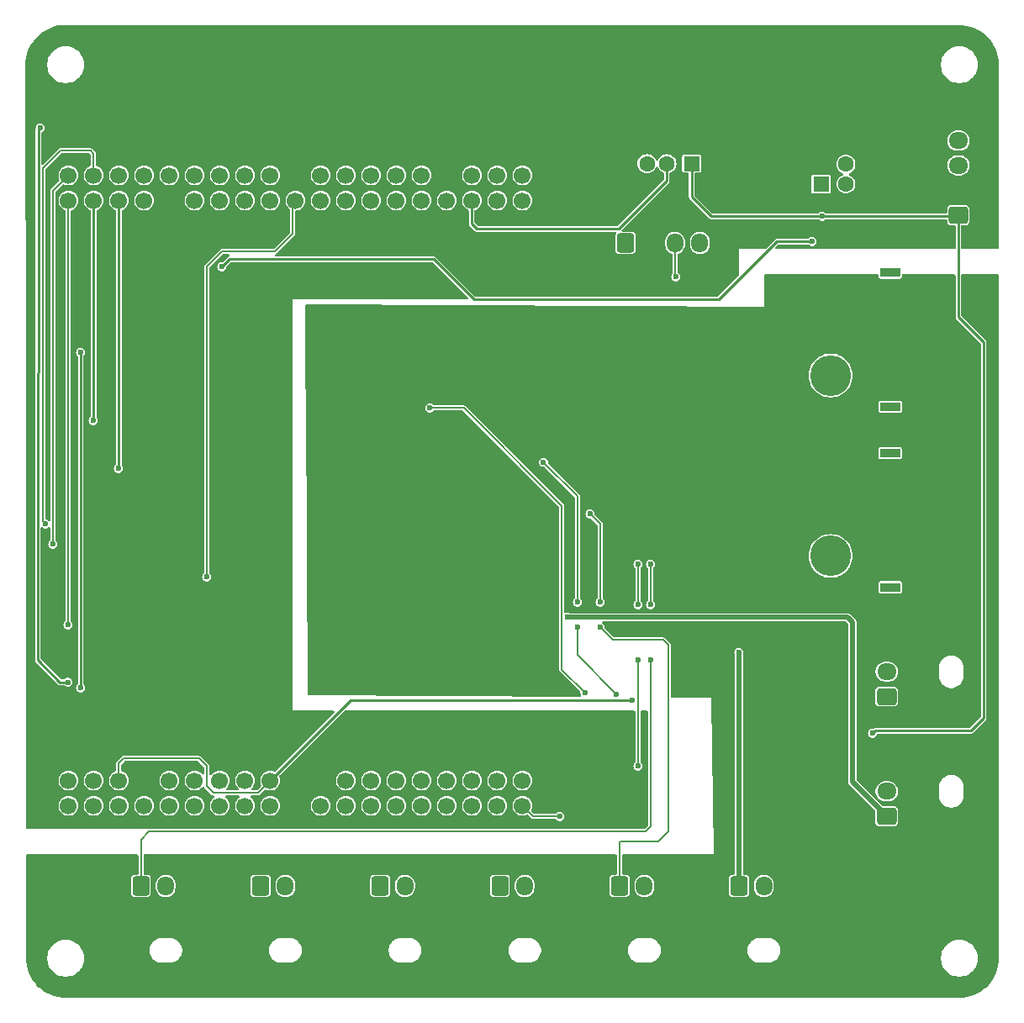
<source format=gbl>
%TF.GenerationSoftware,KiCad,Pcbnew,8.0.3*%
%TF.CreationDate,2024-10-23T14:54:12+09:00*%
%TF.ProjectId,ALTAIR_SERVO_MODULE_V5,414c5441-4952-45f5-9345-52564f5f4d4f,rev?*%
%TF.SameCoordinates,Original*%
%TF.FileFunction,Copper,L2,Bot*%
%TF.FilePolarity,Positive*%
%FSLAX46Y46*%
G04 Gerber Fmt 4.6, Leading zero omitted, Abs format (unit mm)*
G04 Created by KiCad (PCBNEW 8.0.3) date 2024-10-23 14:54:12*
%MOMM*%
%LPD*%
G01*
G04 APERTURE LIST*
G04 Aperture macros list*
%AMRoundRect*
0 Rectangle with rounded corners*
0 $1 Rounding radius*
0 $2 $3 $4 $5 $6 $7 $8 $9 X,Y pos of 4 corners*
0 Add a 4 corners polygon primitive as box body*
4,1,4,$2,$3,$4,$5,$6,$7,$8,$9,$2,$3,0*
0 Add four circle primitives for the rounded corners*
1,1,$1+$1,$2,$3*
1,1,$1+$1,$4,$5*
1,1,$1+$1,$6,$7*
1,1,$1+$1,$8,$9*
0 Add four rect primitives between the rounded corners*
20,1,$1+$1,$2,$3,$4,$5,0*
20,1,$1+$1,$4,$5,$6,$7,0*
20,1,$1+$1,$6,$7,$8,$9,0*
20,1,$1+$1,$8,$9,$2,$3,0*%
G04 Aperture macros list end*
%TA.AperFunction,ComponentPad*%
%ADD10RoundRect,0.250000X0.725000X-0.600000X0.725000X0.600000X-0.725000X0.600000X-0.725000X-0.600000X0*%
%TD*%
%TA.AperFunction,ComponentPad*%
%ADD11O,1.950000X1.700000*%
%TD*%
%TA.AperFunction,ComponentPad*%
%ADD12R,2.000000X0.900000*%
%TD*%
%TA.AperFunction,ComponentPad*%
%ADD13RoundRect,1.025000X-1.025000X1.025000X-1.025000X-1.025000X1.025000X-1.025000X1.025000X1.025000X0*%
%TD*%
%TA.AperFunction,ComponentPad*%
%ADD14C,4.100000*%
%TD*%
%TA.AperFunction,ComponentPad*%
%ADD15RoundRect,0.250000X-0.600000X-0.725000X0.600000X-0.725000X0.600000X0.725000X-0.600000X0.725000X0*%
%TD*%
%TA.AperFunction,ComponentPad*%
%ADD16O,1.700000X1.950000*%
%TD*%
%TA.AperFunction,ComponentPad*%
%ADD17R,1.600000X1.500000*%
%TD*%
%TA.AperFunction,ComponentPad*%
%ADD18C,1.600000*%
%TD*%
%TA.AperFunction,ComponentPad*%
%ADD19C,3.000000*%
%TD*%
%TA.AperFunction,ComponentPad*%
%ADD20R,1.600000X1.600000*%
%TD*%
%TA.AperFunction,ComponentPad*%
%ADD21C,4.000000*%
%TD*%
%TA.AperFunction,ComponentPad*%
%ADD22C,1.700000*%
%TD*%
%TA.AperFunction,ViaPad*%
%ADD23C,0.600000*%
%TD*%
%TA.AperFunction,Conductor*%
%ADD24C,0.200000*%
%TD*%
%TA.AperFunction,Conductor*%
%ADD25C,0.500000*%
%TD*%
%TA.AperFunction,Conductor*%
%ADD26C,0.250000*%
%TD*%
G04 APERTURE END LIST*
D10*
%TO.P,J7,1,Pin_1*%
%TO.N,s7*%
X192680000Y-125690000D03*
D11*
%TO.P,J7,2,Pin_2*%
%TO.N,VCC*%
X192680000Y-123190000D03*
%TO.P,J7,3,Pin_3*%
%TO.N,GND1*%
X192680000Y-120690000D03*
%TD*%
D12*
%TO.P,J9,*%
%TO.N,*%
X193040000Y-70955000D03*
X193040000Y-84455000D03*
D13*
%TO.P,J9,1,Pin_1*%
%TO.N,GND1*%
X187040000Y-74105000D03*
D14*
%TO.P,J9,2,Pin_2*%
%TO.N,VCC*%
X187040000Y-81305000D03*
%TD*%
D15*
%TO.P,J5,1,Pin_1*%
%TO.N,s5*%
X165775000Y-132715000D03*
D16*
%TO.P,J5,2,Pin_2*%
%TO.N,VCC*%
X168275000Y-132715000D03*
%TO.P,J5,3,Pin_3*%
%TO.N,GND1*%
X170775000Y-132715000D03*
%TD*%
D15*
%TO.P,J4,1,Pin_1*%
%TO.N,s4*%
X153725000Y-132715000D03*
D16*
%TO.P,J4,2,Pin_2*%
%TO.N,VCC*%
X156225000Y-132715000D03*
%TO.P,J4,3,Pin_3*%
%TO.N,GND1*%
X158725000Y-132715000D03*
%TD*%
D15*
%TO.P,J3,1,Pin_1*%
%TO.N,s3*%
X141675000Y-132715000D03*
D16*
%TO.P,J3,2,Pin_2*%
%TO.N,VCC*%
X144175000Y-132715000D03*
%TO.P,J3,3,Pin_3*%
%TO.N,GND1*%
X146675000Y-132715000D03*
%TD*%
D15*
%TO.P,J1,1,Pin_1*%
%TO.N,s1*%
X117575000Y-132715000D03*
D16*
%TO.P,J1,2,Pin_2*%
%TO.N,VCC*%
X120075000Y-132715000D03*
%TO.P,J1,3,Pin_3*%
%TO.N,GND1*%
X122575000Y-132715000D03*
%TD*%
D15*
%TO.P,J6,1,Pin_1*%
%TO.N,s6*%
X177815000Y-132715000D03*
D16*
%TO.P,J6,2,Pin_2*%
%TO.N,VCC*%
X180315000Y-132715000D03*
%TO.P,J6,3,Pin_3*%
%TO.N,GND1*%
X182815000Y-132715000D03*
%TD*%
D17*
%TO.P,J11,1,VBUS*%
%TO.N,+5V*%
X173045000Y-59970000D03*
D18*
%TO.P,J11,2,D-*%
%TO.N,A10*%
X170545000Y-59970000D03*
%TO.P,J11,3,D+*%
%TO.N,A9*%
X168545000Y-59970000D03*
%TO.P,J11,4,GND*%
%TO.N,GND*%
X166045000Y-59970000D03*
D19*
%TO.P,J11,5,Shield*%
X176115000Y-57260000D03*
X162975000Y-57260000D03*
%TD*%
D20*
%TO.P,J12,1,VBUS*%
%TO.N,+5V*%
X186075000Y-62032500D03*
D18*
%TO.P,J12,2,D-*%
%TO.N,C10*%
X188575000Y-62032500D03*
%TO.P,J12,3,D+*%
%TO.N,C11*%
X188575000Y-60032500D03*
%TO.P,J12,4,GND*%
%TO.N,GND*%
X186075000Y-60032500D03*
D21*
%TO.P,J12,5,Shield*%
X181325000Y-57172500D03*
X193325000Y-57172500D03*
%TD*%
D15*
%TO.P,J2,1,Pin_1*%
%TO.N,s2*%
X129625000Y-132715000D03*
D16*
%TO.P,J2,2,Pin_2*%
%TO.N,VCC*%
X132125000Y-132715000D03*
%TO.P,J2,3,Pin_3*%
%TO.N,GND1*%
X134625000Y-132715000D03*
%TD*%
D15*
%TO.P,J13,1,Pin_1*%
%TO.N,+5V*%
X166370000Y-67945000D03*
D16*
%TO.P,J13,2,Pin_2*%
%TO.N,GND*%
X168870000Y-67945000D03*
%TO.P,J13,3,Pin_3*%
%TO.N,A9*%
X171370000Y-67945000D03*
%TO.P,J13,4,Pin_4*%
%TO.N,A10*%
X173870000Y-67945000D03*
%TD*%
D10*
%TO.P,J8,1,Pin_1*%
%TO.N,s8*%
X192680000Y-113640000D03*
D11*
%TO.P,J8,2,Pin_2*%
%TO.N,VCC*%
X192680000Y-111140000D03*
%TO.P,J8,3,Pin_3*%
%TO.N,GND1*%
X192680000Y-108640000D03*
%TD*%
D22*
%TO.P,U2,1,RESET*%
%TO.N,unconnected-(U2-RESET-Pad1)*%
X125520786Y-122104214D03*
%TO.P,U2,2,BOOT0*%
%TO.N,unconnected-(U2-BOOT0-Pad2)*%
X117900786Y-124644214D03*
%TO.P,U2,3,IOREF*%
%TO.N,unconnected-(U2-IOREF-Pad3)*%
X122980786Y-122104214D03*
%TO.P,U2,4,AVDD*%
%TO.N,unconnected-(U2-AVDD-Pad4)*%
X117900786Y-63684214D03*
%TO.P,U2,5,VDD*%
%TO.N,unconnected-(U2-VDD-Pad5)*%
X115360786Y-124644214D03*
%TO.P,U2,6,VBAT*%
%TO.N,unconnected-(U2-VBAT-Pad6)*%
X150920786Y-124644214D03*
%TO.P,U2,7,VIN*%
%TO.N,unconnected-(U2-VIN-Pad7)*%
X138220786Y-122104214D03*
%TO.P,U2,8,U5V*%
%TO.N,+5V*%
X117900786Y-61144214D03*
%TO.P,U2,9,E5V*%
X115360786Y-122104214D03*
%TO.P,U2,10,+5V*%
X130600786Y-122104214D03*
%TO.P,U2,11,+3V3*%
%TO.N,+3.3V*%
X128060786Y-122104214D03*
%TO.P,U2,12,PA0(TIM2_CH1/TIM5_CH1/UART4_TX)*%
%TO.N,unconnected-(U2-PA0(TIM2_CH1{slash}TIM5_CH1{slash}UART4_TX)-Pad12)*%
X143300786Y-122104214D03*
%TO.P,U2,13,PA1(TIM2_CH2/TIM5CH2/UART4_RX)*%
%TO.N,unconnected-(U2-PA1(TIM2_CH2{slash}TIM5CH2{slash}UART4_RX)-Pad13)*%
X145840786Y-122104214D03*
%TO.P,U2,14,PA2(TIM2_CH3/TIM5_CH3/TIM9_CH1/USART2_TX)*%
%TO.N,unconnected-(U2-PA2(TIM2_CH3{slash}TIM5_CH3{slash}TIM9_CH1{slash}USART2_TX)-Pad14)*%
X153460786Y-63684214D03*
%TO.P,U2,15,PA3(TIM2_CH4/TIM5_CH4/TIM9_CH2/USART2_RX)*%
%TO.N,unconnected-(U2-PA3(TIM2_CH4{slash}TIM5_CH4{slash}TIM9_CH2{slash}USART2_RX)-Pad15)*%
X156000786Y-63684214D03*
%TO.P,U2,16,PA4*%
%TO.N,unconnected-(U2-PA4-Pad16)*%
X148380786Y-122104214D03*
%TO.P,U2,17,PA5(TIM2_CH1)*%
%TO.N,unconnected-(U2-PA5(TIM2_CH1)-Pad17)*%
X122980786Y-63684214D03*
%TO.P,U2,18,PA6(TIM3_CH1/TIM13_CH1)*%
%TO.N,unconnected-(U2-PA6(TIM3_CH1{slash}TIM13_CH1)-Pad18)*%
X125520786Y-63684214D03*
%TO.P,U2,19,PA7(TIM3_CH2/TIM14_CH1)*%
%TO.N,unconnected-(U2-PA7(TIM3_CH2{slash}TIM14_CH1)-Pad19)*%
X128060786Y-63684214D03*
%TO.P,U2,20,PA8(TIM1_CH1/12C3_SCL)*%
%TO.N,unconnected-(U2-PA8(TIM1_CH1{slash}12C3_SCL)-Pad20)*%
X138220786Y-63684214D03*
%TO.P,U2,21,PA9(TIM1_CH2/USART1_TX)*%
%TO.N,A9*%
X135680786Y-63684214D03*
%TO.P,U2,22,PA10(TIM1_CH3/USART1_RX)*%
%TO.N,A10*%
X150920786Y-63684214D03*
%TO.P,U2,23,PA11(TIM1_CH4/CAN1_RX)*%
%TO.N,unconnected-(U2-PA11(TIM1_CH4{slash}CAN1_RX)-Pad23)*%
X125520786Y-61144214D03*
%TO.P,U2,24,PA12(CAN1_TX)*%
%TO.N,unconnected-(U2-PA12(CAN1_TX)-Pad24)*%
X122980786Y-61144214D03*
%TO.P,U2,25,PA13(JTCK-SWDIO)*%
%TO.N,unconnected-(U2-PA13(JTCK-SWDIO)-Pad25)*%
X125520786Y-124644214D03*
%TO.P,U2,26,PA14(JTCK-SWCLK)*%
%TO.N,unconnected-(U2-PA14(JTCK-SWCLK)-Pad26)*%
X128060786Y-124644214D03*
%TO.P,U2,27,PA15(TIM2_CH1)*%
%TO.N,unconnected-(U2-PA15(TIM2_CH1)-Pad27)*%
X130600786Y-124644214D03*
%TO.P,U2,28,PD2(UART5_RX)*%
%TO.N,unconnected-(U2-PD2(UART5_RX)-Pad28)*%
X112820786Y-122104214D03*
%TO.P,U2,29,PH0*%
%TO.N,unconnected-(U2-PH0-Pad29)*%
X145840786Y-124644214D03*
%TO.P,U2,30,PH1*%
%TO.N,unconnected-(U2-PH1-Pad30)*%
X148380786Y-124644214D03*
%TO.P,U2,31,(TIM3_CH3)PB0*%
%TO.N,unconnected-(U2-(TIM3_CH3)PB0-Pad31)*%
X150920786Y-122104214D03*
%TO.P,U2,32,(TIM3_CH4)PB1*%
%TO.N,unconnected-(U2-(TIM3_CH4)PB1-Pad32)*%
X138220786Y-61144214D03*
%TO.P,U2,33,(TIM2_CH4)PB2*%
%TO.N,unconnected-(U2-(TIM2_CH4)PB2-Pad33)*%
X135680786Y-61144214D03*
%TO.P,U2,34,(TIM3_CH1/12C2_SDA)PB3*%
%TO.N,unconnected-(U2-(TIM3_CH1{slash}12C2_SDA)PB3-Pad34)*%
X148380786Y-63684214D03*
%TO.P,U2,35,(TIM3_CH1/12C3_SDA)PB4*%
%TO.N,unconnected-(U2-(TIM3_CH1{slash}12C3_SDA)PB4-Pad35)*%
X143300786Y-63684214D03*
%TO.P,U2,36,(TIM3_CH2/CAN2_RX)PB5*%
%TO.N,unconnected-(U2-(TIM3_CH2{slash}CAN2_RX)PB5-Pad36)*%
X145840786Y-63684214D03*
%TO.P,U2,37,(TIM4_CH1/12C1_SCL/USART1_TX/CAN2_TX)PB6*%
%TO.N,B6*%
X130600786Y-63684214D03*
%TO.P,U2,38,(TIM4_CH2/12C1_SDA/USART1_RX)PB7*%
%TO.N,B7*%
X135680786Y-124644214D03*
%TO.P,U2,39,(TIM2_CH1/TIM4_CH3/TIM10_CH1/12C1_SCL/CAN1_RX)PB8*%
%TO.N,B8*%
X112820786Y-63684214D03*
%TO.P,U2,40,(TIM2_CH2/TIM4_CH4/TIM11_CH1/12C1_SDA/CAN1_TX)PB9*%
%TO.N,B9*%
X115360786Y-63684214D03*
%TO.P,U2,41,(TIM_2CH3/12C2_SCL/USART3_RX)PB10*%
%TO.N,unconnected-(U2-(TIM_2CH3{slash}12C2_SCL{slash}USART3_RX)PB10-Pad41)*%
X140760786Y-63684214D03*
%TO.P,U2,42,(CAN2_RX)PB12*%
%TO.N,unconnected-(U2-(CAN2_RX)PB12-Pad42)*%
X128060786Y-61144214D03*
%TO.P,U2,43,(CAN2_TX)PB13*%
%TO.N,unconnected-(U2-(CAN2_TX)PB13-Pad43)*%
X145840786Y-61144214D03*
%TO.P,U2,44,(TIM12_CH1)PB14*%
%TO.N,unconnected-(U2-(TIM12_CH1)PB14-Pad44)*%
X143300786Y-61144214D03*
%TO.P,U2,45,(TIM12_CH2)PB15*%
%TO.N,unconnected-(U2-(TIM12_CH2)PB15-Pad45)*%
X140760786Y-61144214D03*
%TO.P,U2,46,PC0(PB9)*%
%TO.N,Net-(U2-PC0(PB9))*%
X156000786Y-122104214D03*
%TO.P,U2,47,PC1(PB9)*%
%TO.N,Net-(U2-PC1(PB9))*%
X153460786Y-122104214D03*
%TO.P,U2,48,PC2*%
%TO.N,Net-(U2-PC2)*%
X153460786Y-124644214D03*
%TO.P,U2,49,PC3*%
%TO.N,Net-(U2-PC3)*%
X156000786Y-124644214D03*
%TO.P,U2,50,PC4*%
%TO.N,unconnected-(U2-PC4-Pad50)*%
X150920786Y-61144214D03*
%TO.P,U2,51,(USART3_RX)PC5*%
%TO.N,unconnected-(U2-(USART3_RX)PC5-Pad51)*%
X115360786Y-61144214D03*
%TO.P,U2,52,(TIM3_CH1/TIM8_CH1/USART6_TX)PC6*%
%TO.N,C6*%
X112820786Y-61144214D03*
%TO.P,U2,53,(TIM3_CH2/TIM8_CH2/USART6_RX)PC7*%
%TO.N,C7*%
X133140786Y-63684214D03*
%TO.P,U2,54,(TIM3_CH3/TIM8_CH3)PC8*%
%TO.N,C8*%
X110280786Y-61144214D03*
%TO.P,U2,55,(TIM3_CH4/TIM8_CH4/12C3_SDA)PC9*%
%TO.N,C9*%
X110280786Y-63684214D03*
%TO.P,U2,56,(USART3_TX/UART4_TX)PC10*%
%TO.N,C10*%
X110280786Y-124644214D03*
%TO.P,U2,57,(USART3_RX/UART4_RX)PC11*%
%TO.N,C11*%
X110280786Y-122104214D03*
%TO.P,U2,58,(12C2_SDA/UART5_TX)PC12*%
%TO.N,unconnected-(U2-(12C2_SDA{slash}UART5_TX)PC12-Pad58)*%
X112820786Y-124644214D03*
%TO.P,U2,59,PC13*%
%TO.N,unconnected-(U2-PC13-Pad59)*%
X138220786Y-124644214D03*
%TO.P,U2,60,PC14*%
%TO.N,unconnected-(U2-PC14-Pad60)*%
X140760786Y-124644214D03*
%TO.P,U2,61,PC15*%
%TO.N,unconnected-(U2-PC15-Pad61)*%
X143300786Y-124644214D03*
%TO.P,U2,62,GND*%
%TO.N,GND*%
X133140786Y-124644214D03*
X117900786Y-122104214D03*
X133140786Y-122104214D03*
X135680786Y-122104214D03*
X120440786Y-63684214D03*
X133140786Y-61144214D03*
X148380786Y-61144214D03*
%TO.P,U2,63*%
%TO.N,N/C*%
X122980786Y-124644214D03*
%TO.P,U2,64*%
X120440786Y-122104214D03*
%TO.P,U2,65*%
X120440786Y-124644214D03*
%TO.P,U2,66*%
X140760786Y-122104214D03*
%TO.P,U2,67*%
X120440786Y-61144214D03*
%TO.P,U2,68*%
X130600786Y-61144214D03*
%TO.P,U2,69*%
X153460786Y-61144214D03*
%TO.P,U2,70*%
X156000786Y-61144214D03*
%TD*%
D10*
%TO.P,J14,1,Pin_1*%
%TO.N,+5V*%
X199898000Y-65158000D03*
D11*
%TO.P,J14,2,Pin_2*%
%TO.N,GND*%
X199898000Y-62658000D03*
%TO.P,J14,3,Pin_3*%
%TO.N,C11*%
X199898000Y-60158000D03*
%TO.P,J14,4,Pin_4*%
%TO.N,C10*%
X199898000Y-57658000D03*
%TD*%
D12*
%TO.P,J15,*%
%TO.N,*%
X193040000Y-89135000D03*
X193040000Y-102635000D03*
D13*
%TO.P,J15,1,Pin_1*%
%TO.N,GND1*%
X187040000Y-92285000D03*
D14*
%TO.P,J15,2,Pin_2*%
%TO.N,VCC*%
X187040000Y-99485000D03*
%TD*%
D23*
%TO.N,GND*%
X157480000Y-116840000D03*
X119380000Y-99060000D03*
X119380000Y-76200000D03*
X114300000Y-71120000D03*
X137160000Y-68580000D03*
X116840000Y-116840000D03*
X111760000Y-73660000D03*
X124460000Y-109220000D03*
X165100000Y-119380000D03*
X144780000Y-66040000D03*
X121920000Y-73660000D03*
X137160000Y-116840000D03*
X124460000Y-66040000D03*
X160020000Y-119380000D03*
X114300000Y-93980000D03*
X142240000Y-68580000D03*
X111760000Y-68580000D03*
X119380000Y-93980000D03*
X114300000Y-99060000D03*
X134620000Y-119380000D03*
X124460000Y-119380000D03*
X121920000Y-78740000D03*
X121920000Y-91440000D03*
X116840000Y-68580000D03*
X121920000Y-101600000D03*
X127000000Y-78740000D03*
X116840000Y-101600000D03*
X139700000Y-66040000D03*
X142240000Y-116840000D03*
X144780000Y-119380000D03*
X114300000Y-83820000D03*
X147320000Y-68580000D03*
X124460000Y-114300000D03*
X119380000Y-104140000D03*
X114300000Y-66040000D03*
X129540000Y-114300000D03*
X129540000Y-119380000D03*
X152400000Y-68580000D03*
X114300000Y-88900000D03*
X116840000Y-91440000D03*
X119380000Y-88900000D03*
X119380000Y-114300000D03*
X132080000Y-116840000D03*
X116840000Y-78740000D03*
X149860000Y-119380000D03*
X121920000Y-68580000D03*
X119380000Y-109220000D03*
X139700000Y-119380000D03*
X114300000Y-109220000D03*
X147320000Y-116840000D03*
X119380000Y-83820000D03*
X152400000Y-116840000D03*
X154940000Y-119380000D03*
X134620000Y-66040000D03*
X162560000Y-116840000D03*
X127000000Y-116840000D03*
X119380000Y-66040000D03*
X149860000Y-66040000D03*
X121920000Y-116840000D03*
%TO.N,GND1*%
X180340000Y-142240000D03*
X198120000Y-76200000D03*
X149860000Y-96520000D03*
X154940000Y-142240000D03*
X106680000Y-134620000D03*
X200660000Y-132080000D03*
X144780000Y-91440000D03*
X152400000Y-104140000D03*
X147320000Y-78740000D03*
X182880000Y-104140000D03*
X147320000Y-104140000D03*
X154940000Y-111760000D03*
X144780000Y-101600000D03*
X203200000Y-83820000D03*
X190500000Y-142240000D03*
X180340000Y-121920000D03*
X203200000Y-104140000D03*
X144780000Y-86360000D03*
X203200000Y-114300000D03*
X182880000Y-129540000D03*
X180340000Y-101600000D03*
X165100000Y-142240000D03*
X154940000Y-76200000D03*
X157480000Y-104140000D03*
X172720000Y-93980000D03*
X203200000Y-129540000D03*
X147320000Y-109220000D03*
X195580000Y-76200000D03*
X154940000Y-106680000D03*
X187960000Y-129540000D03*
X190500000Y-127000000D03*
X187960000Y-119380000D03*
X114300000Y-132080000D03*
X119380000Y-142240000D03*
X177800000Y-99060000D03*
X187960000Y-124460000D03*
X195580000Y-137160000D03*
X139700000Y-142240000D03*
X144780000Y-81280000D03*
X157480000Y-99060000D03*
X147320000Y-93980000D03*
X152400000Y-93980000D03*
X182880000Y-99060000D03*
X138684000Y-106934000D03*
X138684000Y-75438000D03*
X203200000Y-124460000D03*
X116840000Y-139700000D03*
X180340000Y-106680000D03*
X198120000Y-73660000D03*
X149860000Y-81280000D03*
X147320000Y-88900000D03*
X182880000Y-93980000D03*
X147320000Y-99060000D03*
X193040000Y-73660000D03*
X154940000Y-101600000D03*
X177800000Y-93980000D03*
X157480000Y-109220000D03*
X157480000Y-78740000D03*
X185420000Y-106680000D03*
X180340000Y-96520000D03*
X134620000Y-142240000D03*
X177800000Y-104140000D03*
X147320000Y-83820000D03*
X124460000Y-142240000D03*
X182880000Y-139700000D03*
X127000000Y-139700000D03*
X172720000Y-139700000D03*
X182880000Y-119380000D03*
X185420000Y-121920000D03*
X198120000Y-134620000D03*
X154940000Y-86360000D03*
X170180000Y-142240000D03*
X157480000Y-88900000D03*
X142240000Y-139700000D03*
X149860000Y-91440000D03*
X152400000Y-83820000D03*
X149860000Y-76200000D03*
X203200000Y-119380000D03*
X157480000Y-93980000D03*
X200660000Y-127000000D03*
X138684000Y-80518000D03*
X175260000Y-96520000D03*
X185420000Y-96520000D03*
X193040000Y-129540000D03*
X182880000Y-124460000D03*
X185420000Y-111760000D03*
X138684000Y-90932000D03*
X193040000Y-76200000D03*
X109220000Y-137160000D03*
X138684000Y-112268000D03*
X154940000Y-96520000D03*
X160020000Y-142240000D03*
X144780000Y-142240000D03*
X182880000Y-109220000D03*
X203200000Y-99060000D03*
X187960000Y-139700000D03*
X203200000Y-134620000D03*
X138684000Y-101600000D03*
X114300000Y-137160000D03*
X203200000Y-73660000D03*
X175260000Y-142240000D03*
X172720000Y-99060000D03*
X162560000Y-139700000D03*
X172720000Y-109220000D03*
X149860000Y-111760000D03*
X177800000Y-139700000D03*
X154940000Y-81280000D03*
X175260000Y-101600000D03*
X152400000Y-99060000D03*
X190500000Y-106680000D03*
X203200000Y-93980000D03*
X137160000Y-139700000D03*
X152400000Y-109220000D03*
X195580000Y-73660000D03*
X138684000Y-85852000D03*
X149860000Y-106680000D03*
X190500000Y-76200000D03*
X152400000Y-78740000D03*
X149860000Y-101600000D03*
X152400000Y-88900000D03*
X185420000Y-142240000D03*
X129540000Y-142240000D03*
X187960000Y-109220000D03*
X180340000Y-111760000D03*
X203200000Y-109220000D03*
X147320000Y-139700000D03*
X109220000Y-132080000D03*
X190500000Y-132080000D03*
X144780000Y-106680000D03*
X187960000Y-114300000D03*
X185420000Y-127000000D03*
X152400000Y-139700000D03*
X193040000Y-139700000D03*
X114300000Y-142240000D03*
X111760000Y-134620000D03*
X154940000Y-91440000D03*
X190500000Y-73660000D03*
X200660000Y-121920000D03*
X138684000Y-96520000D03*
X180340000Y-127000000D03*
X203200000Y-88900000D03*
X149860000Y-86360000D03*
X144780000Y-76200000D03*
X203200000Y-78740000D03*
X182880000Y-114300000D03*
X157480000Y-83820000D03*
X190500000Y-121920000D03*
X175260000Y-111760000D03*
X149860000Y-142240000D03*
X144780000Y-96520000D03*
%TO.N,s1*%
X168910000Y-109982000D03*
X168910000Y-104394000D03*
X168910000Y-100330000D03*
%TO.N,s2*%
X167640000Y-120650000D03*
X167640000Y-100330000D03*
X167640000Y-109982000D03*
X167640000Y-104394000D03*
%TO.N,s3*%
X146685000Y-84582000D03*
X162306000Y-113284000D03*
%TO.N,s4*%
X161544000Y-104140000D03*
X161544000Y-106680000D03*
X158115000Y-90043000D03*
X165481000Y-113411000D03*
%TO.N,s5*%
X163830000Y-104140000D03*
X163830000Y-106680000D03*
X162814000Y-95250000D03*
%TO.N,s6*%
X177800000Y-109220000D03*
%TO.N,s7*%
X160528000Y-105664000D03*
%TO.N,B8*%
X112776000Y-85852000D03*
%TO.N,B9*%
X115316000Y-90678000D03*
%TO.N,C6*%
X107950000Y-96266000D03*
%TO.N,C7*%
X124206000Y-101600000D03*
%TO.N,C8*%
X108712000Y-98298000D03*
%TO.N,C9*%
X110236000Y-106426000D03*
%TO.N,C10*%
X185166000Y-67818000D03*
X111506000Y-112776000D03*
X125730000Y-70358000D03*
X111506000Y-78994000D03*
%TO.N,C11*%
X110236000Y-112198600D03*
X107442000Y-56388000D03*
%TO.N,+5V*%
X167088100Y-114046000D03*
X191262000Y-117348000D03*
X186182000Y-65278000D03*
%TO.N,A9*%
X171450000Y-71374000D03*
%TO.N,Net-(U2-PC3)*%
X159766000Y-125730000D03*
%TD*%
D24*
%TO.N,s3*%
X150114000Y-84582000D02*
X159975600Y-94443600D01*
X146685000Y-84582000D02*
X150114000Y-84582000D01*
X159975600Y-110953600D02*
X162306000Y-113284000D01*
X159975600Y-94443600D02*
X159975600Y-110953600D01*
%TO.N,s1*%
X117575000Y-128043000D02*
X117575000Y-132715000D01*
X168402000Y-127254000D02*
X118364000Y-127254000D01*
X168910000Y-109982000D02*
X168910000Y-126746000D01*
X168910000Y-126746000D02*
X168402000Y-127254000D01*
X168910000Y-100330000D02*
X168910000Y-104394000D01*
X118364000Y-127254000D02*
X117575000Y-128043000D01*
%TO.N,s2*%
X167640000Y-109982000D02*
X167640000Y-120650000D01*
X167640000Y-100330000D02*
X167640000Y-104394000D01*
%TO.N,s4*%
X161544000Y-109474000D02*
X161544000Y-106680000D01*
X161544000Y-93472000D02*
X158115000Y-90043000D01*
X157988000Y-89916000D02*
X158115000Y-90043000D01*
X161544000Y-104140000D02*
X161544000Y-93472000D01*
X165481000Y-113411000D02*
X161544000Y-109474000D01*
%TO.N,s5*%
X165775000Y-132715000D02*
X165775000Y-128357000D01*
X170688000Y-108458000D02*
X170180000Y-107950000D01*
X165100000Y-107950000D02*
X163830000Y-106680000D01*
X170180000Y-107950000D02*
X165100000Y-107950000D01*
X169672000Y-128270000D02*
X170688000Y-127254000D01*
X163830000Y-96266000D02*
X163830000Y-104140000D01*
X170688000Y-127254000D02*
X170688000Y-108458000D01*
X162814000Y-95250000D02*
X163830000Y-96266000D01*
X165862000Y-128270000D02*
X169672000Y-128270000D01*
X165775000Y-128357000D02*
X165862000Y-128270000D01*
D25*
%TO.N,s6*%
X177800000Y-132700000D02*
X177815000Y-132715000D01*
X177800000Y-109220000D02*
X177800000Y-132700000D01*
%TO.N,s7*%
X189230000Y-106172000D02*
X189230000Y-122240000D01*
X189230000Y-122240000D02*
X192680000Y-125690000D01*
X160528000Y-105664000D02*
X188722000Y-105664000D01*
X188722000Y-105664000D02*
X189230000Y-106172000D01*
D26*
%TO.N,B8*%
X112820786Y-85807214D02*
X112820786Y-63684214D01*
X112776000Y-85852000D02*
X112820786Y-85807214D01*
%TO.N,B9*%
X115360786Y-90633214D02*
X115360786Y-63684214D01*
X115316000Y-90678000D02*
X115360786Y-90633214D01*
D24*
%TO.N,C6*%
X107696000Y-60452000D02*
X109474000Y-58674000D01*
X107950000Y-96266000D02*
X107696000Y-96012000D01*
X112522000Y-58674000D02*
X112820786Y-58972786D01*
X112820786Y-58972786D02*
X112820786Y-61144214D01*
X107696000Y-96012000D02*
X107696000Y-60452000D01*
X109474000Y-58674000D02*
X112522000Y-58674000D01*
%TO.N,C7*%
X124206000Y-101600000D02*
X124206000Y-70358000D01*
X131064000Y-68834000D02*
X132842000Y-67056000D01*
X132842000Y-63983000D02*
X133140786Y-63684214D01*
X124206000Y-70358000D02*
X125730000Y-68834000D01*
X132842000Y-67056000D02*
X132842000Y-63983000D01*
X125730000Y-68834000D02*
X131064000Y-68834000D01*
%TO.N,C8*%
X108712000Y-98298000D02*
X108712000Y-62713000D01*
X108712000Y-62713000D02*
X110280786Y-61144214D01*
%TO.N,C9*%
X110236000Y-106426000D02*
X110280786Y-106381214D01*
X110280786Y-106381214D02*
X110280786Y-63684214D01*
D26*
%TO.N,C10*%
X163576000Y-73660000D02*
X151130000Y-73660000D01*
X111506000Y-82042000D02*
X111506000Y-112776000D01*
X180594000Y-68834000D02*
X175768000Y-73660000D01*
X181610000Y-67818000D02*
X180594000Y-68834000D01*
X185166000Y-67818000D02*
X181610000Y-67818000D01*
X175768000Y-73660000D02*
X163576000Y-73660000D01*
X111506000Y-78994000D02*
X111506000Y-82042000D01*
X126492000Y-69596000D02*
X125730000Y-70358000D01*
X147066000Y-69596000D02*
X126492000Y-69596000D01*
X151130000Y-73660000D02*
X147066000Y-69596000D01*
%TO.N,C11*%
X107188000Y-109982000D02*
X107188000Y-81080567D01*
X107188000Y-81080567D02*
X107257400Y-81011167D01*
X107257400Y-56572600D02*
X107442000Y-56388000D01*
X109404600Y-112198600D02*
X107188000Y-109982000D01*
X110236000Y-112198600D02*
X109404600Y-112198600D01*
X107257400Y-81011167D02*
X107257400Y-56572600D01*
D24*
%TO.N,+5V*%
X115824000Y-119888000D02*
X123444000Y-119888000D01*
X115360786Y-120351214D02*
X115824000Y-119888000D01*
D26*
X173045000Y-63317000D02*
X173045000Y-59970000D01*
X199898000Y-75438000D02*
X199898000Y-65158000D01*
X201168000Y-117094000D02*
X202438000Y-115824000D01*
X202438000Y-115824000D02*
X202438000Y-77978000D01*
X187198000Y-65278000D02*
X175006000Y-65278000D01*
X187198000Y-65278000D02*
X199778000Y-65278000D01*
X167088100Y-114046000D02*
X138659000Y-114046000D01*
D24*
X124874000Y-123350000D02*
X129355000Y-123350000D01*
D26*
X202438000Y-77978000D02*
X199898000Y-75438000D01*
D24*
X124206000Y-122682000D02*
X124874000Y-123350000D01*
D26*
X175006000Y-65278000D02*
X173045000Y-63317000D01*
D24*
X123444000Y-119888000D02*
X124206000Y-120650000D01*
D26*
X201168000Y-117094000D02*
X191516000Y-117094000D01*
D24*
X115360786Y-122104214D02*
X115360786Y-120351214D01*
D26*
X199778000Y-65278000D02*
X199898000Y-65158000D01*
X186182000Y-65278000D02*
X187198000Y-65278000D01*
X138659000Y-114046000D02*
X130600786Y-122104214D01*
D24*
X124206000Y-120650000D02*
X124206000Y-122682000D01*
D26*
X191516000Y-117094000D02*
X191262000Y-117348000D01*
D24*
X129355000Y-123350000D02*
X130600786Y-122104214D01*
%TO.N,A9*%
X171450000Y-71374000D02*
X171370000Y-71294000D01*
X171370000Y-71294000D02*
X171370000Y-67945000D01*
D26*
%TO.N,A10*%
X151384000Y-66548000D02*
X150876000Y-66040000D01*
X165696144Y-66548000D02*
X151384000Y-66548000D01*
X150876000Y-66040000D02*
X150876000Y-63729000D01*
X170545000Y-61699144D02*
X165696144Y-66548000D01*
X170545000Y-59970000D02*
X170545000Y-61699144D01*
X150876000Y-63729000D02*
X150920786Y-63684214D01*
D24*
%TO.N,Net-(U2-PC3)*%
X157086572Y-125730000D02*
X156000786Y-124644214D01*
X159766000Y-125730000D02*
X157086572Y-125730000D01*
%TD*%
%TA.AperFunction,Conductor*%
%TO.N,GND*%
G36*
X199971603Y-46025491D02*
G01*
X199971657Y-46025500D01*
X199991715Y-46025500D01*
X199997128Y-46025500D01*
X200002855Y-46025632D01*
X200361004Y-46042190D01*
X200372394Y-46043246D01*
X200724645Y-46092382D01*
X200735888Y-46094484D01*
X201082103Y-46175913D01*
X201093093Y-46179040D01*
X201430337Y-46292073D01*
X201440991Y-46296201D01*
X201766352Y-46439861D01*
X201776578Y-46444953D01*
X202016703Y-46578702D01*
X202087292Y-46618020D01*
X202097030Y-46624050D01*
X202390439Y-46825041D01*
X202399579Y-46831942D01*
X202673198Y-47059151D01*
X202681662Y-47066868D01*
X202933131Y-47318337D01*
X202940848Y-47326801D01*
X203168057Y-47600420D01*
X203174958Y-47609560D01*
X203375949Y-47902969D01*
X203381979Y-47912707D01*
X203498187Y-48121339D01*
X203531508Y-48181162D01*
X203555039Y-48223407D01*
X203560141Y-48233655D01*
X203564686Y-48243947D01*
X203703793Y-48558995D01*
X203707931Y-48569675D01*
X203820955Y-48906893D01*
X203824089Y-48917909D01*
X203905513Y-49264103D01*
X203907618Y-49275362D01*
X203956752Y-49627598D01*
X203957809Y-49639002D01*
X203974368Y-49997144D01*
X203974500Y-50002871D01*
X203974500Y-68456000D01*
X203954815Y-68523039D01*
X203902011Y-68568794D01*
X203850500Y-68580000D01*
X200299900Y-68580000D01*
X200232861Y-68560315D01*
X200187106Y-68507511D01*
X200175900Y-68456000D01*
X200175900Y-66284900D01*
X200195585Y-66217861D01*
X200248389Y-66172106D01*
X200299900Y-66160900D01*
X200654713Y-66160900D01*
X200749050Y-66145958D01*
X200749050Y-66145957D01*
X200749055Y-66145957D01*
X200862771Y-66088016D01*
X200953016Y-65997771D01*
X201010957Y-65884055D01*
X201010958Y-65884050D01*
X201025900Y-65789713D01*
X201025900Y-64526286D01*
X201010958Y-64431949D01*
X201010957Y-64431947D01*
X201010957Y-64431945D01*
X200953016Y-64318229D01*
X200953014Y-64318227D01*
X200953011Y-64318223D01*
X200862776Y-64227988D01*
X200862772Y-64227985D01*
X200862771Y-64227984D01*
X200749055Y-64170043D01*
X200749053Y-64170042D01*
X200749050Y-64170041D01*
X200654713Y-64155100D01*
X200654708Y-64155100D01*
X199141292Y-64155100D01*
X199141287Y-64155100D01*
X199046949Y-64170041D01*
X198933227Y-64227985D01*
X198933223Y-64227988D01*
X198842988Y-64318223D01*
X198842985Y-64318227D01*
X198785041Y-64431949D01*
X198770100Y-64526286D01*
X198770100Y-64876100D01*
X198750415Y-64943139D01*
X198697611Y-64988894D01*
X198646100Y-65000100D01*
X186597100Y-65000100D01*
X186530061Y-64980415D01*
X186503387Y-64957302D01*
X186481637Y-64932201D01*
X186429764Y-64898865D01*
X186372076Y-64861792D01*
X186288770Y-64837330D01*
X186247118Y-64825100D01*
X186247117Y-64825100D01*
X186116883Y-64825100D01*
X186116882Y-64825100D01*
X186054403Y-64843446D01*
X185991924Y-64861792D01*
X185991921Y-64861794D01*
X185882362Y-64932201D01*
X185860613Y-64957302D01*
X185801836Y-64995077D01*
X185766900Y-65000100D01*
X175172472Y-65000100D01*
X175105433Y-64980415D01*
X175084791Y-64963781D01*
X173359219Y-63238209D01*
X173325734Y-63176886D01*
X173322900Y-63150528D01*
X173322900Y-61217440D01*
X185122100Y-61217440D01*
X185122100Y-62847554D01*
X185130972Y-62892158D01*
X185130973Y-62892161D01*
X185164765Y-62942733D01*
X185164766Y-62942734D01*
X185215342Y-62976528D01*
X185215343Y-62976528D01*
X185215345Y-62976529D01*
X185237642Y-62980964D01*
X185259943Y-62985400D01*
X186890056Y-62985399D01*
X186934658Y-62976528D01*
X186985234Y-62942734D01*
X187019028Y-62892158D01*
X187027900Y-62847557D01*
X187027899Y-61217444D01*
X187019028Y-61172842D01*
X187019026Y-61172840D01*
X187019026Y-61172838D01*
X186985234Y-61122266D01*
X186945583Y-61095772D01*
X186934658Y-61088472D01*
X186934657Y-61088471D01*
X186934656Y-61088471D01*
X186934654Y-61088470D01*
X186890059Y-61079600D01*
X185259945Y-61079600D01*
X185215341Y-61088472D01*
X185215338Y-61088473D01*
X185164766Y-61122265D01*
X185130971Y-61172843D01*
X185130970Y-61172845D01*
X185122100Y-61217440D01*
X173322900Y-61217440D01*
X173322900Y-60996899D01*
X173342585Y-60929860D01*
X173395389Y-60884105D01*
X173446900Y-60872899D01*
X173860055Y-60872899D01*
X173860056Y-60872899D01*
X173904658Y-60864028D01*
X173955234Y-60830234D01*
X173989028Y-60779658D01*
X173997900Y-60735057D01*
X173997900Y-60032500D01*
X187617489Y-60032500D01*
X187635886Y-60219299D01*
X187690376Y-60398928D01*
X187778854Y-60564459D01*
X187778859Y-60564465D01*
X187897936Y-60709563D01*
X188043034Y-60828640D01*
X188043040Y-60828645D01*
X188208570Y-60917122D01*
X188208576Y-60917125D01*
X188208580Y-60917126D01*
X188210539Y-60917938D01*
X188211411Y-60918641D01*
X188213948Y-60919997D01*
X188213690Y-60920477D01*
X188264943Y-60961779D01*
X188287009Y-61028072D01*
X188269731Y-61095772D01*
X188218594Y-61143383D01*
X188210539Y-61147062D01*
X188208570Y-61147877D01*
X188043040Y-61236354D01*
X188043034Y-61236359D01*
X187897936Y-61355436D01*
X187778859Y-61500534D01*
X187778854Y-61500540D01*
X187690376Y-61666071D01*
X187635886Y-61845700D01*
X187617489Y-62032500D01*
X187635886Y-62219299D01*
X187690376Y-62398928D01*
X187778854Y-62564459D01*
X187778859Y-62564465D01*
X187897936Y-62709563D01*
X188043034Y-62828640D01*
X188043040Y-62828645D01*
X188208571Y-62917123D01*
X188208573Y-62917123D01*
X188208576Y-62917125D01*
X188388199Y-62971613D01*
X188575000Y-62990011D01*
X188761801Y-62971613D01*
X188941424Y-62917125D01*
X188941428Y-62917123D01*
X189106959Y-62828645D01*
X189106961Y-62828642D01*
X189106965Y-62828641D01*
X189252063Y-62709563D01*
X189371141Y-62564465D01*
X189371142Y-62564461D01*
X189371145Y-62564459D01*
X189459623Y-62398928D01*
X189459623Y-62398927D01*
X189459625Y-62398924D01*
X189514113Y-62219301D01*
X189532511Y-62032500D01*
X189514113Y-61845699D01*
X189459625Y-61666076D01*
X189459623Y-61666073D01*
X189459623Y-61666071D01*
X189371145Y-61500540D01*
X189371140Y-61500534D01*
X189252063Y-61355436D01*
X189106965Y-61236359D01*
X189106959Y-61236354D01*
X188941431Y-61147878D01*
X188939465Y-61147064D01*
X188938592Y-61146360D01*
X188936052Y-61145003D01*
X188936309Y-61144521D01*
X188885059Y-61103226D01*
X188862990Y-61036933D01*
X188880265Y-60969233D01*
X188931400Y-60921619D01*
X188939465Y-60917936D01*
X188941414Y-60917127D01*
X188941424Y-60917125D01*
X188982115Y-60895374D01*
X189106959Y-60828645D01*
X189106961Y-60828642D01*
X189106965Y-60828641D01*
X189252063Y-60709563D01*
X189371141Y-60564465D01*
X189371142Y-60564461D01*
X189371145Y-60564459D01*
X189459623Y-60398928D01*
X189459623Y-60398927D01*
X189459625Y-60398924D01*
X189514113Y-60219301D01*
X189529880Y-60059218D01*
X198770100Y-60059218D01*
X198770100Y-60256781D01*
X198808638Y-60450527D01*
X198808641Y-60450536D01*
X198884237Y-60633043D01*
X198884243Y-60633054D01*
X198993997Y-60797314D01*
X199133685Y-60937002D01*
X199133688Y-60937004D01*
X199297949Y-61046759D01*
X199480465Y-61122359D01*
X199480467Y-61122359D01*
X199480472Y-61122361D01*
X199674218Y-61160899D01*
X199674221Y-61160900D01*
X199674223Y-61160900D01*
X200121779Y-61160900D01*
X200121780Y-61160899D01*
X200194874Y-61146360D01*
X200315527Y-61122361D01*
X200315530Y-61122359D01*
X200315535Y-61122359D01*
X200498051Y-61046759D01*
X200662312Y-60937004D01*
X200802004Y-60797312D01*
X200911759Y-60633051D01*
X200987359Y-60450535D01*
X200991121Y-60431625D01*
X201025899Y-60256781D01*
X201025900Y-60256779D01*
X201025900Y-60059220D01*
X201025899Y-60059218D01*
X200987361Y-59865472D01*
X200987358Y-59865463D01*
X200911762Y-59682956D01*
X200911761Y-59682955D01*
X200911759Y-59682949D01*
X200802004Y-59518688D01*
X200802002Y-59518685D01*
X200662314Y-59378997D01*
X200498054Y-59269243D01*
X200498053Y-59269242D01*
X200498051Y-59269241D01*
X200498048Y-59269239D01*
X200498043Y-59269237D01*
X200315536Y-59193641D01*
X200315527Y-59193638D01*
X200121780Y-59155100D01*
X200121777Y-59155100D01*
X199674223Y-59155100D01*
X199674220Y-59155100D01*
X199480472Y-59193638D01*
X199480463Y-59193641D01*
X199297956Y-59269237D01*
X199297945Y-59269243D01*
X199133685Y-59378997D01*
X198993997Y-59518685D01*
X198884243Y-59682945D01*
X198884237Y-59682956D01*
X198808641Y-59865463D01*
X198808638Y-59865472D01*
X198770100Y-60059218D01*
X189529880Y-60059218D01*
X189532511Y-60032500D01*
X189514113Y-59845699D01*
X189459625Y-59666076D01*
X189459623Y-59666073D01*
X189459623Y-59666071D01*
X189371145Y-59500540D01*
X189371140Y-59500534D01*
X189252063Y-59355436D01*
X189106965Y-59236359D01*
X189106959Y-59236354D01*
X188941428Y-59147876D01*
X188761799Y-59093386D01*
X188575000Y-59074989D01*
X188388200Y-59093386D01*
X188208571Y-59147876D01*
X188043040Y-59236354D01*
X188043034Y-59236359D01*
X187897936Y-59355436D01*
X187778859Y-59500534D01*
X187778854Y-59500540D01*
X187690376Y-59666071D01*
X187635886Y-59845700D01*
X187617489Y-60032500D01*
X173997900Y-60032500D01*
X173997899Y-59204944D01*
X173989028Y-59160342D01*
X173989026Y-59160340D01*
X173989026Y-59160338D01*
X173955234Y-59109766D01*
X173955233Y-59109765D01*
X173904658Y-59075972D01*
X173904657Y-59075971D01*
X173904656Y-59075971D01*
X173904654Y-59075970D01*
X173860059Y-59067100D01*
X172229945Y-59067100D01*
X172185341Y-59075972D01*
X172185338Y-59075973D01*
X172134766Y-59109765D01*
X172100971Y-59160343D01*
X172100970Y-59160345D01*
X172092100Y-59204940D01*
X172092100Y-60735054D01*
X172100972Y-60779658D01*
X172100973Y-60779661D01*
X172133704Y-60828645D01*
X172134766Y-60830234D01*
X172185342Y-60864028D01*
X172185343Y-60864028D01*
X172185345Y-60864029D01*
X172207642Y-60868464D01*
X172229943Y-60872900D01*
X172643100Y-60872899D01*
X172710139Y-60892583D01*
X172755894Y-60945387D01*
X172767100Y-60996899D01*
X172767100Y-63353587D01*
X172786038Y-63424267D01*
X172822626Y-63487637D01*
X174835362Y-65500373D01*
X174835364Y-65500374D01*
X174835365Y-65500375D01*
X174898734Y-65536962D01*
X174969414Y-65555900D01*
X175042586Y-65555900D01*
X185766900Y-65555900D01*
X185833939Y-65575585D01*
X185860613Y-65598698D01*
X185882362Y-65623798D01*
X185882364Y-65623799D01*
X185991924Y-65694208D01*
X186093765Y-65724112D01*
X186116882Y-65730900D01*
X186116883Y-65730900D01*
X186247118Y-65730900D01*
X186266625Y-65725171D01*
X186372076Y-65694208D01*
X186481636Y-65623799D01*
X186481637Y-65623798D01*
X186503387Y-65598698D01*
X186562164Y-65560923D01*
X186597100Y-65555900D01*
X187161414Y-65555900D01*
X198646100Y-65555900D01*
X198713139Y-65575585D01*
X198758894Y-65628389D01*
X198770100Y-65679900D01*
X198770100Y-65789713D01*
X198785041Y-65884050D01*
X198785042Y-65884053D01*
X198785043Y-65884055D01*
X198824355Y-65961209D01*
X198842985Y-65997772D01*
X198842988Y-65997776D01*
X198933223Y-66088011D01*
X198933227Y-66088014D01*
X198933229Y-66088016D01*
X199046945Y-66145957D01*
X199046947Y-66145957D01*
X199046949Y-66145958D01*
X199141287Y-66160900D01*
X199141292Y-66160900D01*
X199496100Y-66160900D01*
X199563139Y-66180585D01*
X199608894Y-66233389D01*
X199620100Y-66284900D01*
X199620100Y-68456000D01*
X199600415Y-68523039D01*
X199547611Y-68568794D01*
X199496100Y-68580000D01*
X181540372Y-68580000D01*
X181473333Y-68560315D01*
X181427578Y-68507511D01*
X181417634Y-68438353D01*
X181446659Y-68374797D01*
X181452691Y-68368319D01*
X181688791Y-68132219D01*
X181750114Y-68098734D01*
X181776472Y-68095900D01*
X184750900Y-68095900D01*
X184817939Y-68115585D01*
X184844613Y-68138698D01*
X184866362Y-68163798D01*
X184866367Y-68163801D01*
X184975924Y-68234208D01*
X185077765Y-68264112D01*
X185100882Y-68270900D01*
X185100883Y-68270900D01*
X185231118Y-68270900D01*
X185250625Y-68265171D01*
X185356076Y-68234208D01*
X185465636Y-68163799D01*
X185550921Y-68065374D01*
X185605023Y-67946909D01*
X185623557Y-67818000D01*
X185605023Y-67689091D01*
X185550921Y-67570626D01*
X185465636Y-67472201D01*
X185465633Y-67472199D01*
X185465633Y-67472198D01*
X185399900Y-67429955D01*
X185356076Y-67401792D01*
X185272770Y-67377330D01*
X185231118Y-67365100D01*
X185231117Y-67365100D01*
X185100883Y-67365100D01*
X185100882Y-67365100D01*
X185038403Y-67383446D01*
X184975924Y-67401792D01*
X184975921Y-67401794D01*
X184866362Y-67472201D01*
X184844613Y-67497302D01*
X184785836Y-67535077D01*
X184750900Y-67540100D01*
X181573412Y-67540100D01*
X181502732Y-67559038D01*
X181439362Y-67595626D01*
X180491309Y-68543681D01*
X180429986Y-68577166D01*
X180403628Y-68580000D01*
X177800000Y-68580000D01*
X177800000Y-71183628D01*
X177780315Y-71250667D01*
X177763681Y-71271309D01*
X175689209Y-73345781D01*
X175627886Y-73379266D01*
X175601528Y-73382100D01*
X151296472Y-73382100D01*
X151229433Y-73362415D01*
X151208791Y-73345781D01*
X147236637Y-69373626D01*
X147173267Y-69337038D01*
X147102587Y-69318100D01*
X147102586Y-69318100D01*
X131179530Y-69318100D01*
X131112491Y-69298415D01*
X131066736Y-69245611D01*
X131056792Y-69176453D01*
X131085817Y-69112897D01*
X131132075Y-69079540D01*
X131152807Y-69070952D01*
X131152809Y-69070950D01*
X131207257Y-69048399D01*
X131278399Y-68977257D01*
X131278399Y-68977254D01*
X131290314Y-68965340D01*
X131290317Y-68965335D01*
X132967814Y-67287839D01*
X132967818Y-67287837D01*
X132985256Y-67270399D01*
X132985257Y-67270399D01*
X133056399Y-67199257D01*
X133067675Y-67172031D01*
X133094901Y-67106305D01*
X133094901Y-67005695D01*
X133094901Y-66995706D01*
X133094900Y-66995692D01*
X133094900Y-64808873D01*
X133114585Y-64741834D01*
X133167389Y-64696079D01*
X133206743Y-64685470D01*
X133337389Y-64672603D01*
X133526436Y-64615256D01*
X133700664Y-64522130D01*
X133853375Y-64396803D01*
X133978702Y-64244092D01*
X134071828Y-64069864D01*
X134129175Y-63880817D01*
X134148539Y-63684214D01*
X134673033Y-63684214D01*
X134692396Y-63880813D01*
X134692396Y-63880815D01*
X134692397Y-63880817D01*
X134749744Y-64069864D01*
X134842870Y-64244092D01*
X134842872Y-64244095D01*
X134968196Y-64396803D01*
X135011022Y-64431949D01*
X135120908Y-64522130D01*
X135295136Y-64615256D01*
X135484183Y-64672603D01*
X135680786Y-64691967D01*
X135877389Y-64672603D01*
X136066436Y-64615256D01*
X136240664Y-64522130D01*
X136393375Y-64396803D01*
X136518702Y-64244092D01*
X136611828Y-64069864D01*
X136669175Y-63880817D01*
X136688539Y-63684214D01*
X137213033Y-63684214D01*
X137232396Y-63880813D01*
X137232396Y-63880815D01*
X137232397Y-63880817D01*
X137289744Y-64069864D01*
X137382870Y-64244092D01*
X137382872Y-64244095D01*
X137508196Y-64396803D01*
X137551022Y-64431949D01*
X137660908Y-64522130D01*
X137835136Y-64615256D01*
X138024183Y-64672603D01*
X138220786Y-64691967D01*
X138417389Y-64672603D01*
X138606436Y-64615256D01*
X138780664Y-64522130D01*
X138933375Y-64396803D01*
X139058702Y-64244092D01*
X139151828Y-64069864D01*
X139209175Y-63880817D01*
X139228539Y-63684214D01*
X139753033Y-63684214D01*
X139772396Y-63880813D01*
X139772396Y-63880815D01*
X139772397Y-63880817D01*
X139829744Y-64069864D01*
X139922870Y-64244092D01*
X139922872Y-64244095D01*
X140048196Y-64396803D01*
X140091022Y-64431949D01*
X140200908Y-64522130D01*
X140375136Y-64615256D01*
X140564183Y-64672603D01*
X140760786Y-64691967D01*
X140957389Y-64672603D01*
X141146436Y-64615256D01*
X141320664Y-64522130D01*
X141473375Y-64396803D01*
X141598702Y-64244092D01*
X141691828Y-64069864D01*
X141749175Y-63880817D01*
X141768539Y-63684214D01*
X142293033Y-63684214D01*
X142312396Y-63880813D01*
X142312396Y-63880815D01*
X142312397Y-63880817D01*
X142369744Y-64069864D01*
X142462870Y-64244092D01*
X142462872Y-64244095D01*
X142588196Y-64396803D01*
X142631022Y-64431949D01*
X142740908Y-64522130D01*
X142915136Y-64615256D01*
X143104183Y-64672603D01*
X143300786Y-64691967D01*
X143497389Y-64672603D01*
X143686436Y-64615256D01*
X143860664Y-64522130D01*
X144013375Y-64396803D01*
X144138702Y-64244092D01*
X144231828Y-64069864D01*
X144289175Y-63880817D01*
X144308539Y-63684214D01*
X144833033Y-63684214D01*
X144852396Y-63880813D01*
X144852396Y-63880815D01*
X144852397Y-63880817D01*
X144909744Y-64069864D01*
X145002870Y-64244092D01*
X145002872Y-64244095D01*
X145128196Y-64396803D01*
X145171022Y-64431949D01*
X145280908Y-64522130D01*
X145455136Y-64615256D01*
X145644183Y-64672603D01*
X145840786Y-64691967D01*
X146037389Y-64672603D01*
X146226436Y-64615256D01*
X146400664Y-64522130D01*
X146553375Y-64396803D01*
X146678702Y-64244092D01*
X146771828Y-64069864D01*
X146829175Y-63880817D01*
X146848539Y-63684214D01*
X147373033Y-63684214D01*
X147392396Y-63880813D01*
X147392396Y-63880815D01*
X147392397Y-63880817D01*
X147449744Y-64069864D01*
X147542870Y-64244092D01*
X147542872Y-64244095D01*
X147668196Y-64396803D01*
X147711022Y-64431949D01*
X147820908Y-64522130D01*
X147995136Y-64615256D01*
X148184183Y-64672603D01*
X148380786Y-64691967D01*
X148577389Y-64672603D01*
X148766436Y-64615256D01*
X148940664Y-64522130D01*
X149093375Y-64396803D01*
X149218702Y-64244092D01*
X149311828Y-64069864D01*
X149369175Y-63880817D01*
X149388539Y-63684214D01*
X149913033Y-63684214D01*
X149932396Y-63880813D01*
X149932396Y-63880815D01*
X149932397Y-63880817D01*
X149989744Y-64069864D01*
X150082870Y-64244092D01*
X150082872Y-64244095D01*
X150208196Y-64396803D01*
X150251022Y-64431949D01*
X150360908Y-64522130D01*
X150532553Y-64613875D01*
X150582397Y-64662836D01*
X150598100Y-64723233D01*
X150598100Y-66076587D01*
X150617038Y-66147267D01*
X150653626Y-66210637D01*
X151048409Y-66605419D01*
X151161624Y-66718634D01*
X151161625Y-66718635D01*
X151213365Y-66770375D01*
X151276735Y-66806962D01*
X151347414Y-66825900D01*
X165316269Y-66825900D01*
X165383308Y-66845585D01*
X165429063Y-66898389D01*
X165439007Y-66967547D01*
X165426754Y-67006194D01*
X165382041Y-67093947D01*
X165367100Y-67188286D01*
X165367100Y-68701713D01*
X165382041Y-68796050D01*
X165382042Y-68796053D01*
X165382043Y-68796055D01*
X165409021Y-68849002D01*
X165439985Y-68909772D01*
X165439988Y-68909776D01*
X165530223Y-69000011D01*
X165530227Y-69000014D01*
X165530229Y-69000016D01*
X165643945Y-69057957D01*
X165643947Y-69057957D01*
X165643949Y-69057958D01*
X165738287Y-69072900D01*
X165738292Y-69072900D01*
X167001713Y-69072900D01*
X167096050Y-69057958D01*
X167096050Y-69057957D01*
X167096055Y-69057957D01*
X167209771Y-69000016D01*
X167300016Y-68909771D01*
X167357957Y-68796055D01*
X167357958Y-68796050D01*
X167372900Y-68701713D01*
X167372900Y-67721218D01*
X170367100Y-67721218D01*
X170367100Y-68168781D01*
X170405638Y-68362527D01*
X170405641Y-68362536D01*
X170481237Y-68545043D01*
X170481243Y-68545054D01*
X170590997Y-68709314D01*
X170730685Y-68849002D01*
X170730688Y-68849004D01*
X170894949Y-68958759D01*
X171040552Y-69019069D01*
X171094956Y-69062909D01*
X171117021Y-69129203D01*
X171117100Y-69133630D01*
X171117100Y-71020340D01*
X171097415Y-71087379D01*
X171086814Y-71101542D01*
X171065079Y-71126625D01*
X171065078Y-71126627D01*
X171010976Y-71245091D01*
X170992443Y-71374000D01*
X171010976Y-71502908D01*
X171032039Y-71549028D01*
X171065079Y-71621374D01*
X171150364Y-71719799D01*
X171150366Y-71719800D01*
X171150366Y-71719801D01*
X171194188Y-71747962D01*
X171259924Y-71790208D01*
X171361765Y-71820112D01*
X171384882Y-71826900D01*
X171384883Y-71826900D01*
X171515118Y-71826900D01*
X171534625Y-71821171D01*
X171640076Y-71790208D01*
X171749636Y-71719799D01*
X171834921Y-71621374D01*
X171889023Y-71502909D01*
X171907557Y-71374000D01*
X171889023Y-71245091D01*
X171834921Y-71126626D01*
X171749636Y-71028201D01*
X171679860Y-70983359D01*
X171634106Y-70930556D01*
X171622900Y-70879044D01*
X171622900Y-69133630D01*
X171642585Y-69066591D01*
X171695389Y-69020836D01*
X171699435Y-69019074D01*
X171845051Y-68958759D01*
X172009312Y-68849004D01*
X172149004Y-68709312D01*
X172258759Y-68545051D01*
X172334359Y-68362535D01*
X172352587Y-68270900D01*
X172372899Y-68168781D01*
X172372900Y-68168779D01*
X172372900Y-67721220D01*
X172372899Y-67721218D01*
X172867100Y-67721218D01*
X172867100Y-68168781D01*
X172905638Y-68362527D01*
X172905641Y-68362536D01*
X172981237Y-68545043D01*
X172981243Y-68545054D01*
X173090997Y-68709314D01*
X173230685Y-68849002D01*
X173230688Y-68849004D01*
X173394949Y-68958759D01*
X173577465Y-69034359D01*
X173577467Y-69034359D01*
X173577472Y-69034361D01*
X173771218Y-69072899D01*
X173771221Y-69072900D01*
X173771223Y-69072900D01*
X173968779Y-69072900D01*
X173968780Y-69072899D01*
X174043900Y-69057957D01*
X174162527Y-69034361D01*
X174162530Y-69034359D01*
X174162535Y-69034359D01*
X174345051Y-68958759D01*
X174509312Y-68849004D01*
X174649004Y-68709312D01*
X174758759Y-68545051D01*
X174834359Y-68362535D01*
X174852587Y-68270900D01*
X174872899Y-68168781D01*
X174872900Y-68168779D01*
X174872900Y-67721220D01*
X174872899Y-67721218D01*
X174834361Y-67527472D01*
X174834358Y-67527463D01*
X174758762Y-67344956D01*
X174758761Y-67344955D01*
X174758759Y-67344949D01*
X174649004Y-67180688D01*
X174649002Y-67180685D01*
X174509314Y-67040997D01*
X174345054Y-66931243D01*
X174345053Y-66931242D01*
X174345051Y-66931241D01*
X174345048Y-66931239D01*
X174345043Y-66931237D01*
X174162536Y-66855641D01*
X174162527Y-66855638D01*
X173968780Y-66817100D01*
X173968777Y-66817100D01*
X173771223Y-66817100D01*
X173771220Y-66817100D01*
X173577472Y-66855638D01*
X173577463Y-66855641D01*
X173394956Y-66931237D01*
X173394945Y-66931243D01*
X173230685Y-67040997D01*
X173090997Y-67180685D01*
X172981243Y-67344945D01*
X172981237Y-67344956D01*
X172905641Y-67527463D01*
X172905638Y-67527472D01*
X172867100Y-67721218D01*
X172372899Y-67721218D01*
X172334361Y-67527472D01*
X172334358Y-67527463D01*
X172258762Y-67344956D01*
X172258761Y-67344955D01*
X172258759Y-67344949D01*
X172149004Y-67180688D01*
X172149002Y-67180685D01*
X172009314Y-67040997D01*
X171845054Y-66931243D01*
X171845053Y-66931242D01*
X171845051Y-66931241D01*
X171845048Y-66931239D01*
X171845043Y-66931237D01*
X171662536Y-66855641D01*
X171662527Y-66855638D01*
X171468780Y-66817100D01*
X171468777Y-66817100D01*
X171271223Y-66817100D01*
X171271220Y-66817100D01*
X171077472Y-66855638D01*
X171077463Y-66855641D01*
X170894956Y-66931237D01*
X170894945Y-66931243D01*
X170730685Y-67040997D01*
X170590997Y-67180685D01*
X170481243Y-67344945D01*
X170481237Y-67344956D01*
X170405641Y-67527463D01*
X170405638Y-67527472D01*
X170367100Y-67721218D01*
X167372900Y-67721218D01*
X167372900Y-67188286D01*
X167357958Y-67093949D01*
X167357957Y-67093947D01*
X167357957Y-67093945D01*
X167300016Y-66980229D01*
X167300014Y-66980227D01*
X167300011Y-66980223D01*
X167209776Y-66889988D01*
X167209772Y-66889985D01*
X167209771Y-66889984D01*
X167096055Y-66832043D01*
X167096053Y-66832042D01*
X167096050Y-66832041D01*
X167001713Y-66817100D01*
X167001708Y-66817100D01*
X166119417Y-66817100D01*
X166052378Y-66797415D01*
X166006623Y-66744611D01*
X165996679Y-66675453D01*
X166025704Y-66611897D01*
X166031736Y-66605419D01*
X170767373Y-61869781D01*
X170767375Y-61869779D01*
X170803962Y-61806410D01*
X170822900Y-61735730D01*
X170822900Y-61662558D01*
X170822900Y-60973442D01*
X170842585Y-60906403D01*
X170895389Y-60860648D01*
X170910901Y-60854783D01*
X170911424Y-60854625D01*
X170911431Y-60854621D01*
X171076959Y-60766145D01*
X171076961Y-60766142D01*
X171076965Y-60766141D01*
X171222063Y-60647063D01*
X171341141Y-60501965D01*
X171341142Y-60501961D01*
X171341145Y-60501959D01*
X171429623Y-60336428D01*
X171429623Y-60336427D01*
X171429625Y-60336424D01*
X171484113Y-60156801D01*
X171502511Y-59970000D01*
X171484113Y-59783199D01*
X171429625Y-59603576D01*
X171429623Y-59603573D01*
X171429623Y-59603571D01*
X171341145Y-59438040D01*
X171341140Y-59438034D01*
X171222063Y-59292936D01*
X171076965Y-59173859D01*
X171076959Y-59173854D01*
X170911428Y-59085376D01*
X170731799Y-59030886D01*
X170545000Y-59012489D01*
X170358200Y-59030886D01*
X170178571Y-59085376D01*
X170013040Y-59173854D01*
X170013034Y-59173859D01*
X169867936Y-59292936D01*
X169748859Y-59438034D01*
X169748854Y-59438040D01*
X169660377Y-59603570D01*
X169659562Y-59605539D01*
X169658858Y-59606411D01*
X169657503Y-59608948D01*
X169657022Y-59608690D01*
X169615721Y-59659943D01*
X169549428Y-59682009D01*
X169481728Y-59664731D01*
X169434117Y-59613594D01*
X169430438Y-59605539D01*
X169429626Y-59603580D01*
X169429625Y-59603576D01*
X169429622Y-59603570D01*
X169341145Y-59438040D01*
X169341140Y-59438034D01*
X169222063Y-59292936D01*
X169076965Y-59173859D01*
X169076959Y-59173854D01*
X168911428Y-59085376D01*
X168731799Y-59030886D01*
X168545000Y-59012489D01*
X168358200Y-59030886D01*
X168178571Y-59085376D01*
X168013040Y-59173854D01*
X168013034Y-59173859D01*
X167867936Y-59292936D01*
X167748859Y-59438034D01*
X167748854Y-59438040D01*
X167660376Y-59603571D01*
X167605886Y-59783200D01*
X167587489Y-59970000D01*
X167605886Y-60156799D01*
X167660376Y-60336428D01*
X167748854Y-60501959D01*
X167748859Y-60501965D01*
X167867936Y-60647063D01*
X168013034Y-60766140D01*
X168013040Y-60766145D01*
X168178571Y-60854623D01*
X168178573Y-60854623D01*
X168178576Y-60854625D01*
X168358199Y-60909113D01*
X168545000Y-60927511D01*
X168731801Y-60909113D01*
X168911424Y-60854625D01*
X168911428Y-60854623D01*
X169076959Y-60766145D01*
X169076961Y-60766142D01*
X169076965Y-60766141D01*
X169222063Y-60647063D01*
X169341141Y-60501965D01*
X169341142Y-60501961D01*
X169341145Y-60501959D01*
X169429621Y-60336431D01*
X169429625Y-60336424D01*
X169429627Y-60336414D01*
X169430436Y-60334465D01*
X169431139Y-60333592D01*
X169432497Y-60331052D01*
X169432978Y-60331309D01*
X169474274Y-60280059D01*
X169540567Y-60257990D01*
X169608267Y-60275265D01*
X169655881Y-60326400D01*
X169659564Y-60334465D01*
X169660378Y-60336431D01*
X169748854Y-60501959D01*
X169748859Y-60501965D01*
X169867936Y-60647063D01*
X170013034Y-60766140D01*
X170013040Y-60766145D01*
X170178568Y-60854621D01*
X170178569Y-60854621D01*
X170178576Y-60854625D01*
X170179087Y-60854780D01*
X170179320Y-60854933D01*
X170184198Y-60856953D01*
X170183814Y-60857877D01*
X170237526Y-60893070D01*
X170265989Y-60956880D01*
X170267100Y-60973442D01*
X170267100Y-61532672D01*
X170247415Y-61599711D01*
X170230781Y-61620353D01*
X165617353Y-66233781D01*
X165556030Y-66267266D01*
X165529672Y-66270100D01*
X151550472Y-66270100D01*
X151483433Y-66250415D01*
X151462791Y-66233781D01*
X151190219Y-65961209D01*
X151156734Y-65899886D01*
X151153900Y-65873528D01*
X151153900Y-64753491D01*
X151173585Y-64686452D01*
X151226389Y-64640697D01*
X151241889Y-64634835D01*
X151306436Y-64615256D01*
X151480664Y-64522130D01*
X151633375Y-64396803D01*
X151758702Y-64244092D01*
X151851828Y-64069864D01*
X151909175Y-63880817D01*
X151928539Y-63684214D01*
X152453033Y-63684214D01*
X152472396Y-63880813D01*
X152472396Y-63880815D01*
X152472397Y-63880817D01*
X152529744Y-64069864D01*
X152622870Y-64244092D01*
X152622872Y-64244095D01*
X152748196Y-64396803D01*
X152791022Y-64431949D01*
X152900908Y-64522130D01*
X153075136Y-64615256D01*
X153264183Y-64672603D01*
X153460786Y-64691967D01*
X153657389Y-64672603D01*
X153846436Y-64615256D01*
X154020664Y-64522130D01*
X154173375Y-64396803D01*
X154298702Y-64244092D01*
X154391828Y-64069864D01*
X154449175Y-63880817D01*
X154468539Y-63684214D01*
X154993033Y-63684214D01*
X155012396Y-63880813D01*
X155012396Y-63880815D01*
X155012397Y-63880817D01*
X155069744Y-64069864D01*
X155162870Y-64244092D01*
X155162872Y-64244095D01*
X155288196Y-64396803D01*
X155331022Y-64431949D01*
X155440908Y-64522130D01*
X155615136Y-64615256D01*
X155804183Y-64672603D01*
X156000786Y-64691967D01*
X156197389Y-64672603D01*
X156386436Y-64615256D01*
X156560664Y-64522130D01*
X156713375Y-64396803D01*
X156838702Y-64244092D01*
X156931828Y-64069864D01*
X156989175Y-63880817D01*
X157008539Y-63684214D01*
X156989175Y-63487611D01*
X156931828Y-63298564D01*
X156838702Y-63124336D01*
X156838699Y-63124332D01*
X156713375Y-62971624D01*
X156560667Y-62846300D01*
X156560665Y-62846299D01*
X156560664Y-62846298D01*
X156386436Y-62753172D01*
X156197389Y-62695825D01*
X156197387Y-62695824D01*
X156197385Y-62695824D01*
X156000786Y-62676461D01*
X155804186Y-62695824D01*
X155615136Y-62753172D01*
X155440904Y-62846300D01*
X155288196Y-62971624D01*
X155162872Y-63124332D01*
X155069744Y-63298564D01*
X155012396Y-63487614D01*
X154993033Y-63684214D01*
X154468539Y-63684214D01*
X154449175Y-63487611D01*
X154391828Y-63298564D01*
X154298702Y-63124336D01*
X154298699Y-63124332D01*
X154173375Y-62971624D01*
X154020667Y-62846300D01*
X154020665Y-62846299D01*
X154020664Y-62846298D01*
X153846436Y-62753172D01*
X153657389Y-62695825D01*
X153657387Y-62695824D01*
X153657385Y-62695824D01*
X153460786Y-62676461D01*
X153264186Y-62695824D01*
X153075136Y-62753172D01*
X152900904Y-62846300D01*
X152748196Y-62971624D01*
X152622872Y-63124332D01*
X152529744Y-63298564D01*
X152472396Y-63487614D01*
X152453033Y-63684214D01*
X151928539Y-63684214D01*
X151909175Y-63487611D01*
X151851828Y-63298564D01*
X151758702Y-63124336D01*
X151758699Y-63124332D01*
X151633375Y-62971624D01*
X151480667Y-62846300D01*
X151480665Y-62846299D01*
X151480664Y-62846298D01*
X151306436Y-62753172D01*
X151117389Y-62695825D01*
X151117387Y-62695824D01*
X151117385Y-62695824D01*
X150920786Y-62676461D01*
X150724186Y-62695824D01*
X150535136Y-62753172D01*
X150360904Y-62846300D01*
X150208196Y-62971624D01*
X150082872Y-63124332D01*
X149989744Y-63298564D01*
X149932396Y-63487614D01*
X149913033Y-63684214D01*
X149388539Y-63684214D01*
X149369175Y-63487611D01*
X149311828Y-63298564D01*
X149218702Y-63124336D01*
X149218699Y-63124332D01*
X149093375Y-62971624D01*
X148940667Y-62846300D01*
X148940665Y-62846299D01*
X148940664Y-62846298D01*
X148766436Y-62753172D01*
X148577389Y-62695825D01*
X148577387Y-62695824D01*
X148577385Y-62695824D01*
X148380786Y-62676461D01*
X148184186Y-62695824D01*
X147995136Y-62753172D01*
X147820904Y-62846300D01*
X147668196Y-62971624D01*
X147542872Y-63124332D01*
X147449744Y-63298564D01*
X147392396Y-63487614D01*
X147373033Y-63684214D01*
X146848539Y-63684214D01*
X146829175Y-63487611D01*
X146771828Y-63298564D01*
X146678702Y-63124336D01*
X146678699Y-63124332D01*
X146553375Y-62971624D01*
X146400667Y-62846300D01*
X146400665Y-62846299D01*
X146400664Y-62846298D01*
X146226436Y-62753172D01*
X146037389Y-62695825D01*
X146037387Y-62695824D01*
X146037385Y-62695824D01*
X145840786Y-62676461D01*
X145644186Y-62695824D01*
X145455136Y-62753172D01*
X145280904Y-62846300D01*
X145128196Y-62971624D01*
X145002872Y-63124332D01*
X144909744Y-63298564D01*
X144852396Y-63487614D01*
X144833033Y-63684214D01*
X144308539Y-63684214D01*
X144289175Y-63487611D01*
X144231828Y-63298564D01*
X144138702Y-63124336D01*
X144138699Y-63124332D01*
X144013375Y-62971624D01*
X143860667Y-62846300D01*
X143860665Y-62846299D01*
X143860664Y-62846298D01*
X143686436Y-62753172D01*
X143497389Y-62695825D01*
X143497387Y-62695824D01*
X143497385Y-62695824D01*
X143300786Y-62676461D01*
X143104186Y-62695824D01*
X142915136Y-62753172D01*
X142740904Y-62846300D01*
X142588196Y-62971624D01*
X142462872Y-63124332D01*
X142369744Y-63298564D01*
X142312396Y-63487614D01*
X142293033Y-63684214D01*
X141768539Y-63684214D01*
X141749175Y-63487611D01*
X141691828Y-63298564D01*
X141598702Y-63124336D01*
X141598699Y-63124332D01*
X141473375Y-62971624D01*
X141320667Y-62846300D01*
X141320665Y-62846299D01*
X141320664Y-62846298D01*
X141146436Y-62753172D01*
X140957389Y-62695825D01*
X140957387Y-62695824D01*
X140957385Y-62695824D01*
X140760786Y-62676461D01*
X140564186Y-62695824D01*
X140375136Y-62753172D01*
X140200904Y-62846300D01*
X140048196Y-62971624D01*
X139922872Y-63124332D01*
X139829744Y-63298564D01*
X139772396Y-63487614D01*
X139753033Y-63684214D01*
X139228539Y-63684214D01*
X139209175Y-63487611D01*
X139151828Y-63298564D01*
X139058702Y-63124336D01*
X139058699Y-63124332D01*
X138933375Y-62971624D01*
X138780667Y-62846300D01*
X138780665Y-62846299D01*
X138780664Y-62846298D01*
X138606436Y-62753172D01*
X138417389Y-62695825D01*
X138417387Y-62695824D01*
X138417385Y-62695824D01*
X138220786Y-62676461D01*
X138024186Y-62695824D01*
X137835136Y-62753172D01*
X137660904Y-62846300D01*
X137508196Y-62971624D01*
X137382872Y-63124332D01*
X137289744Y-63298564D01*
X137232396Y-63487614D01*
X137213033Y-63684214D01*
X136688539Y-63684214D01*
X136669175Y-63487611D01*
X136611828Y-63298564D01*
X136518702Y-63124336D01*
X136518699Y-63124332D01*
X136393375Y-62971624D01*
X136240667Y-62846300D01*
X136240665Y-62846299D01*
X136240664Y-62846298D01*
X136066436Y-62753172D01*
X135877389Y-62695825D01*
X135877387Y-62695824D01*
X135877385Y-62695824D01*
X135680786Y-62676461D01*
X135484186Y-62695824D01*
X135295136Y-62753172D01*
X135120904Y-62846300D01*
X134968196Y-62971624D01*
X134842872Y-63124332D01*
X134749744Y-63298564D01*
X134692396Y-63487614D01*
X134673033Y-63684214D01*
X134148539Y-63684214D01*
X134129175Y-63487611D01*
X134071828Y-63298564D01*
X133978702Y-63124336D01*
X133978699Y-63124332D01*
X133853375Y-62971624D01*
X133700667Y-62846300D01*
X133700665Y-62846299D01*
X133700664Y-62846298D01*
X133526436Y-62753172D01*
X133337389Y-62695825D01*
X133337387Y-62695824D01*
X133337385Y-62695824D01*
X133140786Y-62676461D01*
X132944186Y-62695824D01*
X132755136Y-62753172D01*
X132580904Y-62846300D01*
X132428196Y-62971624D01*
X132302872Y-63124332D01*
X132209744Y-63298564D01*
X132152396Y-63487614D01*
X132133033Y-63684214D01*
X132152396Y-63880813D01*
X132152396Y-63880815D01*
X132152397Y-63880817D01*
X132209744Y-64069864D01*
X132302870Y-64244092D01*
X132302872Y-64244095D01*
X132428196Y-64396802D01*
X132428197Y-64396803D01*
X132543764Y-64491647D01*
X132583099Y-64549392D01*
X132589100Y-64587500D01*
X132589100Y-66899883D01*
X132569415Y-66966922D01*
X132552781Y-66987564D01*
X130995565Y-68544781D01*
X130934242Y-68578266D01*
X130907884Y-68581100D01*
X125794747Y-68581100D01*
X125794739Y-68581099D01*
X125780305Y-68581099D01*
X125679695Y-68581099D01*
X125679693Y-68581099D01*
X125633219Y-68600350D01*
X125586742Y-68619601D01*
X125586741Y-68619602D01*
X124067084Y-70139260D01*
X124067073Y-70139269D01*
X124067074Y-70139270D01*
X123991600Y-70214743D01*
X123969047Y-70269193D01*
X123953099Y-70307693D01*
X123953099Y-70422738D01*
X123953100Y-70422747D01*
X123953100Y-101157075D01*
X123933415Y-101224114D01*
X123910301Y-101250789D01*
X123906361Y-101254202D01*
X123821081Y-101352621D01*
X123821078Y-101352627D01*
X123766976Y-101471091D01*
X123748443Y-101600000D01*
X123766976Y-101728908D01*
X123821078Y-101847372D01*
X123821079Y-101847374D01*
X123906364Y-101945799D01*
X123906366Y-101945800D01*
X123906366Y-101945801D01*
X123950188Y-101973962D01*
X124015924Y-102016208D01*
X124117765Y-102046112D01*
X124140882Y-102052900D01*
X124140883Y-102052900D01*
X124271118Y-102052900D01*
X124290625Y-102047171D01*
X124396076Y-102016208D01*
X124505636Y-101945799D01*
X124590921Y-101847374D01*
X124645023Y-101728909D01*
X124663557Y-101600000D01*
X124645023Y-101471091D01*
X124590921Y-101352626D01*
X124590919Y-101352624D01*
X124590918Y-101352621D01*
X124505638Y-101254202D01*
X124501699Y-101250789D01*
X124463924Y-101192012D01*
X124458900Y-101157075D01*
X124458900Y-70514116D01*
X124478585Y-70447077D01*
X124495219Y-70426435D01*
X125798436Y-69123219D01*
X125859759Y-69089734D01*
X125886117Y-69086900D01*
X126376391Y-69086900D01*
X126443430Y-69106585D01*
X126489185Y-69159389D01*
X126499129Y-69228547D01*
X126470104Y-69292103D01*
X126411326Y-69329877D01*
X126408507Y-69330668D01*
X126399826Y-69332994D01*
X126384732Y-69337038D01*
X126321362Y-69373626D01*
X125826209Y-69868781D01*
X125764886Y-69902266D01*
X125738528Y-69905100D01*
X125664882Y-69905100D01*
X125602403Y-69923446D01*
X125539924Y-69941792D01*
X125539921Y-69941794D01*
X125430366Y-70012198D01*
X125430366Y-70012199D01*
X125345079Y-70110625D01*
X125345078Y-70110627D01*
X125290976Y-70229091D01*
X125272443Y-70358000D01*
X125290976Y-70486908D01*
X125292363Y-70489944D01*
X125345079Y-70605374D01*
X125430364Y-70703799D01*
X125430366Y-70703800D01*
X125430366Y-70703801D01*
X125474188Y-70731962D01*
X125539924Y-70774208D01*
X125641765Y-70804112D01*
X125664882Y-70810900D01*
X125664883Y-70810900D01*
X125795118Y-70810900D01*
X125814625Y-70805171D01*
X125920076Y-70774208D01*
X126029636Y-70703799D01*
X126114921Y-70605374D01*
X126169023Y-70486909D01*
X126187557Y-70358000D01*
X126187557Y-70357998D01*
X126187557Y-70349131D01*
X126190272Y-70349131D01*
X126198216Y-70293851D01*
X126223330Y-70257678D01*
X126570791Y-69910219D01*
X126632114Y-69876734D01*
X126658472Y-69873900D01*
X146899528Y-69873900D01*
X146966567Y-69893585D01*
X146987209Y-69910219D01*
X150525309Y-73448319D01*
X150558794Y-73509642D01*
X150553810Y-73579334D01*
X150511938Y-73635267D01*
X150446474Y-73659684D01*
X150437628Y-73660000D01*
X132842000Y-73660000D01*
X132842000Y-115062000D01*
X136950628Y-115062000D01*
X137017667Y-115081685D01*
X137063422Y-115134489D01*
X137073366Y-115203647D01*
X137044341Y-115267203D01*
X137038309Y-115273681D01*
X131150767Y-121161221D01*
X131089444Y-121194706D01*
X131019752Y-121189722D01*
X131004634Y-121182899D01*
X130986438Y-121173173D01*
X130986437Y-121173172D01*
X130986436Y-121173172D01*
X130797389Y-121115825D01*
X130797387Y-121115824D01*
X130797385Y-121115824D01*
X130600786Y-121096461D01*
X130404186Y-121115824D01*
X130215136Y-121173172D01*
X130040904Y-121266300D01*
X129888196Y-121391624D01*
X129762872Y-121544332D01*
X129669744Y-121718564D01*
X129612396Y-121907614D01*
X129593033Y-122104214D01*
X129612396Y-122300813D01*
X129612396Y-122300815D01*
X129612397Y-122300817D01*
X129669744Y-122489864D01*
X129691786Y-122531102D01*
X129706027Y-122599505D01*
X129681026Y-122664748D01*
X129670109Y-122677235D01*
X129597562Y-122749782D01*
X129286563Y-123060782D01*
X129225243Y-123094266D01*
X129198884Y-123097100D01*
X128778390Y-123097100D01*
X128711351Y-123077415D01*
X128665596Y-123024611D01*
X128655652Y-122955453D01*
X128684677Y-122891897D01*
X128699725Y-122877247D01*
X128773375Y-122816803D01*
X128842721Y-122732305D01*
X128898702Y-122664092D01*
X128991828Y-122489864D01*
X129049175Y-122300817D01*
X129068539Y-122104214D01*
X129049175Y-121907611D01*
X128991828Y-121718564D01*
X128898702Y-121544336D01*
X128894733Y-121539500D01*
X128773375Y-121391624D01*
X128620667Y-121266300D01*
X128620665Y-121266299D01*
X128620664Y-121266298D01*
X128446436Y-121173172D01*
X128257389Y-121115825D01*
X128257387Y-121115824D01*
X128257385Y-121115824D01*
X128060786Y-121096461D01*
X127864186Y-121115824D01*
X127675136Y-121173172D01*
X127500904Y-121266300D01*
X127348196Y-121391624D01*
X127222872Y-121544332D01*
X127129744Y-121718564D01*
X127072396Y-121907614D01*
X127053033Y-122104214D01*
X127072396Y-122300813D01*
X127072396Y-122300815D01*
X127072397Y-122300817D01*
X127129744Y-122489864D01*
X127205552Y-122631692D01*
X127222872Y-122664095D01*
X127348196Y-122816803D01*
X127421847Y-122877247D01*
X127461181Y-122934993D01*
X127463052Y-123004837D01*
X127426864Y-123064606D01*
X127364108Y-123095321D01*
X127343182Y-123097100D01*
X126238390Y-123097100D01*
X126171351Y-123077415D01*
X126125596Y-123024611D01*
X126115652Y-122955453D01*
X126144677Y-122891897D01*
X126159725Y-122877247D01*
X126233375Y-122816803D01*
X126302721Y-122732305D01*
X126358702Y-122664092D01*
X126451828Y-122489864D01*
X126509175Y-122300817D01*
X126528539Y-122104214D01*
X126509175Y-121907611D01*
X126451828Y-121718564D01*
X126358702Y-121544336D01*
X126354733Y-121539500D01*
X126233375Y-121391624D01*
X126080667Y-121266300D01*
X126080665Y-121266299D01*
X126080664Y-121266298D01*
X125906436Y-121173172D01*
X125717389Y-121115825D01*
X125717387Y-121115824D01*
X125717385Y-121115824D01*
X125520786Y-121096461D01*
X125324186Y-121115824D01*
X125135136Y-121173172D01*
X124960904Y-121266300D01*
X124808196Y-121391624D01*
X124679005Y-121549045D01*
X124676865Y-121547289D01*
X124632370Y-121584462D01*
X124563043Y-121593157D01*
X124500021Y-121562991D01*
X124463312Y-121503541D01*
X124458900Y-121470757D01*
X124458900Y-120714747D01*
X124458901Y-120714738D01*
X124458901Y-120599696D01*
X124458901Y-120599695D01*
X124442952Y-120561193D01*
X124420399Y-120506743D01*
X124349257Y-120435601D01*
X124342196Y-120428540D01*
X124342181Y-120428527D01*
X123668611Y-119754957D01*
X123668603Y-119754947D01*
X123587256Y-119673600D01*
X123532808Y-119651048D01*
X123532807Y-119651047D01*
X123494307Y-119635099D01*
X123494305Y-119635099D01*
X123393695Y-119635099D01*
X123379261Y-119635099D01*
X123379253Y-119635100D01*
X115888747Y-119635100D01*
X115888739Y-119635099D01*
X115874305Y-119635099D01*
X115773695Y-119635099D01*
X115773693Y-119635099D01*
X115707968Y-119662323D01*
X115707968Y-119662324D01*
X115680743Y-119673601D01*
X115680741Y-119673602D01*
X115221870Y-120132474D01*
X115221859Y-120132483D01*
X115221860Y-120132484D01*
X115146386Y-120207957D01*
X115123833Y-120262407D01*
X115107885Y-120300907D01*
X115107885Y-120415952D01*
X115107886Y-120415961D01*
X115107886Y-121040938D01*
X115088201Y-121107977D01*
X115035397Y-121153732D01*
X115019882Y-121159598D01*
X114975134Y-121173172D01*
X114800909Y-121266296D01*
X114800906Y-121266298D01*
X114648196Y-121391624D01*
X114522872Y-121544332D01*
X114429744Y-121718564D01*
X114372396Y-121907614D01*
X114353033Y-122104214D01*
X114372396Y-122300813D01*
X114372396Y-122300815D01*
X114372397Y-122300817D01*
X114429744Y-122489864D01*
X114505552Y-122631692D01*
X114522872Y-122664095D01*
X114648196Y-122816803D01*
X114800904Y-122942127D01*
X114800908Y-122942130D01*
X114975136Y-123035256D01*
X115164183Y-123092603D01*
X115360786Y-123111967D01*
X115557389Y-123092603D01*
X115746436Y-123035256D01*
X115920664Y-122942130D01*
X116073375Y-122816803D01*
X116198702Y-122664092D01*
X116291828Y-122489864D01*
X116349175Y-122300817D01*
X116368539Y-122104214D01*
X119433033Y-122104214D01*
X119452396Y-122300813D01*
X119452396Y-122300815D01*
X119452397Y-122300817D01*
X119509744Y-122489864D01*
X119585552Y-122631692D01*
X119602872Y-122664095D01*
X119728196Y-122816803D01*
X119880904Y-122942127D01*
X119880908Y-122942130D01*
X120055136Y-123035256D01*
X120244183Y-123092603D01*
X120440786Y-123111967D01*
X120637389Y-123092603D01*
X120826436Y-123035256D01*
X121000664Y-122942130D01*
X121153375Y-122816803D01*
X121278702Y-122664092D01*
X121371828Y-122489864D01*
X121429175Y-122300817D01*
X121448539Y-122104214D01*
X121429175Y-121907611D01*
X121371828Y-121718564D01*
X121278702Y-121544336D01*
X121274733Y-121539500D01*
X121153375Y-121391624D01*
X121000667Y-121266300D01*
X121000665Y-121266299D01*
X121000664Y-121266298D01*
X120826436Y-121173172D01*
X120637389Y-121115825D01*
X120637387Y-121115824D01*
X120637385Y-121115824D01*
X120440786Y-121096461D01*
X120244186Y-121115824D01*
X120055136Y-121173172D01*
X119880904Y-121266300D01*
X119728196Y-121391624D01*
X119602872Y-121544332D01*
X119509744Y-121718564D01*
X119452396Y-121907614D01*
X119433033Y-122104214D01*
X116368539Y-122104214D01*
X116349175Y-121907611D01*
X116291828Y-121718564D01*
X116198702Y-121544336D01*
X116194733Y-121539500D01*
X116073375Y-121391624D01*
X115920665Y-121266298D01*
X115920662Y-121266296D01*
X115746437Y-121173172D01*
X115701690Y-121159598D01*
X115643252Y-121121301D01*
X115614795Y-121057488D01*
X115613686Y-121040938D01*
X115613686Y-120507330D01*
X115633371Y-120440291D01*
X115650005Y-120419649D01*
X115892436Y-120177219D01*
X115953759Y-120143734D01*
X115980117Y-120140900D01*
X123287884Y-120140900D01*
X123354923Y-120160585D01*
X123375565Y-120177219D01*
X123916781Y-120718435D01*
X123950266Y-120779758D01*
X123953100Y-120806116D01*
X123953100Y-121361543D01*
X123933415Y-121428582D01*
X123880611Y-121474337D01*
X123811453Y-121484281D01*
X123747897Y-121455256D01*
X123733247Y-121440208D01*
X123693375Y-121391624D01*
X123540667Y-121266300D01*
X123540665Y-121266299D01*
X123540664Y-121266298D01*
X123366436Y-121173172D01*
X123177389Y-121115825D01*
X123177387Y-121115824D01*
X123177385Y-121115824D01*
X122980786Y-121096461D01*
X122784186Y-121115824D01*
X122595136Y-121173172D01*
X122420904Y-121266300D01*
X122268196Y-121391624D01*
X122142872Y-121544332D01*
X122049744Y-121718564D01*
X121992396Y-121907614D01*
X121973033Y-122104214D01*
X121992396Y-122300813D01*
X121992396Y-122300815D01*
X121992397Y-122300817D01*
X122049744Y-122489864D01*
X122125552Y-122631692D01*
X122142872Y-122664095D01*
X122268196Y-122816803D01*
X122420904Y-122942127D01*
X122420908Y-122942130D01*
X122595136Y-123035256D01*
X122784183Y-123092603D01*
X122980786Y-123111967D01*
X123177389Y-123092603D01*
X123366436Y-123035256D01*
X123540664Y-122942130D01*
X123693375Y-122816803D01*
X123757998Y-122738058D01*
X123815743Y-122698725D01*
X123885587Y-122696854D01*
X123945356Y-122733041D01*
X123968313Y-122769032D01*
X123968323Y-122769056D01*
X123968375Y-122769317D01*
X123968423Y-122769298D01*
X123991601Y-122825257D01*
X123991603Y-122825259D01*
X124072947Y-122906603D01*
X124072957Y-122906611D01*
X124652530Y-123486185D01*
X124652533Y-123486189D01*
X124652534Y-123486189D01*
X124659600Y-123493255D01*
X124659601Y-123493257D01*
X124730743Y-123564399D01*
X124757962Y-123575672D01*
X124757968Y-123575677D01*
X124757968Y-123575675D01*
X124823695Y-123602901D01*
X124823696Y-123602901D01*
X124862191Y-123602901D01*
X124929230Y-123622586D01*
X124974985Y-123675390D01*
X124984929Y-123744548D01*
X124955904Y-123808104D01*
X124940856Y-123822754D01*
X124808196Y-123931624D01*
X124682872Y-124084332D01*
X124589744Y-124258564D01*
X124532396Y-124447614D01*
X124513033Y-124644214D01*
X124532396Y-124840813D01*
X124532396Y-124840815D01*
X124532397Y-124840817D01*
X124589744Y-125029864D01*
X124657118Y-125155913D01*
X124682872Y-125204095D01*
X124808196Y-125356803D01*
X124948658Y-125472077D01*
X124960908Y-125482130D01*
X125135136Y-125575256D01*
X125324183Y-125632603D01*
X125520786Y-125651967D01*
X125717389Y-125632603D01*
X125906436Y-125575256D01*
X126080664Y-125482130D01*
X126233375Y-125356803D01*
X126358702Y-125204092D01*
X126451828Y-125029864D01*
X126509175Y-124840817D01*
X126528539Y-124644214D01*
X126509175Y-124447611D01*
X126451828Y-124258564D01*
X126358702Y-124084336D01*
X126354125Y-124078759D01*
X126233375Y-123931624D01*
X126100715Y-123822753D01*
X126061381Y-123765007D01*
X126059510Y-123695163D01*
X126095698Y-123635395D01*
X126158453Y-123604679D01*
X126179380Y-123602900D01*
X127402192Y-123602900D01*
X127469231Y-123622585D01*
X127514986Y-123675389D01*
X127524930Y-123744547D01*
X127495905Y-123808103D01*
X127480857Y-123822753D01*
X127348196Y-123931624D01*
X127222872Y-124084332D01*
X127129744Y-124258564D01*
X127072396Y-124447614D01*
X127053033Y-124644214D01*
X127072396Y-124840813D01*
X127072396Y-124840815D01*
X127072397Y-124840817D01*
X127129744Y-125029864D01*
X127197118Y-125155913D01*
X127222872Y-125204095D01*
X127348196Y-125356803D01*
X127488658Y-125472077D01*
X127500908Y-125482130D01*
X127675136Y-125575256D01*
X127864183Y-125632603D01*
X128060786Y-125651967D01*
X128257389Y-125632603D01*
X128446436Y-125575256D01*
X128620664Y-125482130D01*
X128773375Y-125356803D01*
X128898702Y-125204092D01*
X128991828Y-125029864D01*
X129049175Y-124840817D01*
X129068539Y-124644214D01*
X129593033Y-124644214D01*
X129612396Y-124840813D01*
X129612396Y-124840815D01*
X129612397Y-124840817D01*
X129669744Y-125029864D01*
X129737118Y-125155913D01*
X129762872Y-125204095D01*
X129888196Y-125356803D01*
X130028658Y-125472077D01*
X130040908Y-125482130D01*
X130215136Y-125575256D01*
X130404183Y-125632603D01*
X130600786Y-125651967D01*
X130797389Y-125632603D01*
X130986436Y-125575256D01*
X131160664Y-125482130D01*
X131313375Y-125356803D01*
X131438702Y-125204092D01*
X131531828Y-125029864D01*
X131589175Y-124840817D01*
X131608539Y-124644214D01*
X134673033Y-124644214D01*
X134692396Y-124840813D01*
X134692396Y-124840815D01*
X134692397Y-124840817D01*
X134749744Y-125029864D01*
X134817118Y-125155913D01*
X134842872Y-125204095D01*
X134968196Y-125356803D01*
X135108658Y-125472077D01*
X135120908Y-125482130D01*
X135295136Y-125575256D01*
X135484183Y-125632603D01*
X135680786Y-125651967D01*
X135877389Y-125632603D01*
X136066436Y-125575256D01*
X136240664Y-125482130D01*
X136393375Y-125356803D01*
X136518702Y-125204092D01*
X136611828Y-125029864D01*
X136669175Y-124840817D01*
X136688539Y-124644214D01*
X137213033Y-124644214D01*
X137232396Y-124840813D01*
X137232396Y-124840815D01*
X137232397Y-124840817D01*
X137289744Y-125029864D01*
X137357118Y-125155913D01*
X137382872Y-125204095D01*
X137508196Y-125356803D01*
X137648658Y-125472077D01*
X137660908Y-125482130D01*
X137835136Y-125575256D01*
X138024183Y-125632603D01*
X138220786Y-125651967D01*
X138417389Y-125632603D01*
X138606436Y-125575256D01*
X138780664Y-125482130D01*
X138933375Y-125356803D01*
X139058702Y-125204092D01*
X139151828Y-125029864D01*
X139209175Y-124840817D01*
X139228539Y-124644214D01*
X139753033Y-124644214D01*
X139772396Y-124840813D01*
X139772396Y-124840815D01*
X139772397Y-124840817D01*
X139829744Y-125029864D01*
X139897118Y-125155913D01*
X139922872Y-125204095D01*
X140048196Y-125356803D01*
X140188658Y-125472077D01*
X140200908Y-125482130D01*
X140375136Y-125575256D01*
X140564183Y-125632603D01*
X140760786Y-125651967D01*
X140957389Y-125632603D01*
X141146436Y-125575256D01*
X141320664Y-125482130D01*
X141473375Y-125356803D01*
X141598702Y-125204092D01*
X141691828Y-125029864D01*
X141749175Y-124840817D01*
X141768539Y-124644214D01*
X142293033Y-124644214D01*
X142312396Y-124840813D01*
X142312396Y-124840815D01*
X142312397Y-124840817D01*
X142369744Y-125029864D01*
X142437118Y-125155913D01*
X142462872Y-125204095D01*
X142588196Y-125356803D01*
X142728658Y-125472077D01*
X142740908Y-125482130D01*
X142915136Y-125575256D01*
X143104183Y-125632603D01*
X143300786Y-125651967D01*
X143497389Y-125632603D01*
X143686436Y-125575256D01*
X143860664Y-125482130D01*
X144013375Y-125356803D01*
X144138702Y-125204092D01*
X144231828Y-125029864D01*
X144289175Y-124840817D01*
X144308539Y-124644214D01*
X144833033Y-124644214D01*
X144852396Y-124840813D01*
X144852396Y-124840815D01*
X144852397Y-124840817D01*
X144909744Y-125029864D01*
X144977118Y-125155913D01*
X145002872Y-125204095D01*
X145128196Y-125356803D01*
X145268658Y-125472077D01*
X145280908Y-125482130D01*
X145455136Y-125575256D01*
X145644183Y-125632603D01*
X145840786Y-125651967D01*
X146037389Y-125632603D01*
X146226436Y-125575256D01*
X146400664Y-125482130D01*
X146553375Y-125356803D01*
X146678702Y-125204092D01*
X146771828Y-125029864D01*
X146829175Y-124840817D01*
X146848539Y-124644214D01*
X147373033Y-124644214D01*
X147392396Y-124840813D01*
X147392396Y-124840815D01*
X147392397Y-124840817D01*
X147449744Y-125029864D01*
X147517118Y-125155913D01*
X147542872Y-125204095D01*
X147668196Y-125356803D01*
X147808658Y-125472077D01*
X147820908Y-125482130D01*
X147995136Y-125575256D01*
X148184183Y-125632603D01*
X148380786Y-125651967D01*
X148577389Y-125632603D01*
X148766436Y-125575256D01*
X148940664Y-125482130D01*
X149093375Y-125356803D01*
X149218702Y-125204092D01*
X149311828Y-125029864D01*
X149369175Y-124840817D01*
X149388539Y-124644214D01*
X149913033Y-124644214D01*
X149932396Y-124840813D01*
X149932396Y-124840815D01*
X149932397Y-124840817D01*
X149989744Y-125029864D01*
X150057118Y-125155913D01*
X150082872Y-125204095D01*
X150208196Y-125356803D01*
X150348658Y-125472077D01*
X150360908Y-125482130D01*
X150535136Y-125575256D01*
X150724183Y-125632603D01*
X150920786Y-125651967D01*
X151117389Y-125632603D01*
X151306436Y-125575256D01*
X151480664Y-125482130D01*
X151633375Y-125356803D01*
X151758702Y-125204092D01*
X151851828Y-125029864D01*
X151909175Y-124840817D01*
X151928539Y-124644214D01*
X152453033Y-124644214D01*
X152472396Y-124840813D01*
X152472396Y-124840815D01*
X152472397Y-124840817D01*
X152529744Y-125029864D01*
X152597118Y-125155913D01*
X152622872Y-125204095D01*
X152748196Y-125356803D01*
X152888658Y-125472077D01*
X152900908Y-125482130D01*
X153075136Y-125575256D01*
X153264183Y-125632603D01*
X153460786Y-125651967D01*
X153657389Y-125632603D01*
X153846436Y-125575256D01*
X154020664Y-125482130D01*
X154173375Y-125356803D01*
X154298702Y-125204092D01*
X154391828Y-125029864D01*
X154449175Y-124840817D01*
X154468539Y-124644214D01*
X154993033Y-124644214D01*
X155012396Y-124840813D01*
X155012396Y-124840815D01*
X155012397Y-124840817D01*
X155069744Y-125029864D01*
X155137118Y-125155913D01*
X155162872Y-125204095D01*
X155288196Y-125356803D01*
X155428658Y-125472077D01*
X155440908Y-125482130D01*
X155615136Y-125575256D01*
X155804183Y-125632603D01*
X156000786Y-125651967D01*
X156197389Y-125632603D01*
X156386436Y-125575256D01*
X156427673Y-125553213D01*
X156496076Y-125538972D01*
X156561320Y-125563972D01*
X156573808Y-125574891D01*
X156865102Y-125866185D01*
X156865105Y-125866189D01*
X156872173Y-125873257D01*
X156943315Y-125944399D01*
X156989791Y-125963649D01*
X157036267Y-125982901D01*
X157036268Y-125982901D01*
X157151311Y-125982901D01*
X157151319Y-125982900D01*
X159329238Y-125982900D01*
X159396277Y-126002585D01*
X159422949Y-126025695D01*
X159466364Y-126075799D01*
X159466366Y-126075800D01*
X159466366Y-126075801D01*
X159510188Y-126103962D01*
X159575924Y-126146208D01*
X159677765Y-126176112D01*
X159700882Y-126182900D01*
X159700883Y-126182900D01*
X159831118Y-126182900D01*
X159850625Y-126177171D01*
X159956076Y-126146208D01*
X160065636Y-126075799D01*
X160150921Y-125977374D01*
X160205023Y-125858909D01*
X160223557Y-125730000D01*
X160205023Y-125601091D01*
X160150921Y-125482626D01*
X160065636Y-125384201D01*
X160065633Y-125384199D01*
X160065633Y-125384198D01*
X159999900Y-125341955D01*
X159956076Y-125313792D01*
X159872770Y-125289330D01*
X159831118Y-125277100D01*
X159831117Y-125277100D01*
X159700883Y-125277100D01*
X159700882Y-125277100D01*
X159638403Y-125295446D01*
X159575924Y-125313792D01*
X159575921Y-125313794D01*
X159466366Y-125384198D01*
X159466366Y-125384199D01*
X159422951Y-125434303D01*
X159364173Y-125472077D01*
X159329238Y-125477100D01*
X157242689Y-125477100D01*
X157175650Y-125457415D01*
X157155008Y-125440781D01*
X156931463Y-125217236D01*
X156897978Y-125155913D01*
X156902962Y-125086221D01*
X156909786Y-125071101D01*
X156931826Y-125029867D01*
X156931828Y-125029864D01*
X156989175Y-124840817D01*
X157008539Y-124644214D01*
X156989175Y-124447611D01*
X156931828Y-124258564D01*
X156838702Y-124084336D01*
X156834125Y-124078759D01*
X156713375Y-123931624D01*
X156560667Y-123806300D01*
X156560665Y-123806299D01*
X156560664Y-123806298D01*
X156386436Y-123713172D01*
X156197389Y-123655825D01*
X156197387Y-123655824D01*
X156197385Y-123655824D01*
X156000786Y-123636461D01*
X155804186Y-123655824D01*
X155615136Y-123713172D01*
X155440904Y-123806300D01*
X155288196Y-123931624D01*
X155162872Y-124084332D01*
X155069744Y-124258564D01*
X155012396Y-124447614D01*
X154993033Y-124644214D01*
X154468539Y-124644214D01*
X154449175Y-124447611D01*
X154391828Y-124258564D01*
X154298702Y-124084336D01*
X154294125Y-124078759D01*
X154173375Y-123931624D01*
X154020667Y-123806300D01*
X154020665Y-123806299D01*
X154020664Y-123806298D01*
X153846436Y-123713172D01*
X153657389Y-123655825D01*
X153657387Y-123655824D01*
X153657385Y-123655824D01*
X153460786Y-123636461D01*
X153264186Y-123655824D01*
X153075136Y-123713172D01*
X152900904Y-123806300D01*
X152748196Y-123931624D01*
X152622872Y-124084332D01*
X152529744Y-124258564D01*
X152472396Y-124447614D01*
X152453033Y-124644214D01*
X151928539Y-124644214D01*
X151909175Y-124447611D01*
X151851828Y-124258564D01*
X151758702Y-124084336D01*
X151754125Y-124078759D01*
X151633375Y-123931624D01*
X151480667Y-123806300D01*
X151480665Y-123806299D01*
X151480664Y-123806298D01*
X151306436Y-123713172D01*
X151117389Y-123655825D01*
X151117387Y-123655824D01*
X151117385Y-123655824D01*
X150920786Y-123636461D01*
X150724186Y-123655824D01*
X150535136Y-123713172D01*
X150360904Y-123806300D01*
X150208196Y-123931624D01*
X150082872Y-124084332D01*
X149989744Y-124258564D01*
X149932396Y-124447614D01*
X149913033Y-124644214D01*
X149388539Y-124644214D01*
X149369175Y-124447611D01*
X149311828Y-124258564D01*
X149218702Y-124084336D01*
X149214125Y-124078759D01*
X149093375Y-123931624D01*
X148940667Y-123806300D01*
X148940665Y-123806299D01*
X148940664Y-123806298D01*
X148766436Y-123713172D01*
X148577389Y-123655825D01*
X148577387Y-123655824D01*
X148577385Y-123655824D01*
X148380786Y-123636461D01*
X148184186Y-123655824D01*
X147995136Y-123713172D01*
X147820904Y-123806300D01*
X147668196Y-123931624D01*
X147542872Y-124084332D01*
X147449744Y-124258564D01*
X147392396Y-124447614D01*
X147373033Y-124644214D01*
X146848539Y-124644214D01*
X146829175Y-124447611D01*
X146771828Y-124258564D01*
X146678702Y-124084336D01*
X146674125Y-124078759D01*
X146553375Y-123931624D01*
X146400667Y-123806300D01*
X146400665Y-123806299D01*
X146400664Y-123806298D01*
X146226436Y-123713172D01*
X146037389Y-123655825D01*
X146037387Y-123655824D01*
X146037385Y-123655824D01*
X145840786Y-123636461D01*
X145644186Y-123655824D01*
X145455136Y-123713172D01*
X145280904Y-123806300D01*
X145128196Y-123931624D01*
X145002872Y-124084332D01*
X144909744Y-124258564D01*
X144852396Y-124447614D01*
X144833033Y-124644214D01*
X144308539Y-124644214D01*
X144289175Y-124447611D01*
X144231828Y-124258564D01*
X144138702Y-124084336D01*
X144134125Y-124078759D01*
X144013375Y-123931624D01*
X143860667Y-123806300D01*
X143860665Y-123806299D01*
X143860664Y-123806298D01*
X143686436Y-123713172D01*
X143497389Y-123655825D01*
X143497387Y-123655824D01*
X143497385Y-123655824D01*
X143300786Y-123636461D01*
X143104186Y-123655824D01*
X142915136Y-123713172D01*
X142740904Y-123806300D01*
X142588196Y-123931624D01*
X142462872Y-124084332D01*
X142369744Y-124258564D01*
X142312396Y-124447614D01*
X142293033Y-124644214D01*
X141768539Y-124644214D01*
X141749175Y-124447611D01*
X141691828Y-124258564D01*
X141598702Y-124084336D01*
X141594125Y-124078759D01*
X141473375Y-123931624D01*
X141320667Y-123806300D01*
X141320665Y-123806299D01*
X141320664Y-123806298D01*
X141146436Y-123713172D01*
X140957389Y-123655825D01*
X140957387Y-123655824D01*
X140957385Y-123655824D01*
X140760786Y-123636461D01*
X140564186Y-123655824D01*
X140375136Y-123713172D01*
X140200904Y-123806300D01*
X140048196Y-123931624D01*
X139922872Y-124084332D01*
X139829744Y-124258564D01*
X139772396Y-124447614D01*
X139753033Y-124644214D01*
X139228539Y-124644214D01*
X139209175Y-124447611D01*
X139151828Y-124258564D01*
X139058702Y-124084336D01*
X139054125Y-124078759D01*
X138933375Y-123931624D01*
X138780667Y-123806300D01*
X138780665Y-123806299D01*
X138780664Y-123806298D01*
X138606436Y-123713172D01*
X138417389Y-123655825D01*
X138417387Y-123655824D01*
X138417385Y-123655824D01*
X138220786Y-123636461D01*
X138024186Y-123655824D01*
X137835136Y-123713172D01*
X137660904Y-123806300D01*
X137508196Y-123931624D01*
X137382872Y-124084332D01*
X137289744Y-124258564D01*
X137232396Y-124447614D01*
X137213033Y-124644214D01*
X136688539Y-124644214D01*
X136669175Y-124447611D01*
X136611828Y-124258564D01*
X136518702Y-124084336D01*
X136514125Y-124078759D01*
X136393375Y-123931624D01*
X136240667Y-123806300D01*
X136240665Y-123806299D01*
X136240664Y-123806298D01*
X136066436Y-123713172D01*
X135877389Y-123655825D01*
X135877387Y-123655824D01*
X135877385Y-123655824D01*
X135680786Y-123636461D01*
X135484186Y-123655824D01*
X135295136Y-123713172D01*
X135120904Y-123806300D01*
X134968196Y-123931624D01*
X134842872Y-124084332D01*
X134749744Y-124258564D01*
X134692396Y-124447614D01*
X134673033Y-124644214D01*
X131608539Y-124644214D01*
X131589175Y-124447611D01*
X131531828Y-124258564D01*
X131438702Y-124084336D01*
X131434125Y-124078759D01*
X131313375Y-123931624D01*
X131160667Y-123806300D01*
X131160665Y-123806299D01*
X131160664Y-123806298D01*
X130986436Y-123713172D01*
X130797389Y-123655825D01*
X130797387Y-123655824D01*
X130797385Y-123655824D01*
X130600786Y-123636461D01*
X130404186Y-123655824D01*
X130215136Y-123713172D01*
X130040904Y-123806300D01*
X129888196Y-123931624D01*
X129762872Y-124084332D01*
X129669744Y-124258564D01*
X129612396Y-124447614D01*
X129593033Y-124644214D01*
X129068539Y-124644214D01*
X129049175Y-124447611D01*
X128991828Y-124258564D01*
X128898702Y-124084336D01*
X128894125Y-124078759D01*
X128773375Y-123931624D01*
X128640715Y-123822753D01*
X128601381Y-123765007D01*
X128599510Y-123695163D01*
X128635698Y-123635395D01*
X128698453Y-123604679D01*
X128719380Y-123602900D01*
X129290253Y-123602900D01*
X129290261Y-123602901D01*
X129304695Y-123602901D01*
X129405305Y-123602901D01*
X129432529Y-123591623D01*
X129443807Y-123586952D01*
X129443809Y-123586950D01*
X129498257Y-123564399D01*
X129569399Y-123493257D01*
X129569399Y-123493254D01*
X129581314Y-123481340D01*
X129581317Y-123481335D01*
X130027764Y-123034888D01*
X130089086Y-123001405D01*
X130158778Y-123006389D01*
X130173893Y-123013211D01*
X130215136Y-123035256D01*
X130404183Y-123092603D01*
X130600786Y-123111967D01*
X130797389Y-123092603D01*
X130986436Y-123035256D01*
X131160664Y-122942130D01*
X131313375Y-122816803D01*
X131438702Y-122664092D01*
X131531828Y-122489864D01*
X131589175Y-122300817D01*
X131608539Y-122104214D01*
X137213033Y-122104214D01*
X137232396Y-122300813D01*
X137232396Y-122300815D01*
X137232397Y-122300817D01*
X137289744Y-122489864D01*
X137365552Y-122631692D01*
X137382872Y-122664095D01*
X137508196Y-122816803D01*
X137660904Y-122942127D01*
X137660908Y-122942130D01*
X137835136Y-123035256D01*
X138024183Y-123092603D01*
X138220786Y-123111967D01*
X138417389Y-123092603D01*
X138606436Y-123035256D01*
X138780664Y-122942130D01*
X138933375Y-122816803D01*
X139058702Y-122664092D01*
X139151828Y-122489864D01*
X139209175Y-122300817D01*
X139228539Y-122104214D01*
X139753033Y-122104214D01*
X139772396Y-122300813D01*
X139772396Y-122300815D01*
X139772397Y-122300817D01*
X139829744Y-122489864D01*
X139905552Y-122631692D01*
X139922872Y-122664095D01*
X140048196Y-122816803D01*
X140200904Y-122942127D01*
X140200908Y-122942130D01*
X140375136Y-123035256D01*
X140564183Y-123092603D01*
X140760786Y-123111967D01*
X140957389Y-123092603D01*
X141146436Y-123035256D01*
X141320664Y-122942130D01*
X141473375Y-122816803D01*
X141598702Y-122664092D01*
X141691828Y-122489864D01*
X141749175Y-122300817D01*
X141768539Y-122104214D01*
X142293033Y-122104214D01*
X142312396Y-122300813D01*
X142312396Y-122300815D01*
X142312397Y-122300817D01*
X142369744Y-122489864D01*
X142445552Y-122631692D01*
X142462872Y-122664095D01*
X142588196Y-122816803D01*
X142740904Y-122942127D01*
X142740908Y-122942130D01*
X142915136Y-123035256D01*
X143104183Y-123092603D01*
X143300786Y-123111967D01*
X143497389Y-123092603D01*
X143686436Y-123035256D01*
X143860664Y-122942130D01*
X144013375Y-122816803D01*
X144138702Y-122664092D01*
X144231828Y-122489864D01*
X144289175Y-122300817D01*
X144308539Y-122104214D01*
X144833033Y-122104214D01*
X144852396Y-122300813D01*
X144852396Y-122300815D01*
X144852397Y-122300817D01*
X144909744Y-122489864D01*
X144985552Y-122631692D01*
X145002872Y-122664095D01*
X145128196Y-122816803D01*
X145280904Y-122942127D01*
X145280908Y-122942130D01*
X145455136Y-123035256D01*
X145644183Y-123092603D01*
X145840786Y-123111967D01*
X146037389Y-123092603D01*
X146226436Y-123035256D01*
X146400664Y-122942130D01*
X146553375Y-122816803D01*
X146678702Y-122664092D01*
X146771828Y-122489864D01*
X146829175Y-122300817D01*
X146848539Y-122104214D01*
X147373033Y-122104214D01*
X147392396Y-122300813D01*
X147392396Y-122300815D01*
X147392397Y-122300817D01*
X147449744Y-122489864D01*
X147525552Y-122631692D01*
X147542872Y-122664095D01*
X147668196Y-122816803D01*
X147820904Y-122942127D01*
X147820908Y-122942130D01*
X147995136Y-123035256D01*
X148184183Y-123092603D01*
X148380786Y-123111967D01*
X148577389Y-123092603D01*
X148766436Y-123035256D01*
X148940664Y-122942130D01*
X149093375Y-122816803D01*
X149218702Y-122664092D01*
X149311828Y-122489864D01*
X149369175Y-122300817D01*
X149388539Y-122104214D01*
X149913033Y-122104214D01*
X149932396Y-122300813D01*
X149932396Y-122300815D01*
X149932397Y-122300817D01*
X149989744Y-122489864D01*
X150065552Y-122631692D01*
X150082872Y-122664095D01*
X150208196Y-122816803D01*
X150360904Y-122942127D01*
X150360908Y-122942130D01*
X150535136Y-123035256D01*
X150724183Y-123092603D01*
X150920786Y-123111967D01*
X151117389Y-123092603D01*
X151306436Y-123035256D01*
X151480664Y-122942130D01*
X151633375Y-122816803D01*
X151758702Y-122664092D01*
X151851828Y-122489864D01*
X151909175Y-122300817D01*
X151928539Y-122104214D01*
X152453033Y-122104214D01*
X152472396Y-122300813D01*
X152472396Y-122300815D01*
X152472397Y-122300817D01*
X152529744Y-122489864D01*
X152605552Y-122631692D01*
X152622872Y-122664095D01*
X152748196Y-122816803D01*
X152900904Y-122942127D01*
X152900908Y-122942130D01*
X153075136Y-123035256D01*
X153264183Y-123092603D01*
X153460786Y-123111967D01*
X153657389Y-123092603D01*
X153846436Y-123035256D01*
X154020664Y-122942130D01*
X154173375Y-122816803D01*
X154298702Y-122664092D01*
X154391828Y-122489864D01*
X154449175Y-122300817D01*
X154468539Y-122104214D01*
X154993033Y-122104214D01*
X155012396Y-122300813D01*
X155012396Y-122300815D01*
X155012397Y-122300817D01*
X155069744Y-122489864D01*
X155145552Y-122631692D01*
X155162872Y-122664095D01*
X155288196Y-122816803D01*
X155440904Y-122942127D01*
X155440908Y-122942130D01*
X155615136Y-123035256D01*
X155804183Y-123092603D01*
X156000786Y-123111967D01*
X156197389Y-123092603D01*
X156386436Y-123035256D01*
X156560664Y-122942130D01*
X156713375Y-122816803D01*
X156838702Y-122664092D01*
X156931828Y-122489864D01*
X156989175Y-122300817D01*
X157008539Y-122104214D01*
X156989175Y-121907611D01*
X156931828Y-121718564D01*
X156838702Y-121544336D01*
X156834733Y-121539500D01*
X156713375Y-121391624D01*
X156560667Y-121266300D01*
X156560665Y-121266299D01*
X156560664Y-121266298D01*
X156386436Y-121173172D01*
X156197389Y-121115825D01*
X156197387Y-121115824D01*
X156197385Y-121115824D01*
X156000786Y-121096461D01*
X155804186Y-121115824D01*
X155615136Y-121173172D01*
X155440904Y-121266300D01*
X155288196Y-121391624D01*
X155162872Y-121544332D01*
X155069744Y-121718564D01*
X155012396Y-121907614D01*
X154993033Y-122104214D01*
X154468539Y-122104214D01*
X154449175Y-121907611D01*
X154391828Y-121718564D01*
X154298702Y-121544336D01*
X154294733Y-121539500D01*
X154173375Y-121391624D01*
X154020667Y-121266300D01*
X154020665Y-121266299D01*
X154020664Y-121266298D01*
X153846436Y-121173172D01*
X153657389Y-121115825D01*
X153657387Y-121115824D01*
X153657385Y-121115824D01*
X153460786Y-121096461D01*
X153264186Y-121115824D01*
X153075136Y-121173172D01*
X152900904Y-121266300D01*
X152748196Y-121391624D01*
X152622872Y-121544332D01*
X152529744Y-121718564D01*
X152472396Y-121907614D01*
X152453033Y-122104214D01*
X151928539Y-122104214D01*
X151909175Y-121907611D01*
X151851828Y-121718564D01*
X151758702Y-121544336D01*
X151754733Y-121539500D01*
X151633375Y-121391624D01*
X151480667Y-121266300D01*
X151480665Y-121266299D01*
X151480664Y-121266298D01*
X151306436Y-121173172D01*
X151117389Y-121115825D01*
X151117387Y-121115824D01*
X151117385Y-121115824D01*
X150920786Y-121096461D01*
X150724186Y-121115824D01*
X150535136Y-121173172D01*
X150360904Y-121266300D01*
X150208196Y-121391624D01*
X150082872Y-121544332D01*
X149989744Y-121718564D01*
X149932396Y-121907614D01*
X149913033Y-122104214D01*
X149388539Y-122104214D01*
X149369175Y-121907611D01*
X149311828Y-121718564D01*
X149218702Y-121544336D01*
X149214733Y-121539500D01*
X149093375Y-121391624D01*
X148940667Y-121266300D01*
X148940665Y-121266299D01*
X148940664Y-121266298D01*
X148766436Y-121173172D01*
X148577389Y-121115825D01*
X148577387Y-121115824D01*
X148577385Y-121115824D01*
X148380786Y-121096461D01*
X148184186Y-121115824D01*
X147995136Y-121173172D01*
X147820904Y-121266300D01*
X147668196Y-121391624D01*
X147542872Y-121544332D01*
X147449744Y-121718564D01*
X147392396Y-121907614D01*
X147373033Y-122104214D01*
X146848539Y-122104214D01*
X146829175Y-121907611D01*
X146771828Y-121718564D01*
X146678702Y-121544336D01*
X146674733Y-121539500D01*
X146553375Y-121391624D01*
X146400667Y-121266300D01*
X146400665Y-121266299D01*
X146400664Y-121266298D01*
X146226436Y-121173172D01*
X146037389Y-121115825D01*
X146037387Y-121115824D01*
X146037385Y-121115824D01*
X145840786Y-121096461D01*
X145644186Y-121115824D01*
X145455136Y-121173172D01*
X145280904Y-121266300D01*
X145128196Y-121391624D01*
X145002872Y-121544332D01*
X144909744Y-121718564D01*
X144852396Y-121907614D01*
X144833033Y-122104214D01*
X144308539Y-122104214D01*
X144289175Y-121907611D01*
X144231828Y-121718564D01*
X144138702Y-121544336D01*
X144134733Y-121539500D01*
X144013375Y-121391624D01*
X143860667Y-121266300D01*
X143860665Y-121266299D01*
X143860664Y-121266298D01*
X143686436Y-121173172D01*
X143497389Y-121115825D01*
X143497387Y-121115824D01*
X143497385Y-121115824D01*
X143300786Y-121096461D01*
X143104186Y-121115824D01*
X142915136Y-121173172D01*
X142740904Y-121266300D01*
X142588196Y-121391624D01*
X142462872Y-121544332D01*
X142369744Y-121718564D01*
X142312396Y-121907614D01*
X142293033Y-122104214D01*
X141768539Y-122104214D01*
X141749175Y-121907611D01*
X141691828Y-121718564D01*
X141598702Y-121544336D01*
X141594733Y-121539500D01*
X141473375Y-121391624D01*
X141320667Y-121266300D01*
X141320665Y-121266299D01*
X141320664Y-121266298D01*
X141146436Y-121173172D01*
X140957389Y-121115825D01*
X140957387Y-121115824D01*
X140957385Y-121115824D01*
X140760786Y-121096461D01*
X140564186Y-121115824D01*
X140375136Y-121173172D01*
X140200904Y-121266300D01*
X140048196Y-121391624D01*
X139922872Y-121544332D01*
X139829744Y-121718564D01*
X139772396Y-121907614D01*
X139753033Y-122104214D01*
X139228539Y-122104214D01*
X139209175Y-121907611D01*
X139151828Y-121718564D01*
X139058702Y-121544336D01*
X139054733Y-121539500D01*
X138933375Y-121391624D01*
X138780667Y-121266300D01*
X138780665Y-121266299D01*
X138780664Y-121266298D01*
X138606436Y-121173172D01*
X138417389Y-121115825D01*
X138417387Y-121115824D01*
X138417385Y-121115824D01*
X138220786Y-121096461D01*
X138024186Y-121115824D01*
X137835136Y-121173172D01*
X137660904Y-121266300D01*
X137508196Y-121391624D01*
X137382872Y-121544332D01*
X137289744Y-121718564D01*
X137232396Y-121907614D01*
X137213033Y-122104214D01*
X131608539Y-122104214D01*
X131589175Y-121907611D01*
X131531828Y-121718564D01*
X131522101Y-121700367D01*
X131507857Y-121631967D01*
X131532855Y-121566722D01*
X131543769Y-121554239D01*
X137999691Y-115098319D01*
X138061014Y-115064834D01*
X138087372Y-115062000D01*
X167263100Y-115062000D01*
X167330139Y-115081685D01*
X167375894Y-115134489D01*
X167387100Y-115186000D01*
X167387100Y-120207075D01*
X167367415Y-120274114D01*
X167344301Y-120300789D01*
X167340361Y-120304202D01*
X167255081Y-120402621D01*
X167255078Y-120402627D01*
X167200976Y-120521091D01*
X167182443Y-120650000D01*
X167200976Y-120778908D01*
X167213402Y-120806116D01*
X167255079Y-120897374D01*
X167340364Y-120995799D01*
X167340366Y-120995800D01*
X167340366Y-120995801D01*
X167384188Y-121023962D01*
X167449924Y-121066208D01*
X167551765Y-121096112D01*
X167574882Y-121102900D01*
X167574883Y-121102900D01*
X167705118Y-121102900D01*
X167727046Y-121096461D01*
X167830076Y-121066208D01*
X167939636Y-120995799D01*
X168024921Y-120897374D01*
X168079023Y-120778909D01*
X168097557Y-120650000D01*
X168079023Y-120521091D01*
X168024921Y-120402626D01*
X168024919Y-120402624D01*
X168024918Y-120402621D01*
X167939638Y-120304202D01*
X167935699Y-120300789D01*
X167897924Y-120242012D01*
X167892900Y-120207075D01*
X167892900Y-115186000D01*
X167912585Y-115118961D01*
X167965389Y-115073206D01*
X168016900Y-115062000D01*
X168533100Y-115062000D01*
X168600139Y-115081685D01*
X168645894Y-115134489D01*
X168657100Y-115186000D01*
X168657100Y-126589883D01*
X168637415Y-126656922D01*
X168620781Y-126677564D01*
X168334665Y-126963681D01*
X168273342Y-126997166D01*
X168246984Y-127000000D01*
X106137538Y-127000000D01*
X106070499Y-126980315D01*
X106024744Y-126927511D01*
X106013538Y-126876113D01*
X106011503Y-124644214D01*
X109273033Y-124644214D01*
X109292396Y-124840813D01*
X109292396Y-124840815D01*
X109292397Y-124840817D01*
X109349744Y-125029864D01*
X109417118Y-125155913D01*
X109442872Y-125204095D01*
X109568196Y-125356803D01*
X109708658Y-125472077D01*
X109720908Y-125482130D01*
X109895136Y-125575256D01*
X110084183Y-125632603D01*
X110280786Y-125651967D01*
X110477389Y-125632603D01*
X110666436Y-125575256D01*
X110840664Y-125482130D01*
X110993375Y-125356803D01*
X111118702Y-125204092D01*
X111211828Y-125029864D01*
X111269175Y-124840817D01*
X111288539Y-124644214D01*
X111813033Y-124644214D01*
X111832396Y-124840813D01*
X111832396Y-124840815D01*
X111832397Y-124840817D01*
X111889744Y-125029864D01*
X111957118Y-125155913D01*
X111982872Y-125204095D01*
X112108196Y-125356803D01*
X112248658Y-125472077D01*
X112260908Y-125482130D01*
X112435136Y-125575256D01*
X112624183Y-125632603D01*
X112820786Y-125651967D01*
X113017389Y-125632603D01*
X113206436Y-125575256D01*
X113380664Y-125482130D01*
X113533375Y-125356803D01*
X113658702Y-125204092D01*
X113751828Y-125029864D01*
X113809175Y-124840817D01*
X113828539Y-124644214D01*
X114353033Y-124644214D01*
X114372396Y-124840813D01*
X114372396Y-124840815D01*
X114372397Y-124840817D01*
X114429744Y-125029864D01*
X114497118Y-125155913D01*
X114522872Y-125204095D01*
X114648196Y-125356803D01*
X114788658Y-125472077D01*
X114800908Y-125482130D01*
X114975136Y-125575256D01*
X115164183Y-125632603D01*
X115360786Y-125651967D01*
X115557389Y-125632603D01*
X115746436Y-125575256D01*
X115920664Y-125482130D01*
X116073375Y-125356803D01*
X116198702Y-125204092D01*
X116291828Y-125029864D01*
X116349175Y-124840817D01*
X116368539Y-124644214D01*
X116893033Y-124644214D01*
X116912396Y-124840813D01*
X116912396Y-124840815D01*
X116912397Y-124840817D01*
X116969744Y-125029864D01*
X117037118Y-125155913D01*
X117062872Y-125204095D01*
X117188196Y-125356803D01*
X117328658Y-125472077D01*
X117340908Y-125482130D01*
X117515136Y-125575256D01*
X117704183Y-125632603D01*
X117900786Y-125651967D01*
X118097389Y-125632603D01*
X118286436Y-125575256D01*
X118460664Y-125482130D01*
X118613375Y-125356803D01*
X118738702Y-125204092D01*
X118831828Y-125029864D01*
X118889175Y-124840817D01*
X118908539Y-124644214D01*
X119433033Y-124644214D01*
X119452396Y-124840813D01*
X119452396Y-124840815D01*
X119452397Y-124840817D01*
X119509744Y-125029864D01*
X119577118Y-125155913D01*
X119602872Y-125204095D01*
X119728196Y-125356803D01*
X119868658Y-125472077D01*
X119880908Y-125482130D01*
X120055136Y-125575256D01*
X120244183Y-125632603D01*
X120440786Y-125651967D01*
X120637389Y-125632603D01*
X120826436Y-125575256D01*
X121000664Y-125482130D01*
X121153375Y-125356803D01*
X121278702Y-125204092D01*
X121371828Y-125029864D01*
X121429175Y-124840817D01*
X121448539Y-124644214D01*
X121973033Y-124644214D01*
X121992396Y-124840813D01*
X121992396Y-124840815D01*
X121992397Y-124840817D01*
X122049744Y-125029864D01*
X122117118Y-125155913D01*
X122142872Y-125204095D01*
X122268196Y-125356803D01*
X122408658Y-125472077D01*
X122420908Y-125482130D01*
X122595136Y-125575256D01*
X122784183Y-125632603D01*
X122980786Y-125651967D01*
X123177389Y-125632603D01*
X123366436Y-125575256D01*
X123540664Y-125482130D01*
X123693375Y-125356803D01*
X123818702Y-125204092D01*
X123911828Y-125029864D01*
X123969175Y-124840817D01*
X123988539Y-124644214D01*
X123969175Y-124447611D01*
X123911828Y-124258564D01*
X123818702Y-124084336D01*
X123814125Y-124078759D01*
X123693375Y-123931624D01*
X123540667Y-123806300D01*
X123540665Y-123806299D01*
X123540664Y-123806298D01*
X123366436Y-123713172D01*
X123177389Y-123655825D01*
X123177387Y-123655824D01*
X123177385Y-123655824D01*
X122980786Y-123636461D01*
X122784186Y-123655824D01*
X122595136Y-123713172D01*
X122420904Y-123806300D01*
X122268196Y-123931624D01*
X122142872Y-124084332D01*
X122049744Y-124258564D01*
X121992396Y-124447614D01*
X121973033Y-124644214D01*
X121448539Y-124644214D01*
X121429175Y-124447611D01*
X121371828Y-124258564D01*
X121278702Y-124084336D01*
X121274125Y-124078759D01*
X121153375Y-123931624D01*
X121000667Y-123806300D01*
X121000665Y-123806299D01*
X121000664Y-123806298D01*
X120826436Y-123713172D01*
X120637389Y-123655825D01*
X120637387Y-123655824D01*
X120637385Y-123655824D01*
X120440786Y-123636461D01*
X120244186Y-123655824D01*
X120055136Y-123713172D01*
X119880904Y-123806300D01*
X119728196Y-123931624D01*
X119602872Y-124084332D01*
X119509744Y-124258564D01*
X119452396Y-124447614D01*
X119433033Y-124644214D01*
X118908539Y-124644214D01*
X118889175Y-124447611D01*
X118831828Y-124258564D01*
X118738702Y-124084336D01*
X118734125Y-124078759D01*
X118613375Y-123931624D01*
X118460667Y-123806300D01*
X118460665Y-123806299D01*
X118460664Y-123806298D01*
X118286436Y-123713172D01*
X118097389Y-123655825D01*
X118097387Y-123655824D01*
X118097385Y-123655824D01*
X117900786Y-123636461D01*
X117704186Y-123655824D01*
X117515136Y-123713172D01*
X117340904Y-123806300D01*
X117188196Y-123931624D01*
X117062872Y-124084332D01*
X116969744Y-124258564D01*
X116912396Y-124447614D01*
X116893033Y-124644214D01*
X116368539Y-124644214D01*
X116349175Y-124447611D01*
X116291828Y-124258564D01*
X116198702Y-124084336D01*
X116194125Y-124078759D01*
X116073375Y-123931624D01*
X115920667Y-123806300D01*
X115920665Y-123806299D01*
X115920664Y-123806298D01*
X115746436Y-123713172D01*
X115557389Y-123655825D01*
X115557387Y-123655824D01*
X115557385Y-123655824D01*
X115360786Y-123636461D01*
X115164186Y-123655824D01*
X114975136Y-123713172D01*
X114800904Y-123806300D01*
X114648196Y-123931624D01*
X114522872Y-124084332D01*
X114429744Y-124258564D01*
X114372396Y-124447614D01*
X114353033Y-124644214D01*
X113828539Y-124644214D01*
X113809175Y-124447611D01*
X113751828Y-124258564D01*
X113658702Y-124084336D01*
X113654125Y-124078759D01*
X113533375Y-123931624D01*
X113380667Y-123806300D01*
X113380665Y-123806299D01*
X113380664Y-123806298D01*
X113206436Y-123713172D01*
X113017389Y-123655825D01*
X113017387Y-123655824D01*
X113017385Y-123655824D01*
X112820786Y-123636461D01*
X112624186Y-123655824D01*
X112435136Y-123713172D01*
X112260904Y-123806300D01*
X112108196Y-123931624D01*
X111982872Y-124084332D01*
X111889744Y-124258564D01*
X111832396Y-124447614D01*
X111813033Y-124644214D01*
X111288539Y-124644214D01*
X111269175Y-124447611D01*
X111211828Y-124258564D01*
X111118702Y-124084336D01*
X111114125Y-124078759D01*
X110993375Y-123931624D01*
X110840667Y-123806300D01*
X110840665Y-123806299D01*
X110840664Y-123806298D01*
X110666436Y-123713172D01*
X110477389Y-123655825D01*
X110477387Y-123655824D01*
X110477385Y-123655824D01*
X110280786Y-123636461D01*
X110084186Y-123655824D01*
X109895136Y-123713172D01*
X109720904Y-123806300D01*
X109568196Y-123931624D01*
X109442872Y-124084332D01*
X109349744Y-124258564D01*
X109292396Y-124447614D01*
X109273033Y-124644214D01*
X106011503Y-124644214D01*
X106009188Y-122104214D01*
X109273033Y-122104214D01*
X109292396Y-122300813D01*
X109292396Y-122300815D01*
X109292397Y-122300817D01*
X109349744Y-122489864D01*
X109425552Y-122631692D01*
X109442872Y-122664095D01*
X109568196Y-122816803D01*
X109720904Y-122942127D01*
X109720908Y-122942130D01*
X109895136Y-123035256D01*
X110084183Y-123092603D01*
X110280786Y-123111967D01*
X110477389Y-123092603D01*
X110666436Y-123035256D01*
X110840664Y-122942130D01*
X110993375Y-122816803D01*
X111118702Y-122664092D01*
X111211828Y-122489864D01*
X111269175Y-122300817D01*
X111288539Y-122104214D01*
X111813033Y-122104214D01*
X111832396Y-122300813D01*
X111832396Y-122300815D01*
X111832397Y-122300817D01*
X111889744Y-122489864D01*
X111965552Y-122631692D01*
X111982872Y-122664095D01*
X112108196Y-122816803D01*
X112260904Y-122942127D01*
X112260908Y-122942130D01*
X112435136Y-123035256D01*
X112624183Y-123092603D01*
X112820786Y-123111967D01*
X113017389Y-123092603D01*
X113206436Y-123035256D01*
X113380664Y-122942130D01*
X113533375Y-122816803D01*
X113658702Y-122664092D01*
X113751828Y-122489864D01*
X113809175Y-122300817D01*
X113828539Y-122104214D01*
X113809175Y-121907611D01*
X113751828Y-121718564D01*
X113658702Y-121544336D01*
X113654733Y-121539500D01*
X113533375Y-121391624D01*
X113380667Y-121266300D01*
X113380665Y-121266299D01*
X113380664Y-121266298D01*
X113206436Y-121173172D01*
X113017389Y-121115825D01*
X113017387Y-121115824D01*
X113017385Y-121115824D01*
X112820786Y-121096461D01*
X112624186Y-121115824D01*
X112435136Y-121173172D01*
X112260904Y-121266300D01*
X112108196Y-121391624D01*
X111982872Y-121544332D01*
X111889744Y-121718564D01*
X111832396Y-121907614D01*
X111813033Y-122104214D01*
X111288539Y-122104214D01*
X111269175Y-121907611D01*
X111211828Y-121718564D01*
X111118702Y-121544336D01*
X111114733Y-121539500D01*
X110993375Y-121391624D01*
X110840667Y-121266300D01*
X110840665Y-121266299D01*
X110840664Y-121266298D01*
X110666436Y-121173172D01*
X110477389Y-121115825D01*
X110477387Y-121115824D01*
X110477385Y-121115824D01*
X110280786Y-121096461D01*
X110084186Y-121115824D01*
X109895136Y-121173172D01*
X109720904Y-121266300D01*
X109568196Y-121391624D01*
X109442872Y-121544332D01*
X109349744Y-121718564D01*
X109292396Y-121907614D01*
X109273033Y-122104214D01*
X106009188Y-122104214D01*
X106004419Y-116871625D01*
X105971762Y-81043980D01*
X106910100Y-81043980D01*
X106910100Y-110018587D01*
X106929038Y-110089267D01*
X106965626Y-110152637D01*
X109233962Y-112420973D01*
X109233964Y-112420974D01*
X109233965Y-112420975D01*
X109297334Y-112457562D01*
X109368014Y-112476500D01*
X109820900Y-112476500D01*
X109887939Y-112496185D01*
X109914613Y-112519298D01*
X109936362Y-112544398D01*
X109936367Y-112544401D01*
X110045924Y-112614808D01*
X110147765Y-112644712D01*
X110170882Y-112651500D01*
X110170883Y-112651500D01*
X110301118Y-112651500D01*
X110320625Y-112645771D01*
X110426076Y-112614808D01*
X110535636Y-112544399D01*
X110620921Y-112445974D01*
X110675023Y-112327509D01*
X110693557Y-112198600D01*
X110675023Y-112069691D01*
X110620921Y-111951226D01*
X110535636Y-111852801D01*
X110535633Y-111852799D01*
X110535633Y-111852798D01*
X110469900Y-111810555D01*
X110426076Y-111782392D01*
X110342770Y-111757930D01*
X110301118Y-111745700D01*
X110301117Y-111745700D01*
X110170883Y-111745700D01*
X110170882Y-111745700D01*
X110108403Y-111764046D01*
X110045924Y-111782392D01*
X110045921Y-111782394D01*
X109936362Y-111852801D01*
X109914613Y-111877902D01*
X109855836Y-111915677D01*
X109820900Y-111920700D01*
X109571072Y-111920700D01*
X109504033Y-111901015D01*
X109483391Y-111884381D01*
X107502219Y-109903209D01*
X107468734Y-109841886D01*
X107465900Y-109815528D01*
X107465900Y-96720340D01*
X107485585Y-96653301D01*
X107538389Y-96607546D01*
X107607547Y-96597602D01*
X107656937Y-96616023D01*
X107759924Y-96682208D01*
X107861765Y-96712112D01*
X107884882Y-96718900D01*
X107884883Y-96718900D01*
X108015118Y-96718900D01*
X108034625Y-96713171D01*
X108140076Y-96682208D01*
X108249636Y-96611799D01*
X108249638Y-96611796D01*
X108253894Y-96608109D01*
X108317449Y-96579082D01*
X108386608Y-96589023D01*
X108439413Y-96634776D01*
X108459100Y-96701815D01*
X108459100Y-97855075D01*
X108439415Y-97922114D01*
X108416301Y-97948789D01*
X108412361Y-97952202D01*
X108327081Y-98050621D01*
X108327078Y-98050627D01*
X108272976Y-98169091D01*
X108254443Y-98298000D01*
X108272976Y-98426908D01*
X108327078Y-98545372D01*
X108327079Y-98545374D01*
X108412364Y-98643799D01*
X108412366Y-98643800D01*
X108412366Y-98643801D01*
X108456188Y-98671962D01*
X108521924Y-98714208D01*
X108623765Y-98744112D01*
X108646882Y-98750900D01*
X108646883Y-98750900D01*
X108777118Y-98750900D01*
X108796625Y-98745171D01*
X108902076Y-98714208D01*
X109011636Y-98643799D01*
X109096921Y-98545374D01*
X109151023Y-98426909D01*
X109169557Y-98298000D01*
X109151023Y-98169091D01*
X109096921Y-98050626D01*
X109096919Y-98050624D01*
X109096918Y-98050621D01*
X109011638Y-97952202D01*
X109007699Y-97948789D01*
X108969924Y-97890012D01*
X108964900Y-97855075D01*
X108964900Y-63684214D01*
X109273033Y-63684214D01*
X109292396Y-63880813D01*
X109292396Y-63880815D01*
X109292397Y-63880817D01*
X109349744Y-64069864D01*
X109442870Y-64244092D01*
X109442872Y-64244095D01*
X109568196Y-64396803D01*
X109611022Y-64431949D01*
X109720908Y-64522130D01*
X109895136Y-64615256D01*
X109939882Y-64628829D01*
X109998319Y-64667125D01*
X110026776Y-64730937D01*
X110027886Y-64747489D01*
X110027886Y-105953674D01*
X110008201Y-106020713D01*
X109970926Y-106057989D01*
X109936366Y-106080199D01*
X109851079Y-106178625D01*
X109851078Y-106178627D01*
X109796976Y-106297091D01*
X109778443Y-106426000D01*
X109796976Y-106554908D01*
X109812181Y-106588201D01*
X109851079Y-106673374D01*
X109936364Y-106771799D01*
X109936366Y-106771800D01*
X109936366Y-106771801D01*
X109980188Y-106799962D01*
X110045924Y-106842208D01*
X110147765Y-106872112D01*
X110170882Y-106878900D01*
X110170883Y-106878900D01*
X110301118Y-106878900D01*
X110320625Y-106873171D01*
X110426076Y-106842208D01*
X110535636Y-106771799D01*
X110620921Y-106673374D01*
X110675023Y-106554909D01*
X110693557Y-106426000D01*
X110675023Y-106297091D01*
X110620921Y-106178626D01*
X110611466Y-106167714D01*
X110563972Y-106112902D01*
X110534948Y-106049346D01*
X110533686Y-106031700D01*
X110533686Y-78994000D01*
X111048443Y-78994000D01*
X111066976Y-79122908D01*
X111121078Y-79241372D01*
X111121079Y-79241374D01*
X111197813Y-79329930D01*
X111226838Y-79393486D01*
X111228100Y-79411133D01*
X111228100Y-112358866D01*
X111208415Y-112425905D01*
X111197814Y-112440068D01*
X111121079Y-112528626D01*
X111121078Y-112528627D01*
X111066976Y-112647091D01*
X111048443Y-112776000D01*
X111066976Y-112904908D01*
X111108026Y-112994792D01*
X111121079Y-113023374D01*
X111206364Y-113121799D01*
X111206366Y-113121800D01*
X111206366Y-113121801D01*
X111250188Y-113149962D01*
X111315924Y-113192208D01*
X111417765Y-113222112D01*
X111440882Y-113228900D01*
X111440883Y-113228900D01*
X111571118Y-113228900D01*
X111590625Y-113223171D01*
X111696076Y-113192208D01*
X111805636Y-113121799D01*
X111890921Y-113023374D01*
X111945023Y-112904909D01*
X111963557Y-112776000D01*
X111945023Y-112647091D01*
X111890921Y-112528626D01*
X111814186Y-112440068D01*
X111785162Y-112376512D01*
X111783900Y-112358866D01*
X111783900Y-79411133D01*
X111803585Y-79344094D01*
X111814187Y-79329930D01*
X111890921Y-79241374D01*
X111945023Y-79122909D01*
X111963557Y-78994000D01*
X111945023Y-78865091D01*
X111890921Y-78746626D01*
X111805636Y-78648201D01*
X111805633Y-78648199D01*
X111805633Y-78648198D01*
X111739900Y-78605955D01*
X111696076Y-78577792D01*
X111612770Y-78553330D01*
X111571118Y-78541100D01*
X111571117Y-78541100D01*
X111440883Y-78541100D01*
X111440882Y-78541100D01*
X111378403Y-78559446D01*
X111315924Y-78577792D01*
X111315921Y-78577794D01*
X111206366Y-78648198D01*
X111206366Y-78648199D01*
X111121079Y-78746625D01*
X111121078Y-78746627D01*
X111066976Y-78865091D01*
X111048443Y-78994000D01*
X110533686Y-78994000D01*
X110533686Y-64747489D01*
X110553371Y-64680450D01*
X110606175Y-64634695D01*
X110621680Y-64628832D01*
X110666436Y-64615256D01*
X110840664Y-64522130D01*
X110993375Y-64396803D01*
X111118702Y-64244092D01*
X111211828Y-64069864D01*
X111269175Y-63880817D01*
X111288539Y-63684214D01*
X111813033Y-63684214D01*
X111832396Y-63880813D01*
X111832396Y-63880815D01*
X111832397Y-63880817D01*
X111889744Y-64069864D01*
X111982870Y-64244092D01*
X111982872Y-64244095D01*
X112108196Y-64396803D01*
X112151022Y-64431949D01*
X112260908Y-64522130D01*
X112435136Y-64615256D01*
X112454882Y-64621245D01*
X112513318Y-64659539D01*
X112541776Y-64723351D01*
X112542886Y-64739905D01*
X112542886Y-85395740D01*
X112523201Y-85462779D01*
X112485928Y-85500054D01*
X112476366Y-85506199D01*
X112391079Y-85604625D01*
X112391078Y-85604627D01*
X112336976Y-85723091D01*
X112318443Y-85852000D01*
X112336976Y-85980908D01*
X112352181Y-86014201D01*
X112391079Y-86099374D01*
X112476364Y-86197799D01*
X112476366Y-86197800D01*
X112476366Y-86197801D01*
X112520188Y-86225962D01*
X112585924Y-86268208D01*
X112687765Y-86298112D01*
X112710882Y-86304900D01*
X112710883Y-86304900D01*
X112841118Y-86304900D01*
X112860625Y-86299171D01*
X112966076Y-86268208D01*
X113075636Y-86197799D01*
X113160921Y-86099374D01*
X113215023Y-85980909D01*
X113233557Y-85852000D01*
X113215023Y-85723091D01*
X113160921Y-85604626D01*
X113160919Y-85604624D01*
X113160918Y-85604621D01*
X113128973Y-85567755D01*
X113099948Y-85504200D01*
X113098686Y-85486553D01*
X113098686Y-64739905D01*
X113118371Y-64672866D01*
X113171175Y-64627111D01*
X113186673Y-64621250D01*
X113206436Y-64615256D01*
X113380664Y-64522130D01*
X113533375Y-64396803D01*
X113658702Y-64244092D01*
X113751828Y-64069864D01*
X113809175Y-63880817D01*
X113828539Y-63684214D01*
X114353033Y-63684214D01*
X114372396Y-63880813D01*
X114372396Y-63880815D01*
X114372397Y-63880817D01*
X114429744Y-64069864D01*
X114522870Y-64244092D01*
X114522872Y-64244095D01*
X114648196Y-64396803D01*
X114691022Y-64431949D01*
X114800908Y-64522130D01*
X114975136Y-64615256D01*
X114994882Y-64621245D01*
X115053318Y-64659539D01*
X115081776Y-64723351D01*
X115082886Y-64739905D01*
X115082886Y-90221740D01*
X115063201Y-90288779D01*
X115025928Y-90326054D01*
X115016366Y-90332199D01*
X114931079Y-90430625D01*
X114931078Y-90430627D01*
X114876976Y-90549091D01*
X114858443Y-90678000D01*
X114876976Y-90806908D01*
X114912216Y-90884070D01*
X114931079Y-90925374D01*
X115016364Y-91023799D01*
X115016366Y-91023800D01*
X115016366Y-91023801D01*
X115060188Y-91051962D01*
X115125924Y-91094208D01*
X115227765Y-91124112D01*
X115250882Y-91130900D01*
X115250883Y-91130900D01*
X115381118Y-91130900D01*
X115400625Y-91125171D01*
X115506076Y-91094208D01*
X115615636Y-91023799D01*
X115700921Y-90925374D01*
X115755023Y-90806909D01*
X115773557Y-90678000D01*
X115755023Y-90549091D01*
X115700921Y-90430626D01*
X115700919Y-90430624D01*
X115700918Y-90430621D01*
X115668973Y-90393755D01*
X115639948Y-90330200D01*
X115638686Y-90312553D01*
X115638686Y-64739905D01*
X115658371Y-64672866D01*
X115711175Y-64627111D01*
X115726673Y-64621250D01*
X115746436Y-64615256D01*
X115920664Y-64522130D01*
X116073375Y-64396803D01*
X116198702Y-64244092D01*
X116291828Y-64069864D01*
X116349175Y-63880817D01*
X116368539Y-63684214D01*
X116893033Y-63684214D01*
X116912396Y-63880813D01*
X116912396Y-63880815D01*
X116912397Y-63880817D01*
X116969744Y-64069864D01*
X117062870Y-64244092D01*
X117062872Y-64244095D01*
X117188196Y-64396803D01*
X117231022Y-64431949D01*
X117340908Y-64522130D01*
X117515136Y-64615256D01*
X117704183Y-64672603D01*
X117900786Y-64691967D01*
X118097389Y-64672603D01*
X118286436Y-64615256D01*
X118460664Y-64522130D01*
X118613375Y-64396803D01*
X118738702Y-64244092D01*
X118831828Y-64069864D01*
X118889175Y-63880817D01*
X118908539Y-63684214D01*
X121973033Y-63684214D01*
X121992396Y-63880813D01*
X121992396Y-63880815D01*
X121992397Y-63880817D01*
X122049744Y-64069864D01*
X122142870Y-64244092D01*
X122142872Y-64244095D01*
X122268196Y-64396803D01*
X122311022Y-64431949D01*
X122420908Y-64522130D01*
X122595136Y-64615256D01*
X122784183Y-64672603D01*
X122980786Y-64691967D01*
X123177389Y-64672603D01*
X123366436Y-64615256D01*
X123540664Y-64522130D01*
X123693375Y-64396803D01*
X123818702Y-64244092D01*
X123911828Y-64069864D01*
X123969175Y-63880817D01*
X123988539Y-63684214D01*
X124513033Y-63684214D01*
X124532396Y-63880813D01*
X124532396Y-63880815D01*
X124532397Y-63880817D01*
X124589744Y-64069864D01*
X124682870Y-64244092D01*
X124682872Y-64244095D01*
X124808196Y-64396803D01*
X124851022Y-64431949D01*
X124960908Y-64522130D01*
X125135136Y-64615256D01*
X125324183Y-64672603D01*
X125520786Y-64691967D01*
X125717389Y-64672603D01*
X125906436Y-64615256D01*
X126080664Y-64522130D01*
X126233375Y-64396803D01*
X126358702Y-64244092D01*
X126451828Y-64069864D01*
X126509175Y-63880817D01*
X126528539Y-63684214D01*
X127053033Y-63684214D01*
X127072396Y-63880813D01*
X127072396Y-63880815D01*
X127072397Y-63880817D01*
X127129744Y-64069864D01*
X127222870Y-64244092D01*
X127222872Y-64244095D01*
X127348196Y-64396803D01*
X127391022Y-64431949D01*
X127500908Y-64522130D01*
X127675136Y-64615256D01*
X127864183Y-64672603D01*
X128060786Y-64691967D01*
X128257389Y-64672603D01*
X128446436Y-64615256D01*
X128620664Y-64522130D01*
X128773375Y-64396803D01*
X128898702Y-64244092D01*
X128991828Y-64069864D01*
X129049175Y-63880817D01*
X129068539Y-63684214D01*
X129593033Y-63684214D01*
X129612396Y-63880813D01*
X129612396Y-63880815D01*
X129612397Y-63880817D01*
X129669744Y-64069864D01*
X129762870Y-64244092D01*
X129762872Y-64244095D01*
X129888196Y-64396803D01*
X129931022Y-64431949D01*
X130040908Y-64522130D01*
X130215136Y-64615256D01*
X130404183Y-64672603D01*
X130600786Y-64691967D01*
X130797389Y-64672603D01*
X130986436Y-64615256D01*
X131160664Y-64522130D01*
X131313375Y-64396803D01*
X131438702Y-64244092D01*
X131531828Y-64069864D01*
X131589175Y-63880817D01*
X131608539Y-63684214D01*
X131589175Y-63487611D01*
X131531828Y-63298564D01*
X131438702Y-63124336D01*
X131438699Y-63124332D01*
X131313375Y-62971624D01*
X131160667Y-62846300D01*
X131160665Y-62846299D01*
X131160664Y-62846298D01*
X130986436Y-62753172D01*
X130797389Y-62695825D01*
X130797387Y-62695824D01*
X130797385Y-62695824D01*
X130600786Y-62676461D01*
X130404186Y-62695824D01*
X130215136Y-62753172D01*
X130040904Y-62846300D01*
X129888196Y-62971624D01*
X129762872Y-63124332D01*
X129669744Y-63298564D01*
X129612396Y-63487614D01*
X129593033Y-63684214D01*
X129068539Y-63684214D01*
X129049175Y-63487611D01*
X128991828Y-63298564D01*
X128898702Y-63124336D01*
X128898699Y-63124332D01*
X128773375Y-62971624D01*
X128620667Y-62846300D01*
X128620665Y-62846299D01*
X128620664Y-62846298D01*
X128446436Y-62753172D01*
X128257389Y-62695825D01*
X128257387Y-62695824D01*
X128257385Y-62695824D01*
X128060786Y-62676461D01*
X127864186Y-62695824D01*
X127675136Y-62753172D01*
X127500904Y-62846300D01*
X127348196Y-62971624D01*
X127222872Y-63124332D01*
X127129744Y-63298564D01*
X127072396Y-63487614D01*
X127053033Y-63684214D01*
X126528539Y-63684214D01*
X126509175Y-63487611D01*
X126451828Y-63298564D01*
X126358702Y-63124336D01*
X126358699Y-63124332D01*
X126233375Y-62971624D01*
X126080667Y-62846300D01*
X126080665Y-62846299D01*
X126080664Y-62846298D01*
X125906436Y-62753172D01*
X125717389Y-62695825D01*
X125717387Y-62695824D01*
X125717385Y-62695824D01*
X125520786Y-62676461D01*
X125324186Y-62695824D01*
X125135136Y-62753172D01*
X124960904Y-62846300D01*
X124808196Y-62971624D01*
X124682872Y-63124332D01*
X124589744Y-63298564D01*
X124532396Y-63487614D01*
X124513033Y-63684214D01*
X123988539Y-63684214D01*
X123969175Y-63487611D01*
X123911828Y-63298564D01*
X123818702Y-63124336D01*
X123818699Y-63124332D01*
X123693375Y-62971624D01*
X123540667Y-62846300D01*
X123540665Y-62846299D01*
X123540664Y-62846298D01*
X123366436Y-62753172D01*
X123177389Y-62695825D01*
X123177387Y-62695824D01*
X123177385Y-62695824D01*
X122980786Y-62676461D01*
X122784186Y-62695824D01*
X122595136Y-62753172D01*
X122420904Y-62846300D01*
X122268196Y-62971624D01*
X122142872Y-63124332D01*
X122049744Y-63298564D01*
X121992396Y-63487614D01*
X121973033Y-63684214D01*
X118908539Y-63684214D01*
X118889175Y-63487611D01*
X118831828Y-63298564D01*
X118738702Y-63124336D01*
X118738699Y-63124332D01*
X118613375Y-62971624D01*
X118460667Y-62846300D01*
X118460665Y-62846299D01*
X118460664Y-62846298D01*
X118286436Y-62753172D01*
X118097389Y-62695825D01*
X118097387Y-62695824D01*
X118097385Y-62695824D01*
X117900786Y-62676461D01*
X117704186Y-62695824D01*
X117515136Y-62753172D01*
X117340904Y-62846300D01*
X117188196Y-62971624D01*
X117062872Y-63124332D01*
X116969744Y-63298564D01*
X116912396Y-63487614D01*
X116893033Y-63684214D01*
X116368539Y-63684214D01*
X116349175Y-63487611D01*
X116291828Y-63298564D01*
X116198702Y-63124336D01*
X116198699Y-63124332D01*
X116073375Y-62971624D01*
X115920667Y-62846300D01*
X115920665Y-62846299D01*
X115920664Y-62846298D01*
X115746436Y-62753172D01*
X115557389Y-62695825D01*
X115557387Y-62695824D01*
X115557385Y-62695824D01*
X115360786Y-62676461D01*
X115164186Y-62695824D01*
X114975136Y-62753172D01*
X114800904Y-62846300D01*
X114648196Y-62971624D01*
X114522872Y-63124332D01*
X114429744Y-63298564D01*
X114372396Y-63487614D01*
X114353033Y-63684214D01*
X113828539Y-63684214D01*
X113809175Y-63487611D01*
X113751828Y-63298564D01*
X113658702Y-63124336D01*
X113658699Y-63124332D01*
X113533375Y-62971624D01*
X113380667Y-62846300D01*
X113380665Y-62846299D01*
X113380664Y-62846298D01*
X113206436Y-62753172D01*
X113017389Y-62695825D01*
X113017387Y-62695824D01*
X113017385Y-62695824D01*
X112820786Y-62676461D01*
X112624186Y-62695824D01*
X112435136Y-62753172D01*
X112260904Y-62846300D01*
X112108196Y-62971624D01*
X111982872Y-63124332D01*
X111889744Y-63298564D01*
X111832396Y-63487614D01*
X111813033Y-63684214D01*
X111288539Y-63684214D01*
X111269175Y-63487611D01*
X111211828Y-63298564D01*
X111118702Y-63124336D01*
X111118699Y-63124332D01*
X110993375Y-62971624D01*
X110840667Y-62846300D01*
X110840665Y-62846299D01*
X110840664Y-62846298D01*
X110666436Y-62753172D01*
X110477389Y-62695825D01*
X110477387Y-62695824D01*
X110477385Y-62695824D01*
X110280786Y-62676461D01*
X110084186Y-62695824D01*
X109895136Y-62753172D01*
X109720904Y-62846300D01*
X109568196Y-62971624D01*
X109442872Y-63124332D01*
X109349744Y-63298564D01*
X109292396Y-63487614D01*
X109273033Y-63684214D01*
X108964900Y-63684214D01*
X108964900Y-62869116D01*
X108984585Y-62802077D01*
X109001219Y-62781435D01*
X109288394Y-62494260D01*
X109707765Y-62074888D01*
X109769086Y-62041405D01*
X109838777Y-62046389D01*
X109853893Y-62053211D01*
X109895136Y-62075256D01*
X110084183Y-62132603D01*
X110280786Y-62151967D01*
X110477389Y-62132603D01*
X110666436Y-62075256D01*
X110840664Y-61982130D01*
X110993375Y-61856803D01*
X111118702Y-61704092D01*
X111211828Y-61529864D01*
X111269175Y-61340817D01*
X111288539Y-61144214D01*
X111269175Y-60947611D01*
X111211828Y-60758564D01*
X111118702Y-60584336D01*
X111118699Y-60584332D01*
X110993375Y-60431624D01*
X110840667Y-60306300D01*
X110840665Y-60306299D01*
X110840664Y-60306298D01*
X110666436Y-60213172D01*
X110477389Y-60155825D01*
X110477387Y-60155824D01*
X110477385Y-60155824D01*
X110280786Y-60136461D01*
X110084186Y-60155824D01*
X109895136Y-60213172D01*
X109720904Y-60306300D01*
X109568196Y-60431624D01*
X109442872Y-60584332D01*
X109349744Y-60758564D01*
X109292396Y-60947614D01*
X109273033Y-61144214D01*
X109292396Y-61340813D01*
X109292396Y-61340815D01*
X109292397Y-61340817D01*
X109349744Y-61529864D01*
X109349745Y-61529865D01*
X109371786Y-61571102D01*
X109386027Y-61639505D01*
X109361026Y-61704748D01*
X109350108Y-61717235D01*
X108573084Y-62494260D01*
X108573073Y-62494269D01*
X108573074Y-62494270D01*
X108497600Y-62569743D01*
X108475047Y-62624193D01*
X108459099Y-62662693D01*
X108459099Y-62777738D01*
X108459100Y-62777747D01*
X108459100Y-95830180D01*
X108439415Y-95897219D01*
X108386611Y-95942974D01*
X108317453Y-95952918D01*
X108253899Y-95923894D01*
X108249637Y-95920201D01*
X108197764Y-95886865D01*
X108140076Y-95849792D01*
X108037963Y-95819808D01*
X107979186Y-95782032D01*
X107950162Y-95718476D01*
X107948900Y-95700831D01*
X107948900Y-60608116D01*
X107968585Y-60541077D01*
X107985219Y-60520435D01*
X109542436Y-58963219D01*
X109603759Y-58929734D01*
X109630117Y-58926900D01*
X112365884Y-58926900D01*
X112432923Y-58946585D01*
X112453565Y-58963219D01*
X112531567Y-59041221D01*
X112565052Y-59102544D01*
X112567886Y-59128902D01*
X112567886Y-60080938D01*
X112548201Y-60147977D01*
X112495397Y-60193732D01*
X112479882Y-60199598D01*
X112435134Y-60213172D01*
X112260909Y-60306296D01*
X112260906Y-60306298D01*
X112108196Y-60431624D01*
X111982872Y-60584332D01*
X111889744Y-60758564D01*
X111832396Y-60947614D01*
X111813033Y-61144214D01*
X111832396Y-61340813D01*
X111832396Y-61340815D01*
X111832397Y-61340817D01*
X111889744Y-61529864D01*
X111982870Y-61704092D01*
X111982872Y-61704095D01*
X112108196Y-61856803D01*
X112260904Y-61982127D01*
X112260908Y-61982130D01*
X112435136Y-62075256D01*
X112624183Y-62132603D01*
X112820786Y-62151967D01*
X113017389Y-62132603D01*
X113206436Y-62075256D01*
X113380664Y-61982130D01*
X113533375Y-61856803D01*
X113658702Y-61704092D01*
X113751828Y-61529864D01*
X113809175Y-61340817D01*
X113828539Y-61144214D01*
X114353033Y-61144214D01*
X114372396Y-61340813D01*
X114372396Y-61340815D01*
X114372397Y-61340817D01*
X114429744Y-61529864D01*
X114522870Y-61704092D01*
X114522872Y-61704095D01*
X114648196Y-61856803D01*
X114800904Y-61982127D01*
X114800908Y-61982130D01*
X114975136Y-62075256D01*
X115164183Y-62132603D01*
X115360786Y-62151967D01*
X115557389Y-62132603D01*
X115746436Y-62075256D01*
X115920664Y-61982130D01*
X116073375Y-61856803D01*
X116198702Y-61704092D01*
X116291828Y-61529864D01*
X116349175Y-61340817D01*
X116368539Y-61144214D01*
X116893033Y-61144214D01*
X116912396Y-61340813D01*
X116912396Y-61340815D01*
X116912397Y-61340817D01*
X116969744Y-61529864D01*
X117062870Y-61704092D01*
X117062872Y-61704095D01*
X117188196Y-61856803D01*
X117340904Y-61982127D01*
X117340908Y-61982130D01*
X117515136Y-62075256D01*
X117704183Y-62132603D01*
X117900786Y-62151967D01*
X118097389Y-62132603D01*
X118286436Y-62075256D01*
X118460664Y-61982130D01*
X118613375Y-61856803D01*
X118738702Y-61704092D01*
X118831828Y-61529864D01*
X118889175Y-61340817D01*
X118908539Y-61144214D01*
X119433033Y-61144214D01*
X119452396Y-61340813D01*
X119452396Y-61340815D01*
X119452397Y-61340817D01*
X119509744Y-61529864D01*
X119602870Y-61704092D01*
X119602872Y-61704095D01*
X119728196Y-61856803D01*
X119880904Y-61982127D01*
X119880908Y-61982130D01*
X120055136Y-62075256D01*
X120244183Y-62132603D01*
X120440786Y-62151967D01*
X120637389Y-62132603D01*
X120826436Y-62075256D01*
X121000664Y-61982130D01*
X121153375Y-61856803D01*
X121278702Y-61704092D01*
X121371828Y-61529864D01*
X121429175Y-61340817D01*
X121448539Y-61144214D01*
X121973033Y-61144214D01*
X121992396Y-61340813D01*
X121992396Y-61340815D01*
X121992397Y-61340817D01*
X122049744Y-61529864D01*
X122142870Y-61704092D01*
X122142872Y-61704095D01*
X122268196Y-61856803D01*
X122420904Y-61982127D01*
X122420908Y-61982130D01*
X122595136Y-62075256D01*
X122784183Y-62132603D01*
X122980786Y-62151967D01*
X123177389Y-62132603D01*
X123366436Y-62075256D01*
X123540664Y-61982130D01*
X123693375Y-61856803D01*
X123818702Y-61704092D01*
X123911828Y-61529864D01*
X123969175Y-61340817D01*
X123988539Y-61144214D01*
X124513033Y-61144214D01*
X124532396Y-61340813D01*
X124532396Y-61340815D01*
X124532397Y-61340817D01*
X124589744Y-61529864D01*
X124682870Y-61704092D01*
X124682872Y-61704095D01*
X124808196Y-61856803D01*
X124960904Y-61982127D01*
X124960908Y-61982130D01*
X125135136Y-62075256D01*
X125324183Y-62132603D01*
X125520786Y-62151967D01*
X125717389Y-62132603D01*
X125906436Y-62075256D01*
X126080664Y-61982130D01*
X126233375Y-61856803D01*
X126358702Y-61704092D01*
X126451828Y-61529864D01*
X126509175Y-61340817D01*
X126528539Y-61144214D01*
X127053033Y-61144214D01*
X127072396Y-61340813D01*
X127072396Y-61340815D01*
X127072397Y-61340817D01*
X127129744Y-61529864D01*
X127222870Y-61704092D01*
X127222872Y-61704095D01*
X127348196Y-61856803D01*
X127500904Y-61982127D01*
X127500908Y-61982130D01*
X127675136Y-62075256D01*
X127864183Y-62132603D01*
X128060786Y-62151967D01*
X128257389Y-62132603D01*
X128446436Y-62075256D01*
X128620664Y-61982130D01*
X128773375Y-61856803D01*
X128898702Y-61704092D01*
X128991828Y-61529864D01*
X129049175Y-61340817D01*
X129068539Y-61144214D01*
X129593033Y-61144214D01*
X129612396Y-61340813D01*
X129612396Y-61340815D01*
X129612397Y-61340817D01*
X129669744Y-61529864D01*
X129762870Y-61704092D01*
X129762872Y-61704095D01*
X129888196Y-61856803D01*
X130040904Y-61982127D01*
X130040908Y-61982130D01*
X130215136Y-62075256D01*
X130404183Y-62132603D01*
X130600786Y-62151967D01*
X130797389Y-62132603D01*
X130986436Y-62075256D01*
X131160664Y-61982130D01*
X131313375Y-61856803D01*
X131438702Y-61704092D01*
X131531828Y-61529864D01*
X131589175Y-61340817D01*
X131608539Y-61144214D01*
X134673033Y-61144214D01*
X134692396Y-61340813D01*
X134692396Y-61340815D01*
X134692397Y-61340817D01*
X134749744Y-61529864D01*
X134842870Y-61704092D01*
X134842872Y-61704095D01*
X134968196Y-61856803D01*
X135120904Y-61982127D01*
X135120908Y-61982130D01*
X135295136Y-62075256D01*
X135484183Y-62132603D01*
X135680786Y-62151967D01*
X135877389Y-62132603D01*
X136066436Y-62075256D01*
X136240664Y-61982130D01*
X136393375Y-61856803D01*
X136518702Y-61704092D01*
X136611828Y-61529864D01*
X136669175Y-61340817D01*
X136688539Y-61144214D01*
X137213033Y-61144214D01*
X137232396Y-61340813D01*
X137232396Y-61340815D01*
X137232397Y-61340817D01*
X137289744Y-61529864D01*
X137382870Y-61704092D01*
X137382872Y-61704095D01*
X137508196Y-61856803D01*
X137660904Y-61982127D01*
X137660908Y-61982130D01*
X137835136Y-62075256D01*
X138024183Y-62132603D01*
X138220786Y-62151967D01*
X138417389Y-62132603D01*
X138606436Y-62075256D01*
X138780664Y-61982130D01*
X138933375Y-61856803D01*
X139058702Y-61704092D01*
X139151828Y-61529864D01*
X139209175Y-61340817D01*
X139228539Y-61144214D01*
X139753033Y-61144214D01*
X139772396Y-61340813D01*
X139772396Y-61340815D01*
X139772397Y-61340817D01*
X139829744Y-61529864D01*
X139922870Y-61704092D01*
X139922872Y-61704095D01*
X140048196Y-61856803D01*
X140200904Y-61982127D01*
X140200908Y-61982130D01*
X140375136Y-62075256D01*
X140564183Y-62132603D01*
X140760786Y-62151967D01*
X140957389Y-62132603D01*
X141146436Y-62075256D01*
X141320664Y-61982130D01*
X141473375Y-61856803D01*
X141598702Y-61704092D01*
X141691828Y-61529864D01*
X141749175Y-61340817D01*
X141768539Y-61144214D01*
X142293033Y-61144214D01*
X142312396Y-61340813D01*
X142312396Y-61340815D01*
X142312397Y-61340817D01*
X142369744Y-61529864D01*
X142462870Y-61704092D01*
X142462872Y-61704095D01*
X142588196Y-61856803D01*
X142740904Y-61982127D01*
X142740908Y-61982130D01*
X142915136Y-62075256D01*
X143104183Y-62132603D01*
X143300786Y-62151967D01*
X143497389Y-62132603D01*
X143686436Y-62075256D01*
X143860664Y-61982130D01*
X144013375Y-61856803D01*
X144138702Y-61704092D01*
X144231828Y-61529864D01*
X144289175Y-61340817D01*
X144308539Y-61144214D01*
X144833033Y-61144214D01*
X144852396Y-61340813D01*
X144852396Y-61340815D01*
X144852397Y-61340817D01*
X144909744Y-61529864D01*
X145002870Y-61704092D01*
X145002872Y-61704095D01*
X145128196Y-61856803D01*
X145280904Y-61982127D01*
X145280908Y-61982130D01*
X145455136Y-62075256D01*
X145644183Y-62132603D01*
X145840786Y-62151967D01*
X146037389Y-62132603D01*
X146226436Y-62075256D01*
X146400664Y-61982130D01*
X146553375Y-61856803D01*
X146678702Y-61704092D01*
X146771828Y-61529864D01*
X146829175Y-61340817D01*
X146848539Y-61144214D01*
X149913033Y-61144214D01*
X149932396Y-61340813D01*
X149932396Y-61340815D01*
X149932397Y-61340817D01*
X149989744Y-61529864D01*
X150082870Y-61704092D01*
X150082872Y-61704095D01*
X150208196Y-61856803D01*
X150360904Y-61982127D01*
X150360908Y-61982130D01*
X150535136Y-62075256D01*
X150724183Y-62132603D01*
X150920786Y-62151967D01*
X151117389Y-62132603D01*
X151306436Y-62075256D01*
X151480664Y-61982130D01*
X151633375Y-61856803D01*
X151758702Y-61704092D01*
X151851828Y-61529864D01*
X151909175Y-61340817D01*
X151928539Y-61144214D01*
X152453033Y-61144214D01*
X152472396Y-61340813D01*
X152472396Y-61340815D01*
X152472397Y-61340817D01*
X152529744Y-61529864D01*
X152622870Y-61704092D01*
X152622872Y-61704095D01*
X152748196Y-61856803D01*
X152900904Y-61982127D01*
X152900908Y-61982130D01*
X153075136Y-62075256D01*
X153264183Y-62132603D01*
X153460786Y-62151967D01*
X153657389Y-62132603D01*
X153846436Y-62075256D01*
X154020664Y-61982130D01*
X154173375Y-61856803D01*
X154298702Y-61704092D01*
X154391828Y-61529864D01*
X154449175Y-61340817D01*
X154468539Y-61144214D01*
X154993033Y-61144214D01*
X155012396Y-61340813D01*
X155012396Y-61340815D01*
X155012397Y-61340817D01*
X155069744Y-61529864D01*
X155162870Y-61704092D01*
X155162872Y-61704095D01*
X155288196Y-61856803D01*
X155440904Y-61982127D01*
X155440908Y-61982130D01*
X155615136Y-62075256D01*
X155804183Y-62132603D01*
X156000786Y-62151967D01*
X156197389Y-62132603D01*
X156386436Y-62075256D01*
X156560664Y-61982130D01*
X156713375Y-61856803D01*
X156838702Y-61704092D01*
X156931828Y-61529864D01*
X156989175Y-61340817D01*
X157008539Y-61144214D01*
X156989175Y-60947611D01*
X156931828Y-60758564D01*
X156838702Y-60584336D01*
X156838699Y-60584332D01*
X156713375Y-60431624D01*
X156560667Y-60306300D01*
X156560665Y-60306299D01*
X156560664Y-60306298D01*
X156386436Y-60213172D01*
X156197389Y-60155825D01*
X156197387Y-60155824D01*
X156197385Y-60155824D01*
X156000786Y-60136461D01*
X155804186Y-60155824D01*
X155615136Y-60213172D01*
X155440904Y-60306300D01*
X155288196Y-60431624D01*
X155162872Y-60584332D01*
X155069744Y-60758564D01*
X155012396Y-60947614D01*
X154993033Y-61144214D01*
X154468539Y-61144214D01*
X154449175Y-60947611D01*
X154391828Y-60758564D01*
X154298702Y-60584336D01*
X154298699Y-60584332D01*
X154173375Y-60431624D01*
X154020667Y-60306300D01*
X154020665Y-60306299D01*
X154020664Y-60306298D01*
X153846436Y-60213172D01*
X153657389Y-60155825D01*
X153657387Y-60155824D01*
X153657385Y-60155824D01*
X153460786Y-60136461D01*
X153264186Y-60155824D01*
X153075136Y-60213172D01*
X152900904Y-60306300D01*
X152748196Y-60431624D01*
X152622872Y-60584332D01*
X152529744Y-60758564D01*
X152472396Y-60947614D01*
X152453033Y-61144214D01*
X151928539Y-61144214D01*
X151909175Y-60947611D01*
X151851828Y-60758564D01*
X151758702Y-60584336D01*
X151758699Y-60584332D01*
X151633375Y-60431624D01*
X151480667Y-60306300D01*
X151480665Y-60306299D01*
X151480664Y-60306298D01*
X151306436Y-60213172D01*
X151117389Y-60155825D01*
X151117387Y-60155824D01*
X151117385Y-60155824D01*
X150920786Y-60136461D01*
X150724186Y-60155824D01*
X150535136Y-60213172D01*
X150360904Y-60306300D01*
X150208196Y-60431624D01*
X150082872Y-60584332D01*
X149989744Y-60758564D01*
X149932396Y-60947614D01*
X149913033Y-61144214D01*
X146848539Y-61144214D01*
X146829175Y-60947611D01*
X146771828Y-60758564D01*
X146678702Y-60584336D01*
X146678699Y-60584332D01*
X146553375Y-60431624D01*
X146400667Y-60306300D01*
X146400665Y-60306299D01*
X146400664Y-60306298D01*
X146226436Y-60213172D01*
X146037389Y-60155825D01*
X146037387Y-60155824D01*
X146037385Y-60155824D01*
X145840786Y-60136461D01*
X145644186Y-60155824D01*
X145455136Y-60213172D01*
X145280904Y-60306300D01*
X145128196Y-60431624D01*
X145002872Y-60584332D01*
X144909744Y-60758564D01*
X144852396Y-60947614D01*
X144833033Y-61144214D01*
X144308539Y-61144214D01*
X144289175Y-60947611D01*
X144231828Y-60758564D01*
X144138702Y-60584336D01*
X144138699Y-60584332D01*
X144013375Y-60431624D01*
X143860667Y-60306300D01*
X143860665Y-60306299D01*
X143860664Y-60306298D01*
X143686436Y-60213172D01*
X143497389Y-60155825D01*
X143497387Y-60155824D01*
X143497385Y-60155824D01*
X143300786Y-60136461D01*
X143104186Y-60155824D01*
X142915136Y-60213172D01*
X142740904Y-60306300D01*
X142588196Y-60431624D01*
X142462872Y-60584332D01*
X142369744Y-60758564D01*
X142312396Y-60947614D01*
X142293033Y-61144214D01*
X141768539Y-61144214D01*
X141749175Y-60947611D01*
X141691828Y-60758564D01*
X141598702Y-60584336D01*
X141598699Y-60584332D01*
X141473375Y-60431624D01*
X141320667Y-60306300D01*
X141320665Y-60306299D01*
X141320664Y-60306298D01*
X141146436Y-60213172D01*
X140957389Y-60155825D01*
X140957387Y-60155824D01*
X140957385Y-60155824D01*
X140760786Y-60136461D01*
X140564186Y-60155824D01*
X140375136Y-60213172D01*
X140200904Y-60306300D01*
X140048196Y-60431624D01*
X139922872Y-60584332D01*
X139829744Y-60758564D01*
X139772396Y-60947614D01*
X139753033Y-61144214D01*
X139228539Y-61144214D01*
X139209175Y-60947611D01*
X139151828Y-60758564D01*
X139058702Y-60584336D01*
X139058699Y-60584332D01*
X138933375Y-60431624D01*
X138780667Y-60306300D01*
X138780665Y-60306299D01*
X138780664Y-60306298D01*
X138606436Y-60213172D01*
X138417389Y-60155825D01*
X138417387Y-60155824D01*
X138417385Y-60155824D01*
X138220786Y-60136461D01*
X138024186Y-60155824D01*
X137835136Y-60213172D01*
X137660904Y-60306300D01*
X137508196Y-60431624D01*
X137382872Y-60584332D01*
X137289744Y-60758564D01*
X137232396Y-60947614D01*
X137213033Y-61144214D01*
X136688539Y-61144214D01*
X136669175Y-60947611D01*
X136611828Y-60758564D01*
X136518702Y-60584336D01*
X136518699Y-60584332D01*
X136393375Y-60431624D01*
X136240667Y-60306300D01*
X136240665Y-60306299D01*
X136240664Y-60306298D01*
X136066436Y-60213172D01*
X135877389Y-60155825D01*
X135877387Y-60155824D01*
X135877385Y-60155824D01*
X135680786Y-60136461D01*
X135484186Y-60155824D01*
X135295136Y-60213172D01*
X135120904Y-60306300D01*
X134968196Y-60431624D01*
X134842872Y-60584332D01*
X134749744Y-60758564D01*
X134692396Y-60947614D01*
X134673033Y-61144214D01*
X131608539Y-61144214D01*
X131589175Y-60947611D01*
X131531828Y-60758564D01*
X131438702Y-60584336D01*
X131438699Y-60584332D01*
X131313375Y-60431624D01*
X131160667Y-60306300D01*
X131160665Y-60306299D01*
X131160664Y-60306298D01*
X130986436Y-60213172D01*
X130797389Y-60155825D01*
X130797387Y-60155824D01*
X130797385Y-60155824D01*
X130600786Y-60136461D01*
X130404186Y-60155824D01*
X130215136Y-60213172D01*
X130040904Y-60306300D01*
X129888196Y-60431624D01*
X129762872Y-60584332D01*
X129669744Y-60758564D01*
X129612396Y-60947614D01*
X129593033Y-61144214D01*
X129068539Y-61144214D01*
X129049175Y-60947611D01*
X128991828Y-60758564D01*
X128898702Y-60584336D01*
X128898699Y-60584332D01*
X128773375Y-60431624D01*
X128620667Y-60306300D01*
X128620665Y-60306299D01*
X128620664Y-60306298D01*
X128446436Y-60213172D01*
X128257389Y-60155825D01*
X128257387Y-60155824D01*
X128257385Y-60155824D01*
X128060786Y-60136461D01*
X127864186Y-60155824D01*
X127675136Y-60213172D01*
X127500904Y-60306300D01*
X127348196Y-60431624D01*
X127222872Y-60584332D01*
X127129744Y-60758564D01*
X127072396Y-60947614D01*
X127053033Y-61144214D01*
X126528539Y-61144214D01*
X126509175Y-60947611D01*
X126451828Y-60758564D01*
X126358702Y-60584336D01*
X126358699Y-60584332D01*
X126233375Y-60431624D01*
X126080667Y-60306300D01*
X126080665Y-60306299D01*
X126080664Y-60306298D01*
X125906436Y-60213172D01*
X125717389Y-60155825D01*
X125717387Y-60155824D01*
X125717385Y-60155824D01*
X125520786Y-60136461D01*
X125324186Y-60155824D01*
X125135136Y-60213172D01*
X124960904Y-60306300D01*
X124808196Y-60431624D01*
X124682872Y-60584332D01*
X124589744Y-60758564D01*
X124532396Y-60947614D01*
X124513033Y-61144214D01*
X123988539Y-61144214D01*
X123969175Y-60947611D01*
X123911828Y-60758564D01*
X123818702Y-60584336D01*
X123818699Y-60584332D01*
X123693375Y-60431624D01*
X123540667Y-60306300D01*
X123540665Y-60306299D01*
X123540664Y-60306298D01*
X123366436Y-60213172D01*
X123177389Y-60155825D01*
X123177387Y-60155824D01*
X123177385Y-60155824D01*
X122980786Y-60136461D01*
X122784186Y-60155824D01*
X122595136Y-60213172D01*
X122420904Y-60306300D01*
X122268196Y-60431624D01*
X122142872Y-60584332D01*
X122049744Y-60758564D01*
X121992396Y-60947614D01*
X121973033Y-61144214D01*
X121448539Y-61144214D01*
X121429175Y-60947611D01*
X121371828Y-60758564D01*
X121278702Y-60584336D01*
X121278699Y-60584332D01*
X121153375Y-60431624D01*
X121000667Y-60306300D01*
X121000665Y-60306299D01*
X121000664Y-60306298D01*
X120826436Y-60213172D01*
X120637389Y-60155825D01*
X120637387Y-60155824D01*
X120637385Y-60155824D01*
X120440786Y-60136461D01*
X120244186Y-60155824D01*
X120055136Y-60213172D01*
X119880904Y-60306300D01*
X119728196Y-60431624D01*
X119602872Y-60584332D01*
X119509744Y-60758564D01*
X119452396Y-60947614D01*
X119433033Y-61144214D01*
X118908539Y-61144214D01*
X118889175Y-60947611D01*
X118831828Y-60758564D01*
X118738702Y-60584336D01*
X118738699Y-60584332D01*
X118613375Y-60431624D01*
X118460667Y-60306300D01*
X118460665Y-60306299D01*
X118460664Y-60306298D01*
X118286436Y-60213172D01*
X118097389Y-60155825D01*
X118097387Y-60155824D01*
X118097385Y-60155824D01*
X117900786Y-60136461D01*
X117704186Y-60155824D01*
X117515136Y-60213172D01*
X117340904Y-60306300D01*
X117188196Y-60431624D01*
X117062872Y-60584332D01*
X116969744Y-60758564D01*
X116912396Y-60947614D01*
X116893033Y-61144214D01*
X116368539Y-61144214D01*
X116349175Y-60947611D01*
X116291828Y-60758564D01*
X116198702Y-60584336D01*
X116198699Y-60584332D01*
X116073375Y-60431624D01*
X115920667Y-60306300D01*
X115920665Y-60306299D01*
X115920664Y-60306298D01*
X115746436Y-60213172D01*
X115557389Y-60155825D01*
X115557387Y-60155824D01*
X115557385Y-60155824D01*
X115360786Y-60136461D01*
X115164186Y-60155824D01*
X114975136Y-60213172D01*
X114800904Y-60306300D01*
X114648196Y-60431624D01*
X114522872Y-60584332D01*
X114429744Y-60758564D01*
X114372396Y-60947614D01*
X114353033Y-61144214D01*
X113828539Y-61144214D01*
X113809175Y-60947611D01*
X113751828Y-60758564D01*
X113658702Y-60584336D01*
X113658699Y-60584332D01*
X113533375Y-60431624D01*
X113380665Y-60306298D01*
X113380662Y-60306296D01*
X113206437Y-60213172D01*
X113161690Y-60199598D01*
X113103252Y-60161301D01*
X113074795Y-60097488D01*
X113073686Y-60080938D01*
X113073686Y-59037533D01*
X113073687Y-59037524D01*
X113073687Y-58922482D01*
X113073687Y-58922481D01*
X113057738Y-58883979D01*
X113035185Y-58829529D01*
X112964043Y-58758387D01*
X112956982Y-58751326D01*
X112956967Y-58751313D01*
X112746611Y-58540957D01*
X112746603Y-58540947D01*
X112665259Y-58459603D01*
X112665257Y-58459601D01*
X112665253Y-58459599D01*
X112665251Y-58459598D01*
X112610703Y-58437004D01*
X112610702Y-58437003D01*
X112610702Y-58437004D01*
X112572305Y-58421099D01*
X112471695Y-58421099D01*
X112457261Y-58421099D01*
X112457253Y-58421100D01*
X109538747Y-58421100D01*
X109538739Y-58421099D01*
X109524305Y-58421099D01*
X109423695Y-58421099D01*
X109423693Y-58421099D01*
X109357968Y-58448323D01*
X109357968Y-58448324D01*
X109330743Y-58459601D01*
X109330741Y-58459602D01*
X107746981Y-60043363D01*
X107685658Y-60076848D01*
X107615966Y-60071864D01*
X107560033Y-60029992D01*
X107535616Y-59964528D01*
X107535300Y-59955682D01*
X107535300Y-57559218D01*
X198770100Y-57559218D01*
X198770100Y-57756781D01*
X198808638Y-57950527D01*
X198808641Y-57950536D01*
X198884237Y-58133043D01*
X198884243Y-58133054D01*
X198993997Y-58297314D01*
X199133685Y-58437002D01*
X199133688Y-58437004D01*
X199297949Y-58546759D01*
X199480465Y-58622359D01*
X199480467Y-58622359D01*
X199480472Y-58622361D01*
X199674218Y-58660899D01*
X199674221Y-58660900D01*
X199674223Y-58660900D01*
X200121779Y-58660900D01*
X200121780Y-58660899D01*
X200186363Y-58648053D01*
X200315527Y-58622361D01*
X200315530Y-58622359D01*
X200315535Y-58622359D01*
X200498051Y-58546759D01*
X200662312Y-58437004D01*
X200802004Y-58297312D01*
X200911759Y-58133051D01*
X200987359Y-57950535D01*
X201025900Y-57756777D01*
X201025900Y-57559223D01*
X201025900Y-57559220D01*
X201025899Y-57559218D01*
X200987361Y-57365472D01*
X200987358Y-57365463D01*
X200911762Y-57182956D01*
X200911761Y-57182955D01*
X200911759Y-57182949D01*
X200802004Y-57018688D01*
X200802002Y-57018685D01*
X200662314Y-56878997D01*
X200498054Y-56769243D01*
X200498053Y-56769242D01*
X200498051Y-56769241D01*
X200498048Y-56769239D01*
X200498043Y-56769237D01*
X200315536Y-56693641D01*
X200315527Y-56693638D01*
X200121780Y-56655100D01*
X200121777Y-56655100D01*
X199674223Y-56655100D01*
X199674220Y-56655100D01*
X199480472Y-56693638D01*
X199480463Y-56693641D01*
X199297956Y-56769237D01*
X199297945Y-56769243D01*
X199133685Y-56878997D01*
X198993997Y-57018685D01*
X198884243Y-57182945D01*
X198884237Y-57182956D01*
X198808641Y-57365463D01*
X198808638Y-57365472D01*
X198770100Y-57559218D01*
X107535300Y-57559218D01*
X107535300Y-56925449D01*
X107554985Y-56858410D01*
X107607789Y-56812655D01*
X107624369Y-56806471D01*
X107624627Y-56806394D01*
X107632076Y-56804208D01*
X107741636Y-56733799D01*
X107826921Y-56635374D01*
X107881023Y-56516909D01*
X107899557Y-56388000D01*
X107881023Y-56259091D01*
X107826921Y-56140626D01*
X107741636Y-56042201D01*
X107741633Y-56042199D01*
X107741633Y-56042198D01*
X107675900Y-55999955D01*
X107632076Y-55971792D01*
X107548770Y-55947330D01*
X107507118Y-55935100D01*
X107507117Y-55935100D01*
X107376883Y-55935100D01*
X107376882Y-55935100D01*
X107314403Y-55953446D01*
X107251924Y-55971792D01*
X107251921Y-55971794D01*
X107142366Y-56042198D01*
X107142366Y-56042199D01*
X107057079Y-56140625D01*
X107057078Y-56140627D01*
X107002976Y-56259091D01*
X106984443Y-56388000D01*
X106984443Y-56388001D01*
X106992946Y-56447148D01*
X106989983Y-56496884D01*
X106979501Y-56536006D01*
X106979500Y-56536014D01*
X106979500Y-80852674D01*
X106962887Y-80914674D01*
X106929038Y-80973300D01*
X106910719Y-81041669D01*
X106910100Y-81043980D01*
X105971762Y-81043980D01*
X105943502Y-50040898D01*
X105943633Y-50035115D01*
X105950864Y-49878711D01*
X108149500Y-49878711D01*
X108149500Y-50121288D01*
X108181161Y-50361785D01*
X108243947Y-50596104D01*
X108336773Y-50820205D01*
X108336776Y-50820212D01*
X108458064Y-51030289D01*
X108458066Y-51030292D01*
X108458067Y-51030293D01*
X108605733Y-51222736D01*
X108605739Y-51222743D01*
X108777256Y-51394260D01*
X108777262Y-51394265D01*
X108969711Y-51541936D01*
X109179788Y-51663224D01*
X109403900Y-51756054D01*
X109638211Y-51818838D01*
X109818586Y-51842584D01*
X109878711Y-51850500D01*
X109878712Y-51850500D01*
X110121289Y-51850500D01*
X110169388Y-51844167D01*
X110361789Y-51818838D01*
X110596100Y-51756054D01*
X110820212Y-51663224D01*
X111030289Y-51541936D01*
X111222738Y-51394265D01*
X111394265Y-51222738D01*
X111541936Y-51030289D01*
X111663224Y-50820212D01*
X111756054Y-50596100D01*
X111818838Y-50361789D01*
X111850500Y-50121288D01*
X111850500Y-49878712D01*
X111850500Y-49878711D01*
X198149500Y-49878711D01*
X198149500Y-50121288D01*
X198181161Y-50361785D01*
X198243947Y-50596104D01*
X198336773Y-50820205D01*
X198336776Y-50820212D01*
X198458064Y-51030289D01*
X198458066Y-51030292D01*
X198458067Y-51030293D01*
X198605733Y-51222736D01*
X198605739Y-51222743D01*
X198777256Y-51394260D01*
X198777262Y-51394265D01*
X198969711Y-51541936D01*
X199179788Y-51663224D01*
X199403900Y-51756054D01*
X199638211Y-51818838D01*
X199818586Y-51842584D01*
X199878711Y-51850500D01*
X199878712Y-51850500D01*
X200121289Y-51850500D01*
X200169388Y-51844167D01*
X200361789Y-51818838D01*
X200596100Y-51756054D01*
X200820212Y-51663224D01*
X201030289Y-51541936D01*
X201222738Y-51394265D01*
X201394265Y-51222738D01*
X201541936Y-51030289D01*
X201663224Y-50820212D01*
X201756054Y-50596100D01*
X201818838Y-50361789D01*
X201850500Y-50121288D01*
X201850500Y-49878712D01*
X201818838Y-49638211D01*
X201756054Y-49403900D01*
X201663224Y-49179788D01*
X201541936Y-48969711D01*
X201394265Y-48777262D01*
X201394260Y-48777256D01*
X201222743Y-48605739D01*
X201222736Y-48605733D01*
X201030293Y-48458067D01*
X201030292Y-48458066D01*
X201030289Y-48458064D01*
X200820212Y-48336776D01*
X200820205Y-48336773D01*
X200596104Y-48243947D01*
X200361785Y-48181161D01*
X200121289Y-48149500D01*
X200121288Y-48149500D01*
X199878712Y-48149500D01*
X199878711Y-48149500D01*
X199638214Y-48181161D01*
X199403895Y-48243947D01*
X199179794Y-48336773D01*
X199179785Y-48336777D01*
X198969706Y-48458067D01*
X198777263Y-48605733D01*
X198777256Y-48605739D01*
X198605739Y-48777256D01*
X198605733Y-48777263D01*
X198458067Y-48969706D01*
X198336777Y-49179785D01*
X198336773Y-49179794D01*
X198243947Y-49403895D01*
X198181161Y-49638214D01*
X198149500Y-49878711D01*
X111850500Y-49878711D01*
X111818838Y-49638211D01*
X111756054Y-49403900D01*
X111663224Y-49179788D01*
X111541936Y-48969711D01*
X111394265Y-48777262D01*
X111394260Y-48777256D01*
X111222743Y-48605739D01*
X111222736Y-48605733D01*
X111030293Y-48458067D01*
X111030292Y-48458066D01*
X111030289Y-48458064D01*
X110820212Y-48336776D01*
X110820205Y-48336773D01*
X110596104Y-48243947D01*
X110361785Y-48181161D01*
X110121289Y-48149500D01*
X110121288Y-48149500D01*
X109878712Y-48149500D01*
X109878711Y-48149500D01*
X109638214Y-48181161D01*
X109403895Y-48243947D01*
X109179794Y-48336773D01*
X109179785Y-48336777D01*
X108969706Y-48458067D01*
X108777263Y-48605733D01*
X108777256Y-48605739D01*
X108605739Y-48777256D01*
X108605733Y-48777263D01*
X108458067Y-48969706D01*
X108336777Y-49179785D01*
X108336773Y-49179794D01*
X108243947Y-49403895D01*
X108181161Y-49638214D01*
X108149500Y-49878711D01*
X105950864Y-49878711D01*
X105960463Y-49671088D01*
X105961520Y-49659693D01*
X106011473Y-49301591D01*
X106013573Y-49290354D01*
X106096358Y-48938376D01*
X106099481Y-48927398D01*
X106214397Y-48584536D01*
X106218520Y-48573896D01*
X106364575Y-48243111D01*
X106369658Y-48232902D01*
X106545609Y-47917010D01*
X106551635Y-47907278D01*
X106676905Y-47724406D01*
X106755980Y-47608969D01*
X106762862Y-47599857D01*
X106993860Y-47321677D01*
X107001554Y-47313237D01*
X107257237Y-47057554D01*
X107265677Y-47049860D01*
X107543857Y-46818862D01*
X107552969Y-46811980D01*
X107851283Y-46607631D01*
X107861010Y-46601609D01*
X108176902Y-46425658D01*
X108187111Y-46420575D01*
X108517896Y-46274520D01*
X108528536Y-46270397D01*
X108871398Y-46155481D01*
X108882376Y-46152358D01*
X109234354Y-46069573D01*
X109245591Y-46067473D01*
X109603702Y-46017519D01*
X109615088Y-46016463D01*
X109979161Y-45999631D01*
X109984851Y-45999500D01*
X199971603Y-46025491D01*
G37*
%TD.AperFunction*%
%TD*%
%TA.AperFunction,Conductor*%
%TO.N,GND1*%
G36*
X191830140Y-71139685D02*
G01*
X191875895Y-71192489D01*
X191887100Y-71243999D01*
X191887101Y-71420056D01*
X191887102Y-71420059D01*
X191895972Y-71464658D01*
X191895973Y-71464661D01*
X191929765Y-71515233D01*
X191929766Y-71515234D01*
X191980342Y-71549028D01*
X191980343Y-71549028D01*
X191980345Y-71549029D01*
X192002642Y-71553464D01*
X192024943Y-71557900D01*
X194055056Y-71557899D01*
X194099658Y-71549028D01*
X194150234Y-71515234D01*
X194184028Y-71464658D01*
X194192900Y-71420057D01*
X194192900Y-71244000D01*
X194212585Y-71176961D01*
X194265389Y-71131206D01*
X194316900Y-71120000D01*
X199496100Y-71120000D01*
X199563139Y-71139685D01*
X199608894Y-71192489D01*
X199620100Y-71244000D01*
X199620100Y-75474587D01*
X199639038Y-75545267D01*
X199675626Y-75608637D01*
X202123781Y-78056791D01*
X202157266Y-78118114D01*
X202160100Y-78144472D01*
X202160100Y-115657528D01*
X202140415Y-115724567D01*
X202123781Y-115745209D01*
X201089209Y-116779781D01*
X201027886Y-116813266D01*
X201001528Y-116816100D01*
X191479414Y-116816100D01*
X191408734Y-116835038D01*
X191400143Y-116839999D01*
X191400141Y-116840000D01*
X191338326Y-116875689D01*
X191337188Y-116873718D01*
X191283004Y-116894669D01*
X191272680Y-116895100D01*
X191196882Y-116895100D01*
X191134403Y-116913446D01*
X191071924Y-116931792D01*
X191071921Y-116931794D01*
X190962366Y-117002198D01*
X190962366Y-117002199D01*
X190877079Y-117100625D01*
X190877078Y-117100627D01*
X190822976Y-117219091D01*
X190804443Y-117348000D01*
X190822976Y-117476908D01*
X190822977Y-117476910D01*
X190877079Y-117595374D01*
X190962364Y-117693799D01*
X190962366Y-117693800D01*
X190962366Y-117693801D01*
X191006188Y-117721962D01*
X191071924Y-117764208D01*
X191173765Y-117794112D01*
X191196882Y-117800900D01*
X191196883Y-117800900D01*
X191327118Y-117800900D01*
X191346625Y-117795171D01*
X191452076Y-117764208D01*
X191561636Y-117693799D01*
X191646921Y-117595374D01*
X191701023Y-117476909D01*
X191701023Y-117476904D01*
X191703523Y-117468395D01*
X191705118Y-117468863D01*
X191729855Y-117414697D01*
X191788633Y-117376923D01*
X191823568Y-117371900D01*
X201204583Y-117371900D01*
X201204586Y-117371900D01*
X201275266Y-117352962D01*
X201338635Y-117316375D01*
X202660375Y-115994635D01*
X202696961Y-115931266D01*
X202696962Y-115931265D01*
X202715900Y-115860586D01*
X202715900Y-77941414D01*
X202696962Y-77870735D01*
X202660375Y-77807365D01*
X202608635Y-77755625D01*
X200212219Y-75359209D01*
X200178734Y-75297886D01*
X200175900Y-75271528D01*
X200175900Y-71244000D01*
X200195585Y-71176961D01*
X200248389Y-71131206D01*
X200299900Y-71120000D01*
X203850500Y-71120000D01*
X203917539Y-71139685D01*
X203963294Y-71192489D01*
X203974500Y-71244000D01*
X203974500Y-139997128D01*
X203974368Y-140002855D01*
X203957809Y-140360997D01*
X203956752Y-140372401D01*
X203907618Y-140724637D01*
X203905513Y-140735896D01*
X203824089Y-141082090D01*
X203820955Y-141093106D01*
X203707931Y-141430324D01*
X203703793Y-141441004D01*
X203560144Y-141766339D01*
X203555039Y-141776592D01*
X203381979Y-142087292D01*
X203375949Y-142097030D01*
X203174958Y-142390439D01*
X203168057Y-142399579D01*
X202940848Y-142673198D01*
X202933131Y-142681662D01*
X202681662Y-142933131D01*
X202673198Y-142940848D01*
X202399579Y-143168057D01*
X202390439Y-143174958D01*
X202097030Y-143375949D01*
X202087292Y-143381979D01*
X201776592Y-143555039D01*
X201766339Y-143560144D01*
X201441004Y-143703793D01*
X201430324Y-143707931D01*
X201093106Y-143820955D01*
X201082090Y-143824089D01*
X200735896Y-143905513D01*
X200724637Y-143907618D01*
X200372401Y-143956752D01*
X200360997Y-143957809D01*
X200002855Y-143974368D01*
X199997128Y-143974500D01*
X110002872Y-143974500D01*
X109997145Y-143974368D01*
X109639002Y-143957809D01*
X109627598Y-143956752D01*
X109275362Y-143907618D01*
X109264103Y-143905513D01*
X108917909Y-143824089D01*
X108906893Y-143820955D01*
X108569675Y-143707931D01*
X108558995Y-143703793D01*
X108519685Y-143686436D01*
X108233655Y-143560141D01*
X108223412Y-143555041D01*
X108121339Y-143498187D01*
X107912707Y-143381979D01*
X107902969Y-143375949D01*
X107609560Y-143174958D01*
X107600420Y-143168057D01*
X107326801Y-142940848D01*
X107318337Y-142933131D01*
X107066868Y-142681662D01*
X107059151Y-142673198D01*
X106831942Y-142399579D01*
X106825041Y-142390439D01*
X106624050Y-142097030D01*
X106618020Y-142087292D01*
X106486127Y-141850500D01*
X106444953Y-141776578D01*
X106439861Y-141766352D01*
X106296201Y-141440991D01*
X106292073Y-141430337D01*
X106179040Y-141093093D01*
X106175913Y-141082103D01*
X106094484Y-140735888D01*
X106092381Y-140724637D01*
X106074451Y-140596100D01*
X106043246Y-140372394D01*
X106042190Y-140360997D01*
X106038654Y-140284524D01*
X106025632Y-140002855D01*
X106025500Y-139997128D01*
X106025500Y-139970792D01*
X106025472Y-139970636D01*
X106025388Y-139878711D01*
X108149500Y-139878711D01*
X108149500Y-140121288D01*
X108181161Y-140361785D01*
X108243947Y-140596104D01*
X108299538Y-140730312D01*
X108336776Y-140820212D01*
X108458064Y-141030289D01*
X108458066Y-141030292D01*
X108458067Y-141030293D01*
X108605733Y-141222736D01*
X108605739Y-141222743D01*
X108777256Y-141394260D01*
X108777263Y-141394266D01*
X108890321Y-141481018D01*
X108969711Y-141541936D01*
X109179788Y-141663224D01*
X109403900Y-141756054D01*
X109638211Y-141818838D01*
X109818586Y-141842584D01*
X109878711Y-141850500D01*
X109878712Y-141850500D01*
X110121289Y-141850500D01*
X110169388Y-141844167D01*
X110361789Y-141818838D01*
X110596100Y-141756054D01*
X110820212Y-141663224D01*
X111030289Y-141541936D01*
X111222738Y-141394265D01*
X111394265Y-141222738D01*
X111541936Y-141030289D01*
X111663224Y-140820212D01*
X111756054Y-140596100D01*
X111818838Y-140361789D01*
X111850500Y-140121288D01*
X111850500Y-139878712D01*
X111818838Y-139638211D01*
X111756054Y-139403900D01*
X111663224Y-139179788D01*
X111626729Y-139116577D01*
X118424500Y-139116577D01*
X118424500Y-139313422D01*
X118455290Y-139507826D01*
X118516117Y-139695029D01*
X118605476Y-139870405D01*
X118721172Y-140029646D01*
X118860354Y-140168828D01*
X119019595Y-140284524D01*
X119102455Y-140326743D01*
X119194970Y-140373882D01*
X119194972Y-140373882D01*
X119194975Y-140373884D01*
X119295317Y-140406487D01*
X119382173Y-140434709D01*
X119576578Y-140465500D01*
X119576583Y-140465500D01*
X120573422Y-140465500D01*
X120767826Y-140434709D01*
X120955025Y-140373884D01*
X121130405Y-140284524D01*
X121289646Y-140168828D01*
X121428828Y-140029646D01*
X121544524Y-139870405D01*
X121633884Y-139695025D01*
X121694709Y-139507826D01*
X121711170Y-139403895D01*
X121725500Y-139313422D01*
X121725500Y-139116577D01*
X130474500Y-139116577D01*
X130474500Y-139313422D01*
X130505290Y-139507826D01*
X130566117Y-139695029D01*
X130655476Y-139870405D01*
X130771172Y-140029646D01*
X130910354Y-140168828D01*
X131069595Y-140284524D01*
X131152455Y-140326743D01*
X131244970Y-140373882D01*
X131244972Y-140373882D01*
X131244975Y-140373884D01*
X131345317Y-140406487D01*
X131432173Y-140434709D01*
X131626578Y-140465500D01*
X131626583Y-140465500D01*
X132623422Y-140465500D01*
X132817826Y-140434709D01*
X133005025Y-140373884D01*
X133180405Y-140284524D01*
X133339646Y-140168828D01*
X133478828Y-140029646D01*
X133594524Y-139870405D01*
X133683884Y-139695025D01*
X133744709Y-139507826D01*
X133761170Y-139403895D01*
X133775500Y-139313422D01*
X133775500Y-139116577D01*
X142524500Y-139116577D01*
X142524500Y-139313422D01*
X142555290Y-139507826D01*
X142616117Y-139695029D01*
X142705476Y-139870405D01*
X142821172Y-140029646D01*
X142960354Y-140168828D01*
X143119595Y-140284524D01*
X143202455Y-140326743D01*
X143294970Y-140373882D01*
X143294972Y-140373882D01*
X143294975Y-140373884D01*
X143395317Y-140406487D01*
X143482173Y-140434709D01*
X143676578Y-140465500D01*
X143676583Y-140465500D01*
X144673422Y-140465500D01*
X144867826Y-140434709D01*
X145055025Y-140373884D01*
X145230405Y-140284524D01*
X145389646Y-140168828D01*
X145528828Y-140029646D01*
X145644524Y-139870405D01*
X145733884Y-139695025D01*
X145794709Y-139507826D01*
X145811170Y-139403895D01*
X145825500Y-139313422D01*
X145825500Y-139116577D01*
X154574500Y-139116577D01*
X154574500Y-139313422D01*
X154605290Y-139507826D01*
X154666117Y-139695029D01*
X154755476Y-139870405D01*
X154871172Y-140029646D01*
X155010354Y-140168828D01*
X155169595Y-140284524D01*
X155252455Y-140326743D01*
X155344970Y-140373882D01*
X155344972Y-140373882D01*
X155344975Y-140373884D01*
X155445317Y-140406487D01*
X155532173Y-140434709D01*
X155726578Y-140465500D01*
X155726583Y-140465500D01*
X156723422Y-140465500D01*
X156917826Y-140434709D01*
X157105025Y-140373884D01*
X157280405Y-140284524D01*
X157439646Y-140168828D01*
X157578828Y-140029646D01*
X157694524Y-139870405D01*
X157783884Y-139695025D01*
X157844709Y-139507826D01*
X157861170Y-139403895D01*
X157875500Y-139313422D01*
X157875500Y-139116577D01*
X166624500Y-139116577D01*
X166624500Y-139313422D01*
X166655290Y-139507826D01*
X166716117Y-139695029D01*
X166805476Y-139870405D01*
X166921172Y-140029646D01*
X167060354Y-140168828D01*
X167219595Y-140284524D01*
X167302455Y-140326743D01*
X167394970Y-140373882D01*
X167394972Y-140373882D01*
X167394975Y-140373884D01*
X167495317Y-140406487D01*
X167582173Y-140434709D01*
X167776578Y-140465500D01*
X167776583Y-140465500D01*
X168773422Y-140465500D01*
X168967826Y-140434709D01*
X169155025Y-140373884D01*
X169330405Y-140284524D01*
X169489646Y-140168828D01*
X169628828Y-140029646D01*
X169744524Y-139870405D01*
X169833884Y-139695025D01*
X169894709Y-139507826D01*
X169911170Y-139403895D01*
X169925500Y-139313422D01*
X169925500Y-139116577D01*
X178664500Y-139116577D01*
X178664500Y-139313422D01*
X178695290Y-139507826D01*
X178756117Y-139695029D01*
X178845476Y-139870405D01*
X178961172Y-140029646D01*
X179100354Y-140168828D01*
X179259595Y-140284524D01*
X179342455Y-140326743D01*
X179434970Y-140373882D01*
X179434972Y-140373882D01*
X179434975Y-140373884D01*
X179535317Y-140406487D01*
X179622173Y-140434709D01*
X179816578Y-140465500D01*
X179816583Y-140465500D01*
X180813422Y-140465500D01*
X181007826Y-140434709D01*
X181195025Y-140373884D01*
X181370405Y-140284524D01*
X181529646Y-140168828D01*
X181668828Y-140029646D01*
X181778489Y-139878711D01*
X198149500Y-139878711D01*
X198149500Y-140121288D01*
X198181161Y-140361785D01*
X198243947Y-140596104D01*
X198299538Y-140730312D01*
X198336776Y-140820212D01*
X198458064Y-141030289D01*
X198458066Y-141030292D01*
X198458067Y-141030293D01*
X198605733Y-141222736D01*
X198605739Y-141222743D01*
X198777256Y-141394260D01*
X198777263Y-141394266D01*
X198890321Y-141481018D01*
X198969711Y-141541936D01*
X199179788Y-141663224D01*
X199403900Y-141756054D01*
X199638211Y-141818838D01*
X199818586Y-141842584D01*
X199878711Y-141850500D01*
X199878712Y-141850500D01*
X200121289Y-141850500D01*
X200169388Y-141844167D01*
X200361789Y-141818838D01*
X200596100Y-141756054D01*
X200820212Y-141663224D01*
X201030289Y-141541936D01*
X201222738Y-141394265D01*
X201394265Y-141222738D01*
X201541936Y-141030289D01*
X201663224Y-140820212D01*
X201756054Y-140596100D01*
X201818838Y-140361789D01*
X201850500Y-140121288D01*
X201850500Y-139878712D01*
X201818838Y-139638211D01*
X201756054Y-139403900D01*
X201663224Y-139179788D01*
X201541936Y-138969711D01*
X201394265Y-138777262D01*
X201394260Y-138777256D01*
X201222743Y-138605739D01*
X201222736Y-138605733D01*
X201030293Y-138458067D01*
X201030292Y-138458066D01*
X201030289Y-138458064D01*
X200820212Y-138336776D01*
X200820205Y-138336773D01*
X200596104Y-138243947D01*
X200361785Y-138181161D01*
X200121289Y-138149500D01*
X200121288Y-138149500D01*
X199878712Y-138149500D01*
X199878711Y-138149500D01*
X199638214Y-138181161D01*
X199403895Y-138243947D01*
X199179794Y-138336773D01*
X199179785Y-138336777D01*
X198969706Y-138458067D01*
X198777263Y-138605733D01*
X198777256Y-138605739D01*
X198605739Y-138777256D01*
X198605733Y-138777263D01*
X198458067Y-138969706D01*
X198336777Y-139179785D01*
X198336773Y-139179794D01*
X198243947Y-139403895D01*
X198181161Y-139638214D01*
X198149500Y-139878711D01*
X181778489Y-139878711D01*
X181784524Y-139870405D01*
X181873884Y-139695025D01*
X181934709Y-139507826D01*
X181951170Y-139403895D01*
X181965500Y-139313422D01*
X181965500Y-139116577D01*
X181934709Y-138922173D01*
X181873882Y-138734970D01*
X181784523Y-138559594D01*
X181668828Y-138400354D01*
X181529646Y-138261172D01*
X181370405Y-138145476D01*
X181195029Y-138056117D01*
X181007826Y-137995290D01*
X180813422Y-137964500D01*
X180813417Y-137964500D01*
X179816583Y-137964500D01*
X179816578Y-137964500D01*
X179622173Y-137995290D01*
X179434970Y-138056117D01*
X179259594Y-138145476D01*
X179168741Y-138211485D01*
X179100354Y-138261172D01*
X179100352Y-138261174D01*
X179100351Y-138261174D01*
X178961174Y-138400351D01*
X178961174Y-138400352D01*
X178961172Y-138400354D01*
X178919243Y-138458064D01*
X178845476Y-138559594D01*
X178756117Y-138734970D01*
X178695290Y-138922173D01*
X178664500Y-139116577D01*
X169925500Y-139116577D01*
X169894709Y-138922173D01*
X169833882Y-138734970D01*
X169744523Y-138559594D01*
X169628828Y-138400354D01*
X169489646Y-138261172D01*
X169330405Y-138145476D01*
X169155029Y-138056117D01*
X168967826Y-137995290D01*
X168773422Y-137964500D01*
X168773417Y-137964500D01*
X167776583Y-137964500D01*
X167776578Y-137964500D01*
X167582173Y-137995290D01*
X167394970Y-138056117D01*
X167219594Y-138145476D01*
X167128741Y-138211485D01*
X167060354Y-138261172D01*
X167060352Y-138261174D01*
X167060351Y-138261174D01*
X166921174Y-138400351D01*
X166921174Y-138400352D01*
X166921172Y-138400354D01*
X166879243Y-138458064D01*
X166805476Y-138559594D01*
X166716117Y-138734970D01*
X166655290Y-138922173D01*
X166624500Y-139116577D01*
X157875500Y-139116577D01*
X157844709Y-138922173D01*
X157783882Y-138734970D01*
X157694523Y-138559594D01*
X157578828Y-138400354D01*
X157439646Y-138261172D01*
X157280405Y-138145476D01*
X157105029Y-138056117D01*
X156917826Y-137995290D01*
X156723422Y-137964500D01*
X156723417Y-137964500D01*
X155726583Y-137964500D01*
X155726578Y-137964500D01*
X155532173Y-137995290D01*
X155344970Y-138056117D01*
X155169594Y-138145476D01*
X155078741Y-138211485D01*
X155010354Y-138261172D01*
X155010352Y-138261174D01*
X155010351Y-138261174D01*
X154871174Y-138400351D01*
X154871174Y-138400352D01*
X154871172Y-138400354D01*
X154829243Y-138458064D01*
X154755476Y-138559594D01*
X154666117Y-138734970D01*
X154605290Y-138922173D01*
X154574500Y-139116577D01*
X145825500Y-139116577D01*
X145794709Y-138922173D01*
X145733882Y-138734970D01*
X145644523Y-138559594D01*
X145528828Y-138400354D01*
X145389646Y-138261172D01*
X145230405Y-138145476D01*
X145055029Y-138056117D01*
X144867826Y-137995290D01*
X144673422Y-137964500D01*
X144673417Y-137964500D01*
X143676583Y-137964500D01*
X143676578Y-137964500D01*
X143482173Y-137995290D01*
X143294970Y-138056117D01*
X143119594Y-138145476D01*
X143028741Y-138211485D01*
X142960354Y-138261172D01*
X142960352Y-138261174D01*
X142960351Y-138261174D01*
X142821174Y-138400351D01*
X142821174Y-138400352D01*
X142821172Y-138400354D01*
X142779243Y-138458064D01*
X142705476Y-138559594D01*
X142616117Y-138734970D01*
X142555290Y-138922173D01*
X142524500Y-139116577D01*
X133775500Y-139116577D01*
X133744709Y-138922173D01*
X133683882Y-138734970D01*
X133594523Y-138559594D01*
X133478828Y-138400354D01*
X133339646Y-138261172D01*
X133180405Y-138145476D01*
X133005029Y-138056117D01*
X132817826Y-137995290D01*
X132623422Y-137964500D01*
X132623417Y-137964500D01*
X131626583Y-137964500D01*
X131626578Y-137964500D01*
X131432173Y-137995290D01*
X131244970Y-138056117D01*
X131069594Y-138145476D01*
X130978741Y-138211485D01*
X130910354Y-138261172D01*
X130910352Y-138261174D01*
X130910351Y-138261174D01*
X130771174Y-138400351D01*
X130771174Y-138400352D01*
X130771172Y-138400354D01*
X130729243Y-138458064D01*
X130655476Y-138559594D01*
X130566117Y-138734970D01*
X130505290Y-138922173D01*
X130474500Y-139116577D01*
X121725500Y-139116577D01*
X121694709Y-138922173D01*
X121633882Y-138734970D01*
X121544523Y-138559594D01*
X121428828Y-138400354D01*
X121289646Y-138261172D01*
X121130405Y-138145476D01*
X120955029Y-138056117D01*
X120767826Y-137995290D01*
X120573422Y-137964500D01*
X120573417Y-137964500D01*
X119576583Y-137964500D01*
X119576578Y-137964500D01*
X119382173Y-137995290D01*
X119194970Y-138056117D01*
X119019594Y-138145476D01*
X118928741Y-138211485D01*
X118860354Y-138261172D01*
X118860352Y-138261174D01*
X118860351Y-138261174D01*
X118721174Y-138400351D01*
X118721174Y-138400352D01*
X118721172Y-138400354D01*
X118679243Y-138458064D01*
X118605476Y-138559594D01*
X118516117Y-138734970D01*
X118455290Y-138922173D01*
X118424500Y-139116577D01*
X111626729Y-139116577D01*
X111541936Y-138969711D01*
X111394265Y-138777262D01*
X111394260Y-138777256D01*
X111222743Y-138605739D01*
X111222736Y-138605733D01*
X111030293Y-138458067D01*
X111030292Y-138458066D01*
X111030289Y-138458064D01*
X110820212Y-138336776D01*
X110820205Y-138336773D01*
X110596104Y-138243947D01*
X110361785Y-138181161D01*
X110121289Y-138149500D01*
X110121288Y-138149500D01*
X109878712Y-138149500D01*
X109878711Y-138149500D01*
X109638214Y-138181161D01*
X109403895Y-138243947D01*
X109179794Y-138336773D01*
X109179785Y-138336777D01*
X108969706Y-138458067D01*
X108777263Y-138605733D01*
X108777256Y-138605739D01*
X108605739Y-138777256D01*
X108605733Y-138777263D01*
X108458067Y-138969706D01*
X108336777Y-139179785D01*
X108336773Y-139179794D01*
X108243947Y-139403895D01*
X108181161Y-139638214D01*
X108149500Y-139878711D01*
X106025388Y-139878711D01*
X106016078Y-129664111D01*
X106035702Y-129597056D01*
X106088464Y-129551253D01*
X106140078Y-129540000D01*
X117198100Y-129540000D01*
X117265139Y-129559685D01*
X117310894Y-129612489D01*
X117322100Y-129664000D01*
X117322100Y-131463100D01*
X117302415Y-131530139D01*
X117249611Y-131575894D01*
X117198100Y-131587100D01*
X116943287Y-131587100D01*
X116848949Y-131602041D01*
X116735227Y-131659985D01*
X116735223Y-131659988D01*
X116644988Y-131750223D01*
X116644985Y-131750227D01*
X116587041Y-131863949D01*
X116572100Y-131958286D01*
X116572100Y-133471713D01*
X116587041Y-133566050D01*
X116587042Y-133566053D01*
X116587043Y-133566055D01*
X116614021Y-133619002D01*
X116644985Y-133679772D01*
X116644988Y-133679776D01*
X116735223Y-133770011D01*
X116735227Y-133770014D01*
X116735229Y-133770016D01*
X116848945Y-133827957D01*
X116848947Y-133827957D01*
X116848949Y-133827958D01*
X116943287Y-133842900D01*
X116943292Y-133842900D01*
X118206713Y-133842900D01*
X118301050Y-133827958D01*
X118301050Y-133827957D01*
X118301055Y-133827957D01*
X118414771Y-133770016D01*
X118505016Y-133679771D01*
X118562957Y-133566055D01*
X118562958Y-133566050D01*
X118577900Y-133471713D01*
X118577900Y-132491218D01*
X119072100Y-132491218D01*
X119072100Y-132938781D01*
X119110638Y-133132527D01*
X119110641Y-133132536D01*
X119186237Y-133315043D01*
X119186243Y-133315054D01*
X119295997Y-133479314D01*
X119435685Y-133619002D01*
X119435688Y-133619004D01*
X119599949Y-133728759D01*
X119782465Y-133804359D01*
X119782467Y-133804359D01*
X119782472Y-133804361D01*
X119976218Y-133842899D01*
X119976221Y-133842900D01*
X119976223Y-133842900D01*
X120173779Y-133842900D01*
X120173780Y-133842899D01*
X120248900Y-133827957D01*
X120367527Y-133804361D01*
X120367530Y-133804359D01*
X120367535Y-133804359D01*
X120550051Y-133728759D01*
X120714312Y-133619004D01*
X120854004Y-133479312D01*
X120963759Y-133315051D01*
X121039359Y-133132535D01*
X121077900Y-132938777D01*
X121077900Y-132491223D01*
X121077900Y-132491220D01*
X121077899Y-132491218D01*
X121039361Y-132297472D01*
X121039358Y-132297463D01*
X120963762Y-132114956D01*
X120963761Y-132114955D01*
X120963759Y-132114949D01*
X120859081Y-131958286D01*
X128622100Y-131958286D01*
X128622100Y-133471713D01*
X128637041Y-133566050D01*
X128637042Y-133566053D01*
X128637043Y-133566055D01*
X128664021Y-133619002D01*
X128694985Y-133679772D01*
X128694988Y-133679776D01*
X128785223Y-133770011D01*
X128785227Y-133770014D01*
X128785229Y-133770016D01*
X128898945Y-133827957D01*
X128898947Y-133827957D01*
X128898949Y-133827958D01*
X128993287Y-133842900D01*
X128993292Y-133842900D01*
X130256713Y-133842900D01*
X130351050Y-133827958D01*
X130351050Y-133827957D01*
X130351055Y-133827957D01*
X130464771Y-133770016D01*
X130555016Y-133679771D01*
X130612957Y-133566055D01*
X130612958Y-133566050D01*
X130627900Y-133471713D01*
X130627900Y-132491218D01*
X131122100Y-132491218D01*
X131122100Y-132938781D01*
X131160638Y-133132527D01*
X131160641Y-133132536D01*
X131236237Y-133315043D01*
X131236243Y-133315054D01*
X131345997Y-133479314D01*
X131485685Y-133619002D01*
X131485688Y-133619004D01*
X131649949Y-133728759D01*
X131832465Y-133804359D01*
X131832467Y-133804359D01*
X131832472Y-133804361D01*
X132026218Y-133842899D01*
X132026221Y-133842900D01*
X132026223Y-133842900D01*
X132223779Y-133842900D01*
X132223780Y-133842899D01*
X132298900Y-133827957D01*
X132417527Y-133804361D01*
X132417530Y-133804359D01*
X132417535Y-133804359D01*
X132600051Y-133728759D01*
X132764312Y-133619004D01*
X132904004Y-133479312D01*
X133013759Y-133315051D01*
X133089359Y-133132535D01*
X133127900Y-132938777D01*
X133127900Y-132491223D01*
X133127900Y-132491220D01*
X133127899Y-132491218D01*
X133089361Y-132297472D01*
X133089358Y-132297463D01*
X133013762Y-132114956D01*
X133013761Y-132114955D01*
X133013759Y-132114949D01*
X132909081Y-131958286D01*
X140672100Y-131958286D01*
X140672100Y-133471713D01*
X140687041Y-133566050D01*
X140687042Y-133566053D01*
X140687043Y-133566055D01*
X140714021Y-133619002D01*
X140744985Y-133679772D01*
X140744988Y-133679776D01*
X140835223Y-133770011D01*
X140835227Y-133770014D01*
X140835229Y-133770016D01*
X140948945Y-133827957D01*
X140948947Y-133827957D01*
X140948949Y-133827958D01*
X141043287Y-133842900D01*
X141043292Y-133842900D01*
X142306713Y-133842900D01*
X142401050Y-133827958D01*
X142401050Y-133827957D01*
X142401055Y-133827957D01*
X142514771Y-133770016D01*
X142605016Y-133679771D01*
X142662957Y-133566055D01*
X142662958Y-133566050D01*
X142677900Y-133471713D01*
X142677900Y-132491218D01*
X143172100Y-132491218D01*
X143172100Y-132938781D01*
X143210638Y-133132527D01*
X143210641Y-133132536D01*
X143286237Y-133315043D01*
X143286243Y-133315054D01*
X143395997Y-133479314D01*
X143535685Y-133619002D01*
X143535688Y-133619004D01*
X143699949Y-133728759D01*
X143882465Y-133804359D01*
X143882467Y-133804359D01*
X143882472Y-133804361D01*
X144076218Y-133842899D01*
X144076221Y-133842900D01*
X144076223Y-133842900D01*
X144273779Y-133842900D01*
X144273780Y-133842899D01*
X144348900Y-133827957D01*
X144467527Y-133804361D01*
X144467530Y-133804359D01*
X144467535Y-133804359D01*
X144650051Y-133728759D01*
X144814312Y-133619004D01*
X144954004Y-133479312D01*
X145063759Y-133315051D01*
X145139359Y-133132535D01*
X145177900Y-132938777D01*
X145177900Y-132491223D01*
X145177900Y-132491220D01*
X145177899Y-132491218D01*
X145139361Y-132297472D01*
X145139358Y-132297463D01*
X145063762Y-132114956D01*
X145063761Y-132114955D01*
X145063759Y-132114949D01*
X144959081Y-131958286D01*
X152722100Y-131958286D01*
X152722100Y-133471713D01*
X152737041Y-133566050D01*
X152737042Y-133566053D01*
X152737043Y-133566055D01*
X152764021Y-133619002D01*
X152794985Y-133679772D01*
X152794988Y-133679776D01*
X152885223Y-133770011D01*
X152885227Y-133770014D01*
X152885229Y-133770016D01*
X152998945Y-133827957D01*
X152998947Y-133827957D01*
X152998949Y-133827958D01*
X153093287Y-133842900D01*
X153093292Y-133842900D01*
X154356713Y-133842900D01*
X154451050Y-133827958D01*
X154451050Y-133827957D01*
X154451055Y-133827957D01*
X154564771Y-133770016D01*
X154655016Y-133679771D01*
X154712957Y-133566055D01*
X154712958Y-133566050D01*
X154727900Y-133471713D01*
X154727900Y-132491218D01*
X155222100Y-132491218D01*
X155222100Y-132938781D01*
X155260638Y-133132527D01*
X155260641Y-133132536D01*
X155336237Y-133315043D01*
X155336243Y-133315054D01*
X155445997Y-133479314D01*
X155585685Y-133619002D01*
X155585688Y-133619004D01*
X155749949Y-133728759D01*
X155932465Y-133804359D01*
X155932467Y-133804359D01*
X155932472Y-133804361D01*
X156126218Y-133842899D01*
X156126221Y-133842900D01*
X156126223Y-133842900D01*
X156323779Y-133842900D01*
X156323780Y-133842899D01*
X156398900Y-133827957D01*
X156517527Y-133804361D01*
X156517530Y-133804359D01*
X156517535Y-133804359D01*
X156700051Y-133728759D01*
X156864312Y-133619004D01*
X157004004Y-133479312D01*
X157113759Y-133315051D01*
X157189359Y-133132535D01*
X157227900Y-132938777D01*
X157227900Y-132491223D01*
X157227900Y-132491220D01*
X157227899Y-132491218D01*
X157189361Y-132297472D01*
X157189358Y-132297463D01*
X157113762Y-132114956D01*
X157113761Y-132114955D01*
X157113759Y-132114949D01*
X157004004Y-131950688D01*
X157004002Y-131950685D01*
X156864314Y-131810997D01*
X156700054Y-131701243D01*
X156700053Y-131701242D01*
X156700051Y-131701241D01*
X156700048Y-131701239D01*
X156700043Y-131701237D01*
X156517536Y-131625641D01*
X156517527Y-131625638D01*
X156323780Y-131587100D01*
X156323777Y-131587100D01*
X156126223Y-131587100D01*
X156126220Y-131587100D01*
X155932472Y-131625638D01*
X155932463Y-131625641D01*
X155749956Y-131701237D01*
X155749945Y-131701243D01*
X155585685Y-131810997D01*
X155445997Y-131950685D01*
X155336243Y-132114945D01*
X155336237Y-132114956D01*
X155260641Y-132297463D01*
X155260638Y-132297472D01*
X155222100Y-132491218D01*
X154727900Y-132491218D01*
X154727900Y-131958286D01*
X154712958Y-131863949D01*
X154712957Y-131863947D01*
X154712957Y-131863945D01*
X154655016Y-131750229D01*
X154655014Y-131750227D01*
X154655011Y-131750223D01*
X154564776Y-131659988D01*
X154564772Y-131659985D01*
X154564771Y-131659984D01*
X154451055Y-131602043D01*
X154451053Y-131602042D01*
X154451050Y-131602041D01*
X154356713Y-131587100D01*
X154356708Y-131587100D01*
X153093292Y-131587100D01*
X153093287Y-131587100D01*
X152998949Y-131602041D01*
X152885227Y-131659985D01*
X152885223Y-131659988D01*
X152794988Y-131750223D01*
X152794985Y-131750227D01*
X152737041Y-131863949D01*
X152722100Y-131958286D01*
X144959081Y-131958286D01*
X144954004Y-131950688D01*
X144954002Y-131950685D01*
X144814314Y-131810997D01*
X144650054Y-131701243D01*
X144650053Y-131701242D01*
X144650051Y-131701241D01*
X144650048Y-131701239D01*
X144650043Y-131701237D01*
X144467536Y-131625641D01*
X144467527Y-131625638D01*
X144273780Y-131587100D01*
X144273777Y-131587100D01*
X144076223Y-131587100D01*
X144076220Y-131587100D01*
X143882472Y-131625638D01*
X143882463Y-131625641D01*
X143699956Y-131701237D01*
X143699945Y-131701243D01*
X143535685Y-131810997D01*
X143395997Y-131950685D01*
X143286243Y-132114945D01*
X143286237Y-132114956D01*
X143210641Y-132297463D01*
X143210638Y-132297472D01*
X143172100Y-132491218D01*
X142677900Y-132491218D01*
X142677900Y-131958286D01*
X142662958Y-131863949D01*
X142662957Y-131863947D01*
X142662957Y-131863945D01*
X142605016Y-131750229D01*
X142605014Y-131750227D01*
X142605011Y-131750223D01*
X142514776Y-131659988D01*
X142514772Y-131659985D01*
X142514771Y-131659984D01*
X142401055Y-131602043D01*
X142401053Y-131602042D01*
X142401050Y-131602041D01*
X142306713Y-131587100D01*
X142306708Y-131587100D01*
X141043292Y-131587100D01*
X141043287Y-131587100D01*
X140948949Y-131602041D01*
X140835227Y-131659985D01*
X140835223Y-131659988D01*
X140744988Y-131750223D01*
X140744985Y-131750227D01*
X140687041Y-131863949D01*
X140672100Y-131958286D01*
X132909081Y-131958286D01*
X132904004Y-131950688D01*
X132904002Y-131950685D01*
X132764314Y-131810997D01*
X132600054Y-131701243D01*
X132600053Y-131701242D01*
X132600051Y-131701241D01*
X132600048Y-131701239D01*
X132600043Y-131701237D01*
X132417536Y-131625641D01*
X132417527Y-131625638D01*
X132223780Y-131587100D01*
X132223777Y-131587100D01*
X132026223Y-131587100D01*
X132026220Y-131587100D01*
X131832472Y-131625638D01*
X131832463Y-131625641D01*
X131649956Y-131701237D01*
X131649945Y-131701243D01*
X131485685Y-131810997D01*
X131345997Y-131950685D01*
X131236243Y-132114945D01*
X131236237Y-132114956D01*
X131160641Y-132297463D01*
X131160638Y-132297472D01*
X131122100Y-132491218D01*
X130627900Y-132491218D01*
X130627900Y-131958286D01*
X130612958Y-131863949D01*
X130612957Y-131863947D01*
X130612957Y-131863945D01*
X130555016Y-131750229D01*
X130555014Y-131750227D01*
X130555011Y-131750223D01*
X130464776Y-131659988D01*
X130464772Y-131659985D01*
X130464771Y-131659984D01*
X130351055Y-131602043D01*
X130351053Y-131602042D01*
X130351050Y-131602041D01*
X130256713Y-131587100D01*
X130256708Y-131587100D01*
X128993292Y-131587100D01*
X128993287Y-131587100D01*
X128898949Y-131602041D01*
X128785227Y-131659985D01*
X128785223Y-131659988D01*
X128694988Y-131750223D01*
X128694985Y-131750227D01*
X128637041Y-131863949D01*
X128622100Y-131958286D01*
X120859081Y-131958286D01*
X120854004Y-131950688D01*
X120854002Y-131950685D01*
X120714314Y-131810997D01*
X120550054Y-131701243D01*
X120550053Y-131701242D01*
X120550051Y-131701241D01*
X120550048Y-131701239D01*
X120550043Y-131701237D01*
X120367536Y-131625641D01*
X120367527Y-131625638D01*
X120173780Y-131587100D01*
X120173777Y-131587100D01*
X119976223Y-131587100D01*
X119976220Y-131587100D01*
X119782472Y-131625638D01*
X119782463Y-131625641D01*
X119599956Y-131701237D01*
X119599945Y-131701243D01*
X119435685Y-131810997D01*
X119295997Y-131950685D01*
X119186243Y-132114945D01*
X119186237Y-132114956D01*
X119110641Y-132297463D01*
X119110638Y-132297472D01*
X119072100Y-132491218D01*
X118577900Y-132491218D01*
X118577900Y-131958286D01*
X118562958Y-131863949D01*
X118562957Y-131863947D01*
X118562957Y-131863945D01*
X118505016Y-131750229D01*
X118505014Y-131750227D01*
X118505011Y-131750223D01*
X118414776Y-131659988D01*
X118414772Y-131659985D01*
X118414771Y-131659984D01*
X118301055Y-131602043D01*
X118301053Y-131602042D01*
X118301050Y-131602041D01*
X118206713Y-131587100D01*
X118206708Y-131587100D01*
X117951900Y-131587100D01*
X117884861Y-131567415D01*
X117839106Y-131514611D01*
X117827900Y-131463100D01*
X117827900Y-129664000D01*
X117847585Y-129596961D01*
X117900389Y-129551206D01*
X117951900Y-129540000D01*
X165398100Y-129540000D01*
X165465139Y-129559685D01*
X165510894Y-129612489D01*
X165522100Y-129664000D01*
X165522100Y-131463100D01*
X165502415Y-131530139D01*
X165449611Y-131575894D01*
X165398100Y-131587100D01*
X165143287Y-131587100D01*
X165048949Y-131602041D01*
X164935227Y-131659985D01*
X164935223Y-131659988D01*
X164844988Y-131750223D01*
X164844985Y-131750227D01*
X164787041Y-131863949D01*
X164772100Y-131958286D01*
X164772100Y-133471713D01*
X164787041Y-133566050D01*
X164787042Y-133566053D01*
X164787043Y-133566055D01*
X164814021Y-133619002D01*
X164844985Y-133679772D01*
X164844988Y-133679776D01*
X164935223Y-133770011D01*
X164935227Y-133770014D01*
X164935229Y-133770016D01*
X165048945Y-133827957D01*
X165048947Y-133827957D01*
X165048949Y-133827958D01*
X165143287Y-133842900D01*
X165143292Y-133842900D01*
X166406713Y-133842900D01*
X166501050Y-133827958D01*
X166501050Y-133827957D01*
X166501055Y-133827957D01*
X166614771Y-133770016D01*
X166705016Y-133679771D01*
X166762957Y-133566055D01*
X166762958Y-133566050D01*
X166777900Y-133471713D01*
X166777900Y-132491218D01*
X167272100Y-132491218D01*
X167272100Y-132938781D01*
X167310638Y-133132527D01*
X167310641Y-133132536D01*
X167386237Y-133315043D01*
X167386243Y-133315054D01*
X167495997Y-133479314D01*
X167635685Y-133619002D01*
X167635688Y-133619004D01*
X167799949Y-133728759D01*
X167982465Y-133804359D01*
X167982467Y-133804359D01*
X167982472Y-133804361D01*
X168176218Y-133842899D01*
X168176221Y-133842900D01*
X168176223Y-133842900D01*
X168373779Y-133842900D01*
X168373780Y-133842899D01*
X168448900Y-133827957D01*
X168567527Y-133804361D01*
X168567530Y-133804359D01*
X168567535Y-133804359D01*
X168750051Y-133728759D01*
X168914312Y-133619004D01*
X169054004Y-133479312D01*
X169163759Y-133315051D01*
X169239359Y-133132535D01*
X169277900Y-132938777D01*
X169277900Y-132491223D01*
X169277900Y-132491220D01*
X169277899Y-132491218D01*
X169239361Y-132297472D01*
X169239358Y-132297463D01*
X169163762Y-132114956D01*
X169163761Y-132114955D01*
X169163759Y-132114949D01*
X169059081Y-131958286D01*
X176812100Y-131958286D01*
X176812100Y-133471713D01*
X176827041Y-133566050D01*
X176827042Y-133566053D01*
X176827043Y-133566055D01*
X176854021Y-133619002D01*
X176884985Y-133679772D01*
X176884988Y-133679776D01*
X176975223Y-133770011D01*
X176975227Y-133770014D01*
X176975229Y-133770016D01*
X177088945Y-133827957D01*
X177088947Y-133827957D01*
X177088949Y-133827958D01*
X177183287Y-133842900D01*
X177183292Y-133842900D01*
X178446713Y-133842900D01*
X178541050Y-133827958D01*
X178541050Y-133827957D01*
X178541055Y-133827957D01*
X178654771Y-133770016D01*
X178745016Y-133679771D01*
X178802957Y-133566055D01*
X178802958Y-133566050D01*
X178817900Y-133471713D01*
X178817900Y-132491218D01*
X179312100Y-132491218D01*
X179312100Y-132938781D01*
X179350638Y-133132527D01*
X179350641Y-133132536D01*
X179426237Y-133315043D01*
X179426243Y-133315054D01*
X179535997Y-133479314D01*
X179675685Y-133619002D01*
X179675688Y-133619004D01*
X179839949Y-133728759D01*
X180022465Y-133804359D01*
X180022467Y-133804359D01*
X180022472Y-133804361D01*
X180216218Y-133842899D01*
X180216221Y-133842900D01*
X180216223Y-133842900D01*
X180413779Y-133842900D01*
X180413780Y-133842899D01*
X180488900Y-133827957D01*
X180607527Y-133804361D01*
X180607530Y-133804359D01*
X180607535Y-133804359D01*
X180790051Y-133728759D01*
X180954312Y-133619004D01*
X181094004Y-133479312D01*
X181203759Y-133315051D01*
X181279359Y-133132535D01*
X181317900Y-132938777D01*
X181317900Y-132491223D01*
X181317900Y-132491220D01*
X181317899Y-132491218D01*
X181279361Y-132297472D01*
X181279358Y-132297463D01*
X181203762Y-132114956D01*
X181203761Y-132114955D01*
X181203759Y-132114949D01*
X181094004Y-131950688D01*
X181094002Y-131950685D01*
X180954314Y-131810997D01*
X180790054Y-131701243D01*
X180790053Y-131701242D01*
X180790051Y-131701241D01*
X180790048Y-131701239D01*
X180790043Y-131701237D01*
X180607536Y-131625641D01*
X180607527Y-131625638D01*
X180413780Y-131587100D01*
X180413777Y-131587100D01*
X180216223Y-131587100D01*
X180216220Y-131587100D01*
X180022472Y-131625638D01*
X180022463Y-131625641D01*
X179839956Y-131701237D01*
X179839945Y-131701243D01*
X179675685Y-131810997D01*
X179535997Y-131950685D01*
X179426243Y-132114945D01*
X179426237Y-132114956D01*
X179350641Y-132297463D01*
X179350638Y-132297472D01*
X179312100Y-132491218D01*
X178817900Y-132491218D01*
X178817900Y-131958286D01*
X178802958Y-131863949D01*
X178802957Y-131863947D01*
X178802957Y-131863945D01*
X178745016Y-131750229D01*
X178745014Y-131750227D01*
X178745011Y-131750223D01*
X178654776Y-131659988D01*
X178654772Y-131659985D01*
X178654771Y-131659984D01*
X178541055Y-131602043D01*
X178541053Y-131602042D01*
X178541050Y-131602041D01*
X178446713Y-131587100D01*
X178446708Y-131587100D01*
X178326900Y-131587100D01*
X178259861Y-131567415D01*
X178214106Y-131514611D01*
X178202900Y-131463100D01*
X178202900Y-109454980D01*
X178214106Y-109403468D01*
X178239023Y-109348908D01*
X178239694Y-109344242D01*
X178257557Y-109220000D01*
X178239023Y-109091091D01*
X178184921Y-108972626D01*
X178099636Y-108874201D01*
X178099633Y-108874199D01*
X178099633Y-108874198D01*
X178033900Y-108831955D01*
X177990076Y-108803792D01*
X177906770Y-108779330D01*
X177865118Y-108767100D01*
X177865117Y-108767100D01*
X177734883Y-108767100D01*
X177734882Y-108767100D01*
X177672403Y-108785446D01*
X177609924Y-108803792D01*
X177609921Y-108803794D01*
X177500366Y-108874198D01*
X177500366Y-108874199D01*
X177415079Y-108972625D01*
X177415078Y-108972627D01*
X177360976Y-109091091D01*
X177342443Y-109220000D01*
X177360976Y-109348908D01*
X177385894Y-109403468D01*
X177397100Y-109454980D01*
X177397100Y-131463100D01*
X177377415Y-131530139D01*
X177324611Y-131575894D01*
X177273100Y-131587100D01*
X177183287Y-131587100D01*
X177088949Y-131602041D01*
X176975227Y-131659985D01*
X176975223Y-131659988D01*
X176884988Y-131750223D01*
X176884985Y-131750227D01*
X176827041Y-131863949D01*
X176812100Y-131958286D01*
X169059081Y-131958286D01*
X169054004Y-131950688D01*
X169054002Y-131950685D01*
X168914314Y-131810997D01*
X168750054Y-131701243D01*
X168750053Y-131701242D01*
X168750051Y-131701241D01*
X168750048Y-131701239D01*
X168750043Y-131701237D01*
X168567536Y-131625641D01*
X168567527Y-131625638D01*
X168373780Y-131587100D01*
X168373777Y-131587100D01*
X168176223Y-131587100D01*
X168176220Y-131587100D01*
X167982472Y-131625638D01*
X167982463Y-131625641D01*
X167799956Y-131701237D01*
X167799945Y-131701243D01*
X167635685Y-131810997D01*
X167495997Y-131950685D01*
X167386243Y-132114945D01*
X167386237Y-132114956D01*
X167310641Y-132297463D01*
X167310638Y-132297472D01*
X167272100Y-132491218D01*
X166777900Y-132491218D01*
X166777900Y-131958286D01*
X166762958Y-131863949D01*
X166762957Y-131863947D01*
X166762957Y-131863945D01*
X166705016Y-131750229D01*
X166705014Y-131750227D01*
X166705011Y-131750223D01*
X166614776Y-131659988D01*
X166614772Y-131659985D01*
X166614771Y-131659984D01*
X166501055Y-131602043D01*
X166501053Y-131602042D01*
X166501050Y-131602041D01*
X166406713Y-131587100D01*
X166406708Y-131587100D01*
X166151900Y-131587100D01*
X166084861Y-131567415D01*
X166039106Y-131514611D01*
X166027900Y-131463100D01*
X166027900Y-129664000D01*
X166047585Y-129596961D01*
X166100389Y-129551206D01*
X166151900Y-129540000D01*
X175260000Y-129540000D01*
X175260000Y-129539999D01*
X175006000Y-113792000D01*
X171064125Y-113767363D01*
X170997210Y-113747259D01*
X170951786Y-113694170D01*
X170940900Y-113643365D01*
X170940900Y-108522747D01*
X170940901Y-108522738D01*
X170940901Y-108407696D01*
X170940900Y-108407692D01*
X170921649Y-108361218D01*
X170921647Y-108361215D01*
X170902399Y-108314743D01*
X170831257Y-108243601D01*
X170824192Y-108236536D01*
X170824185Y-108236530D01*
X170404611Y-107816957D01*
X170404603Y-107816947D01*
X170323256Y-107735600D01*
X170268808Y-107713048D01*
X170268807Y-107713047D01*
X170230307Y-107697099D01*
X170230305Y-107697099D01*
X170129695Y-107697099D01*
X170115261Y-107697099D01*
X170115253Y-107697100D01*
X165256116Y-107697100D01*
X165189077Y-107677415D01*
X165168435Y-107660781D01*
X164318888Y-106811234D01*
X164285403Y-106749911D01*
X164283832Y-106705905D01*
X164287557Y-106680000D01*
X164269023Y-106551091D01*
X164214921Y-106432626D01*
X164129636Y-106334201D01*
X164068972Y-106295215D01*
X164023218Y-106242412D01*
X164013274Y-106173254D01*
X164042299Y-106109698D01*
X164101076Y-106071923D01*
X164136012Y-106066900D01*
X188503752Y-106066900D01*
X188570791Y-106086585D01*
X188591433Y-106103219D01*
X188790781Y-106302567D01*
X188824266Y-106363890D01*
X188827100Y-106390248D01*
X188827100Y-122179344D01*
X188827099Y-122179362D01*
X188827099Y-122293043D01*
X188844267Y-122357110D01*
X188844268Y-122357115D01*
X188854555Y-122395511D01*
X188907598Y-122487386D01*
X188989674Y-122569462D01*
X188989688Y-122569474D01*
X191515781Y-125095567D01*
X191549266Y-125156890D01*
X191552100Y-125183248D01*
X191552100Y-126321713D01*
X191567041Y-126416050D01*
X191567042Y-126416053D01*
X191567043Y-126416055D01*
X191624984Y-126529771D01*
X191624985Y-126529772D01*
X191624988Y-126529776D01*
X191715223Y-126620011D01*
X191715227Y-126620014D01*
X191715229Y-126620016D01*
X191828945Y-126677957D01*
X191828947Y-126677957D01*
X191828949Y-126677958D01*
X191923287Y-126692900D01*
X191923292Y-126692900D01*
X193436713Y-126692900D01*
X193531050Y-126677958D01*
X193531050Y-126677957D01*
X193531055Y-126677957D01*
X193644771Y-126620016D01*
X193735016Y-126529771D01*
X193792957Y-126416055D01*
X193792958Y-126416050D01*
X193807900Y-126321713D01*
X193807900Y-125058286D01*
X193792958Y-124963949D01*
X193792957Y-124963947D01*
X193792957Y-124963945D01*
X193735016Y-124850229D01*
X193735014Y-124850227D01*
X193735011Y-124850223D01*
X193644776Y-124759988D01*
X193644772Y-124759985D01*
X193644771Y-124759984D01*
X193531055Y-124702043D01*
X193531053Y-124702042D01*
X193531050Y-124702041D01*
X193436713Y-124687100D01*
X193436708Y-124687100D01*
X192298249Y-124687100D01*
X192231210Y-124667415D01*
X192210568Y-124650781D01*
X190651005Y-123091218D01*
X191552100Y-123091218D01*
X191552100Y-123288781D01*
X191590638Y-123482527D01*
X191590641Y-123482536D01*
X191666237Y-123665043D01*
X191666243Y-123665054D01*
X191775997Y-123829314D01*
X191915685Y-123969002D01*
X191915688Y-123969004D01*
X192079949Y-124078759D01*
X192262465Y-124154359D01*
X192262467Y-124154359D01*
X192262472Y-124154361D01*
X192456218Y-124192899D01*
X192456221Y-124192900D01*
X192456223Y-124192900D01*
X192903779Y-124192900D01*
X192903780Y-124192899D01*
X192968363Y-124180053D01*
X193097527Y-124154361D01*
X193097530Y-124154359D01*
X193097535Y-124154359D01*
X193280051Y-124078759D01*
X193444312Y-123969004D01*
X193584004Y-123829312D01*
X193693759Y-123665051D01*
X193769359Y-123482535D01*
X193807900Y-123288777D01*
X193807900Y-123091223D01*
X193807900Y-123091220D01*
X193807899Y-123091218D01*
X193769361Y-122897472D01*
X193769358Y-122897463D01*
X193693762Y-122714956D01*
X193693761Y-122714955D01*
X193693759Y-122714949D01*
X193678142Y-122691577D01*
X197929500Y-122691577D01*
X197929500Y-123688422D01*
X197960290Y-123882826D01*
X198021117Y-124070029D01*
X198110476Y-124245405D01*
X198226172Y-124404646D01*
X198365354Y-124543828D01*
X198524595Y-124659524D01*
X198607455Y-124701743D01*
X198699970Y-124748882D01*
X198699972Y-124748882D01*
X198699975Y-124748884D01*
X198800317Y-124781487D01*
X198887173Y-124809709D01*
X199081578Y-124840500D01*
X199081583Y-124840500D01*
X199278422Y-124840500D01*
X199472826Y-124809709D01*
X199660025Y-124748884D01*
X199835405Y-124659524D01*
X199994646Y-124543828D01*
X200133828Y-124404646D01*
X200249524Y-124245405D01*
X200338884Y-124070025D01*
X200399709Y-123882826D01*
X200430500Y-123688422D01*
X200430500Y-122691577D01*
X200399709Y-122497173D01*
X200338882Y-122309970D01*
X200276276Y-122187100D01*
X200249524Y-122134595D01*
X200133828Y-121975354D01*
X199994646Y-121836172D01*
X199835405Y-121720476D01*
X199660029Y-121631117D01*
X199472826Y-121570290D01*
X199278422Y-121539500D01*
X199278417Y-121539500D01*
X199081583Y-121539500D01*
X199081578Y-121539500D01*
X198887173Y-121570290D01*
X198699970Y-121631117D01*
X198524594Y-121720476D01*
X198433741Y-121786485D01*
X198365354Y-121836172D01*
X198365352Y-121836174D01*
X198365351Y-121836174D01*
X198226174Y-121975351D01*
X198226174Y-121975352D01*
X198226172Y-121975354D01*
X198176485Y-122043741D01*
X198110476Y-122134594D01*
X198021117Y-122309970D01*
X197960290Y-122497173D01*
X197929500Y-122691577D01*
X193678142Y-122691577D01*
X193584004Y-122550688D01*
X193584002Y-122550685D01*
X193444314Y-122410997D01*
X193280054Y-122301243D01*
X193280053Y-122301242D01*
X193280051Y-122301241D01*
X193280048Y-122301239D01*
X193280043Y-122301237D01*
X193097536Y-122225641D01*
X193097527Y-122225638D01*
X192903780Y-122187100D01*
X192903777Y-122187100D01*
X192456223Y-122187100D01*
X192456220Y-122187100D01*
X192262472Y-122225638D01*
X192262463Y-122225641D01*
X192079956Y-122301237D01*
X192079945Y-122301243D01*
X191915685Y-122410997D01*
X191775997Y-122550685D01*
X191666243Y-122714945D01*
X191666237Y-122714956D01*
X191590641Y-122897463D01*
X191590638Y-122897472D01*
X191552100Y-123091218D01*
X190651005Y-123091218D01*
X189669219Y-122109432D01*
X189635734Y-122048109D01*
X189632900Y-122021751D01*
X189632900Y-113008286D01*
X191552100Y-113008286D01*
X191552100Y-114271713D01*
X191567041Y-114366050D01*
X191567042Y-114366053D01*
X191567043Y-114366055D01*
X191624984Y-114479771D01*
X191624985Y-114479772D01*
X191624988Y-114479776D01*
X191715223Y-114570011D01*
X191715227Y-114570014D01*
X191715229Y-114570016D01*
X191828945Y-114627957D01*
X191828947Y-114627957D01*
X191828949Y-114627958D01*
X191923287Y-114642900D01*
X191923292Y-114642900D01*
X193436713Y-114642900D01*
X193531050Y-114627958D01*
X193531050Y-114627957D01*
X193531055Y-114627957D01*
X193644771Y-114570016D01*
X193735016Y-114479771D01*
X193792957Y-114366055D01*
X193799634Y-114323900D01*
X193807900Y-114271713D01*
X193807900Y-113008286D01*
X193792958Y-112913949D01*
X193792957Y-112913947D01*
X193792957Y-112913945D01*
X193735016Y-112800229D01*
X193735014Y-112800227D01*
X193735011Y-112800223D01*
X193644776Y-112709988D01*
X193644772Y-112709985D01*
X193644771Y-112709984D01*
X193531055Y-112652043D01*
X193531053Y-112652042D01*
X193531050Y-112652041D01*
X193436713Y-112637100D01*
X193436708Y-112637100D01*
X191923292Y-112637100D01*
X191923287Y-112637100D01*
X191828949Y-112652041D01*
X191715227Y-112709985D01*
X191715223Y-112709988D01*
X191624988Y-112800223D01*
X191624985Y-112800227D01*
X191567041Y-112913949D01*
X191552100Y-113008286D01*
X189632900Y-113008286D01*
X189632900Y-111041218D01*
X191552100Y-111041218D01*
X191552100Y-111238781D01*
X191590638Y-111432527D01*
X191590641Y-111432536D01*
X191666237Y-111615043D01*
X191666243Y-111615054D01*
X191775997Y-111779314D01*
X191915685Y-111919002D01*
X191915688Y-111919004D01*
X192079949Y-112028759D01*
X192262465Y-112104359D01*
X192262467Y-112104359D01*
X192262472Y-112104361D01*
X192456218Y-112142899D01*
X192456221Y-112142900D01*
X192456223Y-112142900D01*
X192903779Y-112142900D01*
X192903780Y-112142899D01*
X192968363Y-112130053D01*
X193097527Y-112104361D01*
X193097530Y-112104359D01*
X193097535Y-112104359D01*
X193280051Y-112028759D01*
X193444312Y-111919004D01*
X193584004Y-111779312D01*
X193693759Y-111615051D01*
X193769359Y-111432535D01*
X193807900Y-111238777D01*
X193807900Y-111041223D01*
X193807900Y-111041220D01*
X193807899Y-111041218D01*
X193769361Y-110847472D01*
X193769358Y-110847463D01*
X193693762Y-110664956D01*
X193693761Y-110664955D01*
X193693759Y-110664949D01*
X193678142Y-110641577D01*
X197929500Y-110641577D01*
X197929500Y-111638422D01*
X197960290Y-111832826D01*
X198021117Y-112020029D01*
X198110476Y-112195405D01*
X198226172Y-112354646D01*
X198365354Y-112493828D01*
X198524595Y-112609524D01*
X198598325Y-112647091D01*
X198699970Y-112698882D01*
X198699972Y-112698882D01*
X198699975Y-112698884D01*
X198800317Y-112731487D01*
X198887173Y-112759709D01*
X199081578Y-112790500D01*
X199081583Y-112790500D01*
X199278422Y-112790500D01*
X199472826Y-112759709D01*
X199660025Y-112698884D01*
X199835405Y-112609524D01*
X199994646Y-112493828D01*
X200133828Y-112354646D01*
X200249524Y-112195405D01*
X200338884Y-112020025D01*
X200399709Y-111832826D01*
X200407697Y-111782392D01*
X200430500Y-111638422D01*
X200430500Y-110641577D01*
X200399709Y-110447173D01*
X200370697Y-110357885D01*
X200338884Y-110259975D01*
X200338882Y-110259972D01*
X200338882Y-110259970D01*
X200276276Y-110137100D01*
X200249524Y-110084595D01*
X200133828Y-109925354D01*
X199994646Y-109786172D01*
X199835405Y-109670476D01*
X199660029Y-109581117D01*
X199472826Y-109520290D01*
X199278422Y-109489500D01*
X199278417Y-109489500D01*
X199081583Y-109489500D01*
X199081578Y-109489500D01*
X198887173Y-109520290D01*
X198699970Y-109581117D01*
X198524594Y-109670476D01*
X198436302Y-109734625D01*
X198365354Y-109786172D01*
X198365352Y-109786174D01*
X198365351Y-109786174D01*
X198226174Y-109925351D01*
X198226174Y-109925352D01*
X198226172Y-109925354D01*
X198185016Y-109982000D01*
X198110476Y-110084594D01*
X198021117Y-110259970D01*
X197960290Y-110447173D01*
X197929500Y-110641577D01*
X193678142Y-110641577D01*
X193584004Y-110500688D01*
X193584002Y-110500685D01*
X193444314Y-110360997D01*
X193280054Y-110251243D01*
X193280053Y-110251242D01*
X193280051Y-110251241D01*
X193280048Y-110251239D01*
X193280043Y-110251237D01*
X193097536Y-110175641D01*
X193097527Y-110175638D01*
X192903780Y-110137100D01*
X192903777Y-110137100D01*
X192456223Y-110137100D01*
X192456220Y-110137100D01*
X192262472Y-110175638D01*
X192262463Y-11
... [19635 chars truncated]
</source>
